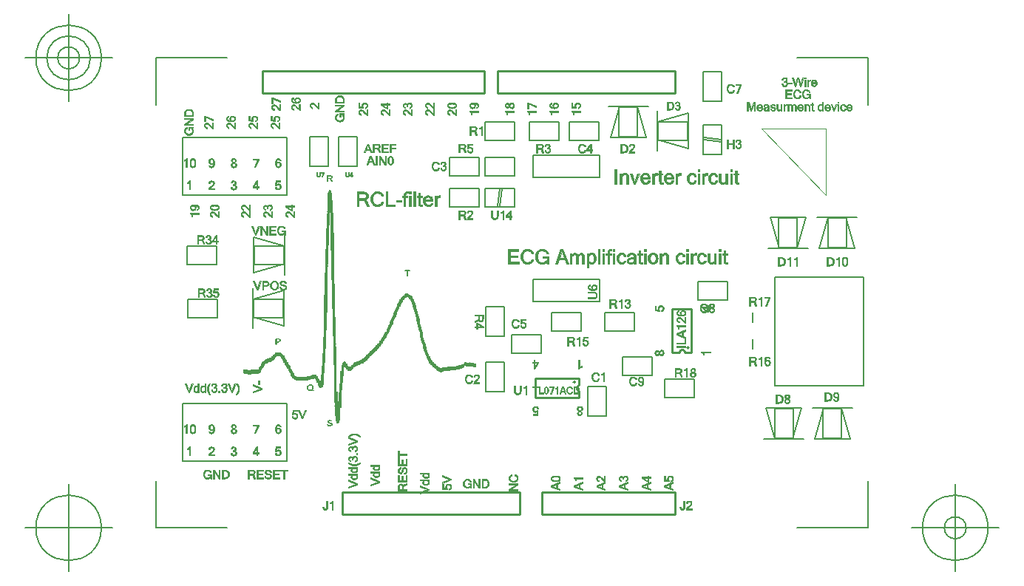
<source format=gbr>
G04 Generated by Ultiboard 14.0 *
%FSLAX34Y34*%
%MOMM*%

%ADD10C,0.0001*%
%ADD11C,0.0010*%
%ADD12C,0.2540*%
%ADD13C,0.2032*%
%ADD14C,0.1270*%
%ADD15C,0.2000*%


G04 ColorRGB FFFF00 for the following layer *
%LNSilkscreen Top*%
%LPD*%
G54D10*
G54D11*
G36*
X465502Y46914D02*
X465502Y46914D01*
X457593Y41664D01*
X459705Y41569D01*
X465502Y46914D01*
D02*
G37*
X457593Y41664D01*
X459705Y41569D01*
X465502Y46914D01*
G36*
X465502Y46914D01*
X459705Y41569D01*
X467614Y46819D01*
X465502Y46914D01*
D02*
G37*
X459705Y41569D01*
X467614Y46819D01*
X465502Y46914D01*
G36*
X465502Y46914D01*
X467614Y46819D01*
X467614Y48179D01*
X465502Y46914D01*
D02*
G37*
X467614Y46819D01*
X467614Y48179D01*
X465502Y46914D01*
G36*
X465502Y46914D01*
X467614Y48179D01*
X457593Y48179D01*
X465502Y46914D01*
D02*
G37*
X467614Y48179D01*
X457593Y48179D01*
X465502Y46914D01*
G36*
X465502Y46914D01*
X457593Y48179D01*
X457593Y46914D01*
X465502Y46914D01*
D02*
G37*
X457593Y48179D01*
X457593Y46914D01*
X465502Y46914D01*
G36*
X467614Y40311D02*
X467614Y40311D01*
X467614Y41569D01*
X459705Y41569D01*
X467614Y40311D01*
D02*
G37*
X467614Y41569D01*
X459705Y41569D01*
X467614Y40311D01*
G36*
X467614Y40311D01*
X459705Y41569D01*
X457593Y41664D01*
X467614Y40311D01*
D02*
G37*
X459705Y41569D01*
X457593Y41664D01*
X467614Y40311D01*
G36*
X467614Y40311D01*
X457593Y41664D01*
X457593Y40311D01*
X467614Y40311D01*
D02*
G37*
X457593Y41664D01*
X457593Y40311D01*
X467614Y40311D01*
G36*
X459942Y58558D02*
X459942Y58558D01*
X458780Y57912D01*
X459117Y56502D01*
X459942Y58558D01*
D02*
G37*
X458780Y57912D01*
X459117Y56502D01*
X459942Y58558D01*
G36*
X459942Y58558D01*
X459117Y56502D01*
X459775Y57078D01*
X459942Y58558D01*
D02*
G37*
X459117Y56502D01*
X459775Y57078D01*
X459942Y58558D01*
G36*
X459942Y58558D01*
X459775Y57078D01*
X460628Y57325D01*
X459942Y58558D01*
D02*
G37*
X459775Y57078D01*
X460628Y57325D01*
X459942Y58558D01*
G36*
X459942Y58558D01*
X460628Y57325D01*
X460628Y58693D01*
X459942Y58558D01*
D02*
G37*
X460628Y57325D01*
X460628Y58693D01*
X459942Y58558D01*
G36*
X458820Y51224D02*
X458820Y51224D01*
X458304Y57401D01*
X458208Y51912D01*
X458820Y51224D01*
D02*
G37*
X458304Y57401D01*
X458208Y51912D01*
X458820Y51224D01*
G36*
X458304Y57401D02*
X458304Y57401D01*
X458820Y51224D01*
X458556Y54632D01*
X458304Y57401D01*
D02*
G37*
X458820Y51224D01*
X458556Y54632D01*
X458304Y57401D01*
G36*
X458556Y54632D02*
X458556Y54632D01*
X458780Y57912D01*
X458304Y57401D01*
X458556Y54632D01*
D02*
G37*
X458780Y57912D01*
X458304Y57401D01*
X458556Y54632D01*
G36*
X458780Y57912D02*
X458780Y57912D01*
X458556Y54632D01*
X458697Y55663D01*
X458780Y57912D01*
D02*
G37*
X458556Y54632D01*
X458697Y55663D01*
X458780Y57912D01*
G36*
X458697Y55663D02*
X458697Y55663D01*
X459117Y56502D01*
X458780Y57912D01*
X458697Y55663D01*
D02*
G37*
X459117Y56502D01*
X458780Y57912D01*
X458697Y55663D01*
G36*
X466076Y56505D02*
X466076Y56505D01*
X466427Y57931D01*
X465379Y57072D01*
X466076Y56505D01*
D02*
G37*
X466427Y57931D01*
X465379Y57072D01*
X466076Y56505D01*
G36*
X466427Y57931D02*
X466427Y57931D01*
X466076Y56505D01*
X466507Y55668D01*
X466427Y57931D01*
D02*
G37*
X466076Y56505D01*
X466507Y55668D01*
X466427Y57931D01*
G36*
X466507Y55668D02*
X466507Y55668D01*
X466910Y57435D01*
X466427Y57931D01*
X466507Y55668D01*
D02*
G37*
X466910Y57435D01*
X466427Y57931D01*
X466507Y55668D01*
G36*
X466910Y57435D02*
X466910Y57435D01*
X466507Y55668D01*
X466650Y54605D01*
X466910Y57435D01*
D02*
G37*
X466507Y55668D01*
X466650Y54605D01*
X466910Y57435D01*
G36*
X466650Y54605D02*
X466650Y54605D01*
X466999Y51912D01*
X466910Y57435D01*
X466650Y54605D01*
D02*
G37*
X466999Y51912D01*
X466910Y57435D01*
X466650Y54605D01*
G36*
X466999Y51912D02*
X466999Y51912D01*
X466650Y54605D01*
X466584Y53889D01*
X466999Y51912D01*
D02*
G37*
X466650Y54605D01*
X466584Y53889D01*
X466999Y51912D01*
G36*
X466584Y53889D02*
X466584Y53889D01*
X466387Y51224D01*
X466999Y51912D01*
X466584Y53889D01*
D02*
G37*
X466387Y51224D01*
X466999Y51912D01*
X466584Y53889D01*
G36*
X466387Y51224D02*
X466387Y51224D01*
X466584Y53889D01*
X466058Y52692D01*
X466387Y51224D01*
D02*
G37*
X466584Y53889D01*
X466058Y52692D01*
X466387Y51224D01*
G36*
X466058Y52692D02*
X466058Y52692D01*
X465626Y50670D01*
X466387Y51224D01*
X466058Y52692D01*
D02*
G37*
X465626Y50670D01*
X466387Y51224D01*
X466058Y52692D01*
G36*
X465626Y50670D02*
X465626Y50670D01*
X466058Y52692D01*
X465597Y52212D01*
X465626Y50670D01*
D02*
G37*
X466058Y52692D01*
X465597Y52212D01*
X465626Y50670D01*
G36*
X465597Y52212D02*
X465597Y52212D01*
X465016Y51826D01*
X465626Y50670D01*
X465597Y52212D01*
D02*
G37*
X465016Y51826D01*
X465626Y50670D01*
X465597Y52212D01*
G36*
X465379Y57072D02*
X465379Y57072D01*
X466427Y57931D01*
X465190Y58560D01*
X465379Y57072D01*
D02*
G37*
X466427Y57931D01*
X465190Y58560D01*
X465379Y57072D01*
G36*
X465379Y57072D01*
X465190Y58560D01*
X464435Y58693D01*
X465379Y57072D01*
D02*
G37*
X465190Y58560D01*
X464435Y58693D01*
X465379Y57072D01*
G36*
X465379Y57072D01*
X464435Y58693D01*
X464435Y57325D01*
X465379Y57072D01*
D02*
G37*
X464435Y58693D01*
X464435Y57325D01*
X465379Y57072D01*
G36*
X466999Y51912D02*
X466999Y51912D01*
X467293Y56841D01*
X466910Y57435D01*
X466999Y51912D01*
D02*
G37*
X467293Y56841D01*
X466910Y57435D01*
X466999Y51912D01*
G36*
X467293Y56841D02*
X467293Y56841D01*
X466999Y51912D01*
X467698Y53609D01*
X467293Y56841D01*
D02*
G37*
X466999Y51912D01*
X467698Y53609D01*
X467293Y56841D01*
G36*
X467698Y53609D02*
X467698Y53609D01*
X467730Y55433D01*
X467293Y56841D01*
X467698Y53609D01*
D02*
G37*
X467730Y55433D01*
X467293Y56841D01*
X467698Y53609D01*
G36*
X467730Y55433D02*
X467730Y55433D01*
X467698Y53609D01*
X467785Y54618D01*
X467730Y55433D01*
D02*
G37*
X467698Y53609D01*
X467785Y54618D01*
X467730Y55433D01*
G36*
X463734Y50036D02*
X463734Y50036D01*
X465626Y50670D01*
X465016Y51826D01*
X463734Y50036D01*
D02*
G37*
X465626Y50670D01*
X465016Y51826D01*
X463734Y50036D01*
G36*
X463734Y50036D01*
X465016Y51826D01*
X463519Y51385D01*
X463734Y50036D01*
D02*
G37*
X465016Y51826D01*
X463519Y51385D01*
X463734Y50036D01*
G36*
X463734Y50036D01*
X463519Y51385D01*
X462603Y51330D01*
X463734Y50036D01*
D02*
G37*
X463519Y51385D01*
X462603Y51330D01*
X463734Y50036D01*
G36*
X463734Y50036D01*
X462603Y51330D01*
X462603Y49956D01*
X463734Y50036D01*
D02*
G37*
X462603Y51330D01*
X462603Y49956D01*
X463734Y50036D01*
G36*
X461685Y51386D02*
X461685Y51386D01*
X460187Y51830D01*
X461472Y50036D01*
X461685Y51386D01*
D02*
G37*
X460187Y51830D01*
X461472Y50036D01*
X461685Y51386D01*
G36*
X461685Y51386D01*
X461472Y50036D01*
X462603Y49956D01*
X461685Y51386D01*
D02*
G37*
X461472Y50036D01*
X462603Y49956D01*
X461685Y51386D01*
G36*
X461685Y51386D01*
X462603Y49956D01*
X462603Y51330D01*
X461685Y51386D01*
D02*
G37*
X462603Y49956D01*
X462603Y51330D01*
X461685Y51386D01*
G36*
X458820Y51224D02*
X458820Y51224D01*
X459147Y52703D01*
X458622Y53910D01*
X458820Y51224D01*
D02*
G37*
X459147Y52703D01*
X458622Y53910D01*
X458820Y51224D01*
G36*
X459147Y52703D02*
X459147Y52703D01*
X458820Y51224D01*
X459580Y50670D01*
X459147Y52703D01*
D02*
G37*
X458820Y51224D01*
X459580Y50670D01*
X459147Y52703D01*
G36*
X459580Y50670D02*
X459580Y50670D01*
X459606Y52219D01*
X459147Y52703D01*
X459580Y50670D01*
D02*
G37*
X459606Y52219D01*
X459147Y52703D01*
X459580Y50670D01*
G36*
X459606Y52219D02*
X459606Y52219D01*
X459580Y50670D01*
X461472Y50036D01*
X459606Y52219D01*
D02*
G37*
X459580Y50670D01*
X461472Y50036D01*
X459606Y52219D01*
G36*
X461472Y50036D02*
X461472Y50036D01*
X460187Y51830D01*
X459606Y52219D01*
X461472Y50036D01*
D02*
G37*
X460187Y51830D01*
X459606Y52219D01*
X461472Y50036D01*
G36*
X457642Y56131D02*
X457642Y56131D01*
X457422Y54618D01*
X457509Y53609D01*
X457642Y56131D01*
D02*
G37*
X457422Y54618D01*
X457509Y53609D01*
X457642Y56131D01*
G36*
X457642Y56131D01*
X457509Y53609D01*
X458208Y51912D01*
X457642Y56131D01*
D02*
G37*
X457509Y53609D01*
X458208Y51912D01*
X457642Y56131D01*
G36*
X457642Y56131D01*
X458208Y51912D01*
X458304Y57401D01*
X457642Y56131D01*
D02*
G37*
X458208Y51912D01*
X458304Y57401D01*
X457642Y56131D01*
G36*
X458556Y54632D02*
X458556Y54632D01*
X458820Y51224D01*
X458622Y53910D01*
X458556Y54632D01*
D02*
G37*
X458820Y51224D01*
X458622Y53910D01*
X458556Y54632D01*
G36*
X505853Y44573D02*
X505853Y44573D01*
X507124Y45277D01*
X505853Y46002D01*
X505853Y44573D01*
D02*
G37*
X507124Y45277D01*
X505853Y46002D01*
X505853Y44573D01*
G36*
X507124Y45277D02*
X507124Y45277D01*
X505853Y44573D01*
X515874Y40724D01*
X507124Y45277D01*
D02*
G37*
X505853Y44573D01*
X515874Y40724D01*
X507124Y45277D01*
G36*
X515874Y40724D02*
X515874Y40724D01*
X511773Y43595D01*
X507124Y45277D01*
X515874Y40724D01*
D02*
G37*
X511773Y43595D01*
X507124Y45277D01*
X515874Y40724D01*
G36*
X511773Y43595D02*
X511773Y43595D01*
X515874Y40724D01*
X512825Y43233D01*
X511773Y43595D01*
D02*
G37*
X515874Y40724D01*
X512825Y43233D01*
X511773Y43595D01*
G36*
X512825Y43233D02*
X512825Y43233D01*
X511773Y47041D01*
X511773Y43595D01*
X512825Y43233D01*
D02*
G37*
X511773Y47041D01*
X511773Y43595D01*
X512825Y43233D01*
G36*
X511773Y47041D02*
X511773Y47041D01*
X512825Y43233D01*
X512825Y47430D01*
X511773Y47041D01*
D02*
G37*
X512825Y43233D01*
X512825Y47430D01*
X511773Y47041D01*
G36*
X512825Y47430D02*
X512825Y47430D01*
X515874Y50090D01*
X511773Y47041D01*
X512825Y47430D01*
D02*
G37*
X515874Y50090D01*
X511773Y47041D01*
X512825Y47430D01*
G36*
X515874Y50090D02*
X515874Y50090D01*
X512825Y47430D01*
X515874Y48592D01*
X515874Y50090D01*
D02*
G37*
X512825Y47430D01*
X515874Y48592D01*
X515874Y50090D01*
G36*
X515874Y50090D01*
X505853Y46002D01*
X507124Y45277D01*
X515874Y50090D01*
D02*
G37*
X505853Y46002D01*
X507124Y45277D01*
X515874Y50090D01*
G36*
X515874Y50090D01*
X507124Y45277D01*
X511773Y47041D01*
X515874Y50090D01*
D02*
G37*
X507124Y45277D01*
X511773Y47041D01*
X515874Y50090D01*
G36*
X512825Y43233D02*
X512825Y43233D01*
X515874Y40724D01*
X515874Y42126D01*
X512825Y43233D01*
D02*
G37*
X515874Y40724D01*
X515874Y42126D01*
X512825Y43233D01*
G36*
X515964Y54731D02*
X515964Y54731D01*
X515964Y53201D01*
X516045Y53966D01*
X515964Y54731D01*
D02*
G37*
X515964Y53201D01*
X516045Y53966D01*
X515964Y54731D01*
G36*
X515964Y53201D02*
X515964Y53201D01*
X515964Y54731D01*
X515318Y55957D01*
X515964Y53201D01*
D02*
G37*
X515964Y54731D01*
X515318Y55957D01*
X515964Y53201D01*
G36*
X515318Y55957D02*
X515318Y55957D01*
X515318Y51979D01*
X515964Y53201D01*
X515318Y55957D01*
D02*
G37*
X515318Y51979D01*
X515964Y53201D01*
X515318Y55957D01*
G36*
X515318Y51979D02*
X515318Y51979D01*
X515318Y55957D01*
X515033Y53966D01*
X515318Y51979D01*
D02*
G37*
X515318Y55957D01*
X515033Y53966D01*
X515318Y51979D01*
G36*
X515033Y53966D02*
X515033Y53966D01*
X514976Y53522D01*
X515318Y51979D01*
X515033Y53966D01*
D02*
G37*
X514976Y53522D01*
X515318Y51979D01*
X515033Y53966D01*
G36*
X515318Y55957D02*
X515318Y55957D01*
X514026Y56774D01*
X514117Y55408D01*
X515318Y55957D01*
D02*
G37*
X514026Y56774D01*
X514117Y55408D01*
X515318Y55957D01*
G36*
X515318Y55957D01*
X514117Y55408D01*
X514518Y55133D01*
X515318Y55957D01*
D02*
G37*
X514117Y55408D01*
X514518Y55133D01*
X515318Y55957D01*
G36*
X515318Y55957D01*
X514518Y55133D01*
X514976Y54412D01*
X515318Y55957D01*
D02*
G37*
X514518Y55133D01*
X514976Y54412D01*
X515318Y55957D01*
G36*
X515318Y55957D01*
X514976Y54412D01*
X515033Y53966D01*
X515318Y55957D01*
D02*
G37*
X514976Y54412D01*
X515033Y53966D01*
X515318Y55957D01*
G36*
X512849Y55777D02*
X512849Y55777D01*
X514117Y55408D01*
X514026Y56774D01*
X512849Y55777D01*
D02*
G37*
X514117Y55408D01*
X514026Y56774D01*
X512849Y55777D01*
G36*
X512849Y55777D01*
X514026Y56774D01*
X512088Y57182D01*
X512849Y55777D01*
D02*
G37*
X514026Y56774D01*
X512088Y57182D01*
X512849Y55777D01*
G36*
X512849Y55777D01*
X512088Y57182D01*
X510877Y57233D01*
X512849Y55777D01*
D02*
G37*
X512088Y57182D01*
X510877Y57233D01*
X512849Y55777D01*
G36*
X512849Y55777D01*
X510877Y57233D01*
X510877Y55900D01*
X512849Y55777D01*
D02*
G37*
X510877Y57233D01*
X510877Y55900D01*
X512849Y55777D01*
G36*
X507620Y55408D02*
X507620Y55408D01*
X507711Y56774D01*
X507214Y55133D01*
X507620Y55408D01*
D02*
G37*
X507711Y56774D01*
X507214Y55133D01*
X507620Y55408D01*
G36*
X507711Y56774D02*
X507711Y56774D01*
X507620Y55408D01*
X508897Y55777D01*
X507711Y56774D01*
D02*
G37*
X507620Y55408D01*
X508897Y55777D01*
X507711Y56774D01*
G36*
X508897Y55777D02*
X508897Y55777D01*
X509659Y57182D01*
X507711Y56774D01*
X508897Y55777D01*
D02*
G37*
X509659Y57182D01*
X507711Y56774D01*
X508897Y55777D01*
G36*
X509659Y57182D02*
X509659Y57182D01*
X508897Y55777D01*
X510877Y55900D01*
X509659Y57182D01*
D02*
G37*
X508897Y55777D01*
X510877Y55900D01*
X509659Y57182D01*
G36*
X510877Y55900D02*
X510877Y55900D01*
X510877Y57233D01*
X509659Y57182D01*
X510877Y55900D01*
D02*
G37*
X510877Y57233D01*
X509659Y57182D01*
X510877Y55900D01*
G36*
X506693Y53966D02*
X506693Y53966D01*
X506412Y55957D01*
X506751Y53522D01*
X506693Y53966D01*
D02*
G37*
X506412Y55957D01*
X506751Y53522D01*
X506693Y53966D01*
G36*
X506412Y55957D02*
X506412Y55957D01*
X506693Y53966D01*
X506751Y54412D01*
X506412Y55957D01*
D02*
G37*
X506693Y53966D01*
X506751Y54412D01*
X506412Y55957D01*
G36*
X506751Y54412D02*
X506751Y54412D01*
X507711Y56774D01*
X506412Y55957D01*
X506751Y54412D01*
D02*
G37*
X507711Y56774D01*
X506412Y55957D01*
X506751Y54412D01*
G36*
X507711Y56774D02*
X507711Y56774D01*
X506751Y54412D01*
X507214Y55133D01*
X507711Y56774D01*
D02*
G37*
X506751Y54412D01*
X507214Y55133D01*
X507711Y56774D01*
G36*
X510877Y50705D02*
X510877Y50705D01*
X510877Y52038D01*
X509659Y50756D01*
X510877Y50705D01*
D02*
G37*
X510877Y52038D01*
X509659Y50756D01*
X510877Y50705D01*
G36*
X510877Y52038D02*
X510877Y52038D01*
X510877Y50705D01*
X512088Y50756D01*
X510877Y52038D01*
D02*
G37*
X510877Y50705D01*
X512088Y50756D01*
X510877Y52038D01*
G36*
X512088Y50756D02*
X512088Y50756D01*
X512849Y52161D01*
X510877Y52038D01*
X512088Y50756D01*
D02*
G37*
X512849Y52161D01*
X510877Y52038D01*
X512088Y50756D01*
G36*
X512849Y52161D02*
X512849Y52161D01*
X512088Y50756D01*
X514026Y51163D01*
X512849Y52161D01*
D02*
G37*
X512088Y50756D01*
X514026Y51163D01*
X512849Y52161D01*
G36*
X514026Y51163D02*
X514026Y51163D01*
X514117Y52530D01*
X512849Y52161D01*
X514026Y51163D01*
D02*
G37*
X514117Y52530D01*
X512849Y52161D01*
X514026Y51163D01*
G36*
X514117Y52530D02*
X514117Y52530D01*
X514026Y51163D01*
X515318Y51979D01*
X514117Y52530D01*
D02*
G37*
X514026Y51163D01*
X515318Y51979D01*
X514117Y52530D01*
G36*
X515318Y51979D02*
X515318Y51979D01*
X514518Y52804D01*
X514117Y52530D01*
X515318Y51979D01*
D02*
G37*
X514518Y52804D01*
X514117Y52530D01*
X515318Y51979D01*
G36*
X514518Y52804D02*
X514518Y52804D01*
X515318Y51979D01*
X514976Y53522D01*
X514518Y52804D01*
D02*
G37*
X515318Y51979D01*
X514976Y53522D01*
X514518Y52804D01*
G36*
X508897Y52161D02*
X508897Y52161D01*
X507620Y52530D01*
X507711Y51163D01*
X508897Y52161D01*
D02*
G37*
X507620Y52530D01*
X507711Y51163D01*
X508897Y52161D01*
G36*
X508897Y52161D01*
X507711Y51163D01*
X509659Y50756D01*
X508897Y52161D01*
D02*
G37*
X507711Y51163D01*
X509659Y50756D01*
X508897Y52161D01*
G36*
X508897Y52161D01*
X509659Y50756D01*
X510877Y52038D01*
X508897Y52161D01*
D02*
G37*
X509659Y50756D01*
X510877Y52038D01*
X508897Y52161D01*
G36*
X507214Y52804D02*
X507214Y52804D01*
X507711Y51163D01*
X507620Y52530D01*
X507214Y52804D01*
D02*
G37*
X507711Y51163D01*
X507620Y52530D01*
X507214Y52804D01*
G36*
X507711Y51163D02*
X507711Y51163D01*
X507214Y52804D01*
X506751Y53522D01*
X507711Y51163D01*
D02*
G37*
X507214Y52804D01*
X506751Y53522D01*
X507711Y51163D01*
G36*
X506751Y53522D02*
X506751Y53522D01*
X506412Y51979D01*
X507711Y51163D01*
X506751Y53522D01*
D02*
G37*
X506412Y51979D01*
X507711Y51163D01*
X506751Y53522D01*
G36*
X506412Y51979D02*
X506412Y51979D01*
X506751Y53522D01*
X506412Y55957D01*
X506412Y51979D01*
D02*
G37*
X506751Y53522D01*
X506412Y55957D01*
X506412Y51979D01*
G36*
X506412Y55957D02*
X506412Y55957D01*
X505763Y54731D01*
X506412Y51979D01*
X506412Y55957D01*
D02*
G37*
X505763Y54731D01*
X506412Y51979D01*
X506412Y55957D01*
G36*
X505763Y54731D02*
X505763Y54731D01*
X505682Y53966D01*
X505763Y53201D01*
X505763Y54731D01*
D02*
G37*
X505682Y53966D01*
X505763Y53201D01*
X505763Y54731D01*
G36*
X505763Y54731D01*
X505763Y53201D01*
X506412Y51979D01*
X505763Y54731D01*
D02*
G37*
X505763Y53201D01*
X506412Y51979D01*
X505763Y54731D01*
G36*
X531846Y44488D02*
X531846Y44488D01*
X533118Y45192D01*
X531846Y45916D01*
X531846Y44488D01*
D02*
G37*
X533118Y45192D01*
X531846Y45916D01*
X531846Y44488D01*
G36*
X533118Y45192D02*
X533118Y45192D01*
X531846Y44488D01*
X541868Y40639D01*
X533118Y45192D01*
D02*
G37*
X531846Y44488D01*
X541868Y40639D01*
X533118Y45192D01*
G36*
X541868Y40639D02*
X541868Y40639D01*
X537766Y43510D01*
X533118Y45192D01*
X541868Y40639D01*
D02*
G37*
X537766Y43510D01*
X533118Y45192D01*
X541868Y40639D01*
G36*
X537766Y43510D02*
X537766Y43510D01*
X541868Y40639D01*
X538819Y43148D01*
X537766Y43510D01*
D02*
G37*
X541868Y40639D01*
X538819Y43148D01*
X537766Y43510D01*
G36*
X538819Y43148D02*
X538819Y43148D01*
X537766Y46955D01*
X537766Y43510D01*
X538819Y43148D01*
D02*
G37*
X537766Y46955D01*
X537766Y43510D01*
X538819Y43148D01*
G36*
X537766Y46955D02*
X537766Y46955D01*
X538819Y43148D01*
X538819Y47345D01*
X537766Y46955D01*
D02*
G37*
X538819Y43148D01*
X538819Y47345D01*
X537766Y46955D01*
G36*
X538819Y47345D02*
X538819Y47345D01*
X541868Y50004D01*
X537766Y46955D01*
X538819Y47345D01*
D02*
G37*
X541868Y50004D01*
X537766Y46955D01*
X538819Y47345D01*
G36*
X541868Y50004D02*
X541868Y50004D01*
X538819Y47345D01*
X541868Y48507D01*
X541868Y50004D01*
D02*
G37*
X538819Y47345D01*
X541868Y48507D01*
X541868Y50004D01*
G36*
X541868Y50004D01*
X531846Y45916D01*
X533118Y45192D01*
X541868Y50004D01*
D02*
G37*
X531846Y45916D01*
X533118Y45192D01*
X541868Y50004D01*
G36*
X541868Y50004D01*
X533118Y45192D01*
X537766Y46955D01*
X541868Y50004D01*
D02*
G37*
X533118Y45192D01*
X537766Y46955D01*
X541868Y50004D01*
G36*
X538819Y43148D02*
X538819Y43148D01*
X541868Y40639D01*
X541868Y42040D01*
X538819Y43148D01*
D02*
G37*
X541868Y40639D01*
X541868Y42040D01*
X538819Y43148D01*
G36*
X533986Y53955D02*
X533986Y53955D01*
X541868Y53955D01*
X541868Y55240D01*
X533986Y53955D01*
D02*
G37*
X541868Y53955D01*
X541868Y55240D01*
X533986Y53955D01*
G36*
X533986Y53955D01*
X541868Y55240D01*
X532471Y53949D01*
X533986Y53955D01*
D02*
G37*
X541868Y55240D01*
X532471Y53949D01*
X533986Y53955D01*
G36*
X533986Y53955D01*
X532471Y53949D01*
X533380Y52596D01*
X533986Y53955D01*
D02*
G37*
X532471Y53949D01*
X533380Y52596D01*
X533986Y53955D01*
G36*
X533986Y53955D01*
X533380Y52596D01*
X533494Y51542D01*
X533986Y53955D01*
D02*
G37*
X533380Y52596D01*
X533494Y51542D01*
X533986Y53955D01*
G36*
X533986Y53955D01*
X533494Y51542D01*
X534505Y51542D01*
X533986Y53955D01*
D02*
G37*
X533494Y51542D01*
X534505Y51542D01*
X533986Y53955D01*
G36*
X533986Y53955D01*
X534505Y51542D01*
X534375Y52962D01*
X533986Y53955D01*
D02*
G37*
X534505Y51542D01*
X534375Y52962D01*
X533986Y53955D01*
G36*
X531675Y55240D02*
X531675Y55240D01*
X531675Y54249D01*
X532471Y53949D01*
X531675Y55240D01*
D02*
G37*
X531675Y54249D01*
X532471Y53949D01*
X531675Y55240D01*
G36*
X531675Y55240D01*
X532471Y53949D01*
X541868Y55240D01*
X531675Y55240D01*
D02*
G37*
X532471Y53949D01*
X541868Y55240D01*
X531675Y55240D01*
G36*
X557754Y44488D02*
X557754Y44488D01*
X559026Y45192D01*
X557754Y45916D01*
X557754Y44488D01*
D02*
G37*
X559026Y45192D01*
X557754Y45916D01*
X557754Y44488D01*
G36*
X559026Y45192D02*
X559026Y45192D01*
X557754Y44488D01*
X567776Y40639D01*
X559026Y45192D01*
D02*
G37*
X557754Y44488D01*
X567776Y40639D01*
X559026Y45192D01*
G36*
X567776Y40639D02*
X567776Y40639D01*
X563674Y43510D01*
X559026Y45192D01*
X567776Y40639D01*
D02*
G37*
X563674Y43510D01*
X559026Y45192D01*
X567776Y40639D01*
G36*
X563674Y43510D02*
X563674Y43510D01*
X567776Y40639D01*
X564727Y43148D01*
X563674Y43510D01*
D02*
G37*
X567776Y40639D01*
X564727Y43148D01*
X563674Y43510D01*
G36*
X564727Y43148D02*
X564727Y43148D01*
X563674Y46955D01*
X563674Y43510D01*
X564727Y43148D01*
D02*
G37*
X563674Y46955D01*
X563674Y43510D01*
X564727Y43148D01*
G36*
X563674Y46955D02*
X563674Y46955D01*
X564727Y43148D01*
X564727Y47345D01*
X563674Y46955D01*
D02*
G37*
X564727Y43148D01*
X564727Y47345D01*
X563674Y46955D01*
G36*
X564727Y47345D02*
X564727Y47345D01*
X567776Y50004D01*
X563674Y46955D01*
X564727Y47345D01*
D02*
G37*
X567776Y50004D01*
X563674Y46955D01*
X564727Y47345D01*
G36*
X567776Y50004D02*
X567776Y50004D01*
X564727Y47345D01*
X567776Y48507D01*
X567776Y50004D01*
D02*
G37*
X564727Y47345D01*
X567776Y48507D01*
X567776Y50004D01*
G36*
X567776Y50004D01*
X557754Y45916D01*
X559026Y45192D01*
X567776Y50004D01*
D02*
G37*
X557754Y45916D01*
X559026Y45192D01*
X567776Y50004D01*
G36*
X567776Y50004D01*
X559026Y45192D01*
X563674Y46955D01*
X567776Y50004D01*
D02*
G37*
X559026Y45192D01*
X563674Y46955D01*
X567776Y50004D01*
G36*
X564727Y43148D02*
X564727Y43148D01*
X567776Y40639D01*
X567776Y42040D01*
X564727Y43148D01*
D02*
G37*
X567776Y40639D01*
X567776Y42040D01*
X564727Y43148D01*
G36*
X566880Y50563D02*
X566880Y50563D01*
X567776Y50421D01*
X567776Y57059D01*
X566880Y50563D01*
D02*
G37*
X567776Y50421D01*
X567776Y57059D01*
X566880Y50563D01*
G36*
X566880Y50563D01*
X567776Y57059D01*
X566586Y57059D01*
X566880Y50563D01*
D02*
G37*
X567776Y57059D01*
X566586Y57059D01*
X566880Y50563D01*
G36*
X566880Y50563D01*
X566586Y57059D01*
X566586Y52219D01*
X566880Y50563D01*
D02*
G37*
X566586Y57059D01*
X566586Y52219D01*
X566880Y50563D01*
G36*
X566880Y50563D01*
X566586Y52219D01*
X566026Y50988D01*
X566880Y50563D01*
D02*
G37*
X566586Y52219D01*
X566026Y50988D01*
X566880Y50563D01*
G36*
X560372Y55705D02*
X560372Y55705D01*
X560400Y57031D01*
X559633Y55586D01*
X560372Y55705D01*
D02*
G37*
X560400Y57031D01*
X559633Y55586D01*
X560372Y55705D01*
G36*
X560400Y57031D02*
X560400Y57031D01*
X560372Y55705D01*
X561246Y55565D01*
X560400Y57031D01*
D02*
G37*
X560372Y55705D01*
X561246Y55565D01*
X560400Y57031D01*
G36*
X561246Y55565D02*
X561246Y55565D01*
X561429Y56881D01*
X560400Y57031D01*
X561246Y55565D01*
D02*
G37*
X561429Y56881D01*
X560400Y57031D01*
X561246Y55565D01*
G36*
X561429Y56881D02*
X561429Y56881D01*
X561246Y55565D01*
X562023Y55145D01*
X561429Y56881D01*
D02*
G37*
X561246Y55565D01*
X562023Y55145D01*
X561429Y56881D01*
G36*
X562023Y55145D02*
X562023Y55145D01*
X562331Y56430D01*
X561429Y56881D01*
X562023Y55145D01*
D02*
G37*
X562331Y56430D01*
X561429Y56881D01*
X562023Y55145D01*
G36*
X562331Y56430D02*
X562331Y56430D01*
X562023Y55145D01*
X562874Y54346D01*
X562331Y56430D01*
D02*
G37*
X562023Y55145D01*
X562874Y54346D01*
X562331Y56430D01*
G36*
X562874Y54346D02*
X562874Y54346D01*
X563331Y55532D01*
X562331Y56430D01*
X562874Y54346D01*
D02*
G37*
X563331Y55532D01*
X562331Y56430D01*
X562874Y54346D01*
G36*
X563331Y55532D02*
X563331Y55532D01*
X562874Y54346D01*
X563971Y53070D01*
X563331Y55532D01*
D02*
G37*
X562874Y54346D01*
X563971Y53070D01*
X563331Y55532D01*
G36*
X563971Y53070D02*
X563971Y53070D01*
X564658Y54041D01*
X563331Y55532D01*
X563971Y53070D01*
D02*
G37*
X564658Y54041D01*
X563331Y55532D01*
X563971Y53070D01*
G36*
X564658Y54041D02*
X564658Y54041D01*
X563971Y53070D01*
X565095Y51793D01*
X564658Y54041D01*
D02*
G37*
X563971Y53070D01*
X565095Y51793D01*
X564658Y54041D01*
G36*
X565095Y51793D02*
X565095Y51793D01*
X565885Y52691D01*
X564658Y54041D01*
X565095Y51793D01*
D02*
G37*
X565885Y52691D01*
X564658Y54041D01*
X565095Y51793D01*
G36*
X565885Y52691D02*
X565885Y52691D01*
X565095Y51793D01*
X566026Y50988D01*
X565885Y52691D01*
D02*
G37*
X565095Y51793D01*
X566026Y50988D01*
X565885Y52691D01*
G36*
X566026Y50988D02*
X566026Y50988D01*
X566586Y52219D01*
X565885Y52691D01*
X566026Y50988D01*
D02*
G37*
X566586Y52219D01*
X565885Y52691D01*
X566026Y50988D01*
G36*
X559291Y56828D02*
X559291Y56828D01*
X558386Y56218D01*
X558714Y54651D01*
X559291Y56828D01*
D02*
G37*
X558386Y56218D01*
X558714Y54651D01*
X559291Y56828D01*
G36*
X559291Y56828D01*
X558714Y54651D01*
X559070Y55227D01*
X559291Y56828D01*
D02*
G37*
X558714Y54651D01*
X559070Y55227D01*
X559291Y56828D01*
G36*
X559291Y56828D01*
X559070Y55227D01*
X559633Y55586D01*
X559291Y56828D01*
D02*
G37*
X559070Y55227D01*
X559633Y55586D01*
X559291Y56828D01*
G36*
X559291Y56828D01*
X559633Y55586D01*
X560400Y57031D01*
X559291Y56828D01*
D02*
G37*
X559633Y55586D01*
X560400Y57031D01*
X559291Y56828D01*
G36*
X559073Y52595D02*
X559073Y52595D01*
X559295Y50959D01*
X559665Y52178D01*
X559073Y52595D01*
D02*
G37*
X559295Y50959D01*
X559665Y52178D01*
X559073Y52595D01*
G36*
X559295Y50959D02*
X559295Y50959D01*
X559073Y52595D01*
X558715Y53183D01*
X559295Y50959D01*
D02*
G37*
X559073Y52595D01*
X558715Y53183D01*
X559295Y50959D01*
G36*
X558715Y53183D02*
X558715Y53183D01*
X558373Y51634D01*
X559295Y50959D01*
X558715Y53183D01*
D02*
G37*
X558373Y51634D01*
X559295Y50959D01*
X558715Y53183D01*
G36*
X558373Y51634D02*
X558373Y51634D01*
X558715Y53183D01*
X558595Y53880D01*
X558373Y51634D01*
D02*
G37*
X558715Y53183D01*
X558595Y53880D01*
X558373Y51634D01*
G36*
X558595Y53880D02*
X558595Y53880D01*
X558386Y56218D01*
X558373Y51634D01*
X558595Y53880D01*
D02*
G37*
X558386Y56218D01*
X558373Y51634D01*
X558595Y53880D01*
G36*
X558386Y56218D02*
X558386Y56218D01*
X558595Y53880D01*
X558714Y54651D01*
X558386Y56218D01*
D02*
G37*
X558595Y53880D01*
X558714Y54651D01*
X558386Y56218D01*
G36*
X559665Y52178D02*
X559665Y52178D01*
X559295Y50959D01*
X560482Y50660D01*
X559665Y52178D01*
D02*
G37*
X559295Y50959D01*
X560482Y50660D01*
X559665Y52178D01*
G36*
X559665Y52178D01*
X560482Y50660D01*
X560482Y51993D01*
X559665Y52178D01*
D02*
G37*
X560482Y50660D01*
X560482Y51993D01*
X559665Y52178D01*
G36*
X557784Y55234D02*
X557784Y55234D01*
X557583Y53907D01*
X557781Y52635D01*
X557784Y55234D01*
D02*
G37*
X557583Y53907D01*
X557781Y52635D01*
X557784Y55234D01*
G36*
X557784Y55234D01*
X557781Y52635D01*
X558373Y51634D01*
X557784Y55234D01*
D02*
G37*
X557781Y52635D01*
X558373Y51634D01*
X557784Y55234D01*
G36*
X557784Y55234D01*
X558373Y51634D01*
X558386Y56218D01*
X557784Y55234D01*
D02*
G37*
X558373Y51634D01*
X558386Y56218D01*
X557784Y55234D01*
G36*
X602385Y167620D02*
X602385Y167620D01*
X602461Y169945D01*
X602138Y168473D01*
X602385Y167620D01*
D02*
G37*
X602461Y169945D01*
X602138Y168473D01*
X602385Y167620D01*
G36*
X602461Y169945D02*
X602461Y169945D01*
X602385Y167620D01*
X603753Y167620D01*
X602461Y169945D01*
D02*
G37*
X602385Y167620D01*
X603753Y167620D01*
X602461Y169945D01*
G36*
X603753Y167620D02*
X603753Y167620D01*
X602972Y169469D01*
X602461Y169945D01*
X603753Y167620D01*
D02*
G37*
X602972Y169469D01*
X602461Y169945D01*
X603753Y167620D01*
G36*
X602972Y169469D02*
X602972Y169469D01*
X603753Y167620D01*
X603618Y168307D01*
X602972Y169469D01*
D02*
G37*
X603753Y167620D01*
X603618Y168307D01*
X602972Y169469D01*
G36*
X600723Y169552D02*
X600723Y169552D01*
X601191Y170606D01*
X599692Y169692D01*
X600723Y169552D01*
D02*
G37*
X601191Y170606D01*
X599692Y169692D01*
X600723Y169552D01*
G36*
X601191Y170606D02*
X601191Y170606D01*
X600723Y169552D01*
X601562Y169131D01*
X601191Y170606D01*
D02*
G37*
X600723Y169552D01*
X601562Y169131D01*
X601191Y170606D01*
G36*
X601562Y169131D02*
X601562Y169131D01*
X602461Y169945D01*
X601191Y170606D01*
X601562Y169131D01*
D02*
G37*
X602461Y169945D01*
X601191Y170606D01*
X601562Y169131D01*
G36*
X602461Y169945D02*
X602461Y169945D01*
X601562Y169131D01*
X602138Y168473D01*
X602461Y169945D01*
D02*
G37*
X601562Y169131D01*
X602138Y168473D01*
X602461Y169945D01*
G36*
X597763Y169101D02*
X597763Y169101D01*
X598669Y170739D01*
X597279Y168642D01*
X597763Y169101D01*
D02*
G37*
X598669Y170739D01*
X597279Y168642D01*
X597763Y169101D01*
G36*
X598669Y170739D02*
X598669Y170739D01*
X597763Y169101D01*
X598970Y169626D01*
X598669Y170739D01*
D02*
G37*
X597763Y169101D01*
X598970Y169626D01*
X598669Y170739D01*
G36*
X598970Y169626D02*
X598970Y169626D01*
X599678Y170826D01*
X598669Y170739D01*
X598970Y169626D01*
D02*
G37*
X599678Y170826D01*
X598669Y170739D01*
X598970Y169626D01*
G36*
X599678Y170826D02*
X599678Y170826D01*
X598970Y169626D01*
X599692Y169692D01*
X599678Y170826D01*
D02*
G37*
X598970Y169626D01*
X599692Y169692D01*
X599678Y170826D01*
G36*
X599692Y169692D02*
X599692Y169692D01*
X601191Y170606D01*
X599678Y170826D01*
X599692Y169692D01*
D02*
G37*
X601191Y170606D01*
X599678Y170826D01*
X599692Y169692D01*
G36*
X596972Y170040D02*
X596972Y170040D01*
X596284Y169429D01*
X596446Y166563D01*
X596972Y170040D01*
D02*
G37*
X596284Y169429D01*
X596446Y166563D01*
X596972Y170040D01*
G36*
X596972Y170040D01*
X596446Y166563D01*
X596890Y168062D01*
X596972Y170040D01*
D02*
G37*
X596446Y166563D01*
X596890Y168062D01*
X596972Y170040D01*
G36*
X596972Y170040D01*
X596890Y168062D01*
X597279Y168642D01*
X596972Y170040D01*
D02*
G37*
X596890Y168062D01*
X597279Y168642D01*
X596972Y170040D01*
G36*
X596972Y170040D01*
X597279Y168642D01*
X598669Y170739D01*
X596972Y170040D01*
D02*
G37*
X597279Y168642D01*
X598669Y170739D01*
X596972Y170040D01*
G36*
X595096Y164514D02*
X595096Y164514D01*
X595096Y166776D01*
X595016Y165645D01*
X595096Y164514D01*
D02*
G37*
X595096Y166776D01*
X595016Y165645D01*
X595096Y164514D01*
G36*
X595096Y166776D02*
X595096Y166776D01*
X595096Y164514D01*
X595730Y162622D01*
X595096Y166776D01*
D02*
G37*
X595096Y164514D01*
X595730Y162622D01*
X595096Y166776D01*
G36*
X595730Y162622D02*
X595730Y162622D01*
X595730Y168668D01*
X595096Y166776D01*
X595730Y162622D01*
D02*
G37*
X595730Y168668D01*
X595096Y166776D01*
X595730Y162622D01*
G36*
X595730Y168668D02*
X595730Y168668D01*
X595730Y162622D01*
X596284Y161861D01*
X595730Y168668D01*
D02*
G37*
X595730Y162622D01*
X596284Y161861D01*
X595730Y168668D01*
G36*
X596284Y161861D02*
X596284Y161861D01*
X596284Y169429D01*
X595730Y168668D01*
X596284Y161861D01*
D02*
G37*
X596284Y169429D01*
X595730Y168668D01*
X596284Y161861D01*
G36*
X596284Y169429D02*
X596284Y169429D01*
X596284Y161861D01*
X596390Y165645D01*
X596284Y169429D01*
D02*
G37*
X596284Y161861D01*
X596390Y165645D01*
X596284Y169429D01*
G36*
X596390Y165645D02*
X596390Y165645D01*
X596446Y166563D01*
X596284Y169429D01*
X596390Y165645D01*
D02*
G37*
X596446Y166563D01*
X596284Y169429D01*
X596390Y165645D01*
G36*
X603753Y163813D02*
X603753Y163813D01*
X602385Y163813D01*
X602495Y161338D01*
X603753Y163813D01*
D02*
G37*
X602385Y163813D01*
X602495Y161338D01*
X603753Y163813D01*
G36*
X603753Y163813D01*
X602495Y161338D01*
X602991Y161821D01*
X603753Y163813D01*
D02*
G37*
X602495Y161338D01*
X602991Y161821D01*
X603753Y163813D01*
G36*
X603753Y163813D01*
X602991Y161821D01*
X603620Y163058D01*
X603753Y163813D01*
D02*
G37*
X602991Y161821D01*
X603620Y163058D01*
X603753Y163813D01*
G36*
X602132Y162869D02*
X602132Y162869D01*
X601565Y162172D01*
X601901Y160955D01*
X602132Y162869D01*
D02*
G37*
X601565Y162172D01*
X601901Y160955D01*
X602132Y162869D01*
G36*
X602132Y162869D01*
X601901Y160955D01*
X602495Y161338D01*
X602132Y162869D01*
D02*
G37*
X601901Y160955D01*
X602495Y161338D01*
X602132Y162869D01*
G36*
X602132Y162869D01*
X602495Y161338D01*
X602385Y163813D01*
X602132Y162869D01*
D02*
G37*
X602495Y161338D01*
X602385Y163813D01*
X602132Y162869D01*
G36*
X600728Y161742D02*
X600728Y161742D01*
X599665Y161598D01*
X599678Y160463D01*
X600728Y161742D01*
D02*
G37*
X599665Y161598D01*
X599678Y160463D01*
X600728Y161742D01*
G36*
X600728Y161742D01*
X599678Y160463D01*
X600493Y160518D01*
X600728Y161742D01*
D02*
G37*
X599678Y160463D01*
X600493Y160518D01*
X600728Y161742D01*
G36*
X600728Y161742D01*
X600493Y160518D01*
X601901Y160955D01*
X600728Y161742D01*
D02*
G37*
X600493Y160518D01*
X601901Y160955D01*
X600728Y161742D01*
G36*
X600728Y161742D01*
X601901Y160955D01*
X601565Y162172D01*
X600728Y161742D01*
D02*
G37*
X601901Y160955D01*
X601565Y162172D01*
X600728Y161742D01*
G36*
X598949Y161664D02*
X598949Y161664D01*
X597752Y162190D01*
X598669Y160551D01*
X598949Y161664D01*
D02*
G37*
X597752Y162190D01*
X598669Y160551D01*
X598949Y161664D01*
G36*
X598949Y161664D01*
X598669Y160551D01*
X599678Y160463D01*
X598949Y161664D01*
D02*
G37*
X598669Y160551D01*
X599678Y160463D01*
X598949Y161664D01*
G36*
X598949Y161664D01*
X599678Y160463D01*
X599665Y161598D01*
X598949Y161664D01*
D02*
G37*
X599678Y160463D01*
X599665Y161598D01*
X598949Y161664D01*
G36*
X597272Y162651D02*
X597272Y162651D01*
X596886Y163233D01*
X596972Y161250D01*
X597272Y162651D01*
D02*
G37*
X596886Y163233D01*
X596972Y161250D01*
X597272Y162651D01*
G36*
X597272Y162651D01*
X596972Y161250D01*
X598669Y160551D01*
X597272Y162651D01*
D02*
G37*
X596972Y161250D01*
X598669Y160551D01*
X597272Y162651D01*
G36*
X597272Y162651D01*
X598669Y160551D01*
X597752Y162190D01*
X597272Y162651D01*
D02*
G37*
X598669Y160551D01*
X597752Y162190D01*
X597272Y162651D01*
G36*
X596445Y164730D02*
X596445Y164730D01*
X596390Y165645D01*
X596284Y161861D01*
X596445Y164730D01*
D02*
G37*
X596390Y165645D01*
X596284Y161861D01*
X596445Y164730D01*
G36*
X596445Y164730D01*
X596284Y161861D01*
X596972Y161250D01*
X596445Y164730D01*
D02*
G37*
X596284Y161861D01*
X596972Y161250D01*
X596445Y164730D01*
G36*
X596445Y164730D01*
X596972Y161250D01*
X596886Y163233D01*
X596445Y164730D01*
D02*
G37*
X596972Y161250D01*
X596886Y163233D01*
X596445Y164730D01*
G36*
X611129Y162613D02*
X611129Y162613D01*
X610322Y165255D01*
X610242Y161237D01*
X611129Y162613D01*
D02*
G37*
X610322Y165255D01*
X610242Y161237D01*
X611129Y162613D01*
G36*
X610322Y165255D02*
X610322Y165255D01*
X611129Y162613D01*
X610336Y166246D01*
X610322Y165255D01*
D02*
G37*
X611129Y162613D01*
X610336Y166246D01*
X610322Y165255D01*
G36*
X610336Y166246D02*
X610336Y166246D01*
X609808Y164777D01*
X610322Y165255D01*
X610336Y166246D01*
D02*
G37*
X609808Y164777D01*
X610322Y165255D01*
X610336Y166246D01*
G36*
X609808Y164777D02*
X609808Y164777D01*
X610336Y166246D01*
X609312Y165441D01*
X609808Y164777D01*
D02*
G37*
X610336Y166246D01*
X609312Y165441D01*
X609808Y164777D01*
G36*
X609312Y165441D02*
X609312Y165441D01*
X608666Y164230D01*
X609808Y164777D01*
X609312Y165441D01*
D02*
G37*
X608666Y164230D01*
X609808Y164777D01*
X609312Y165441D01*
G36*
X608666Y164230D02*
X608666Y164230D01*
X609312Y165441D01*
X608264Y165173D01*
X608666Y164230D01*
D02*
G37*
X609312Y165441D01*
X608264Y165173D01*
X608666Y164230D01*
G36*
X608264Y165173D02*
X608264Y165173D01*
X608039Y164161D01*
X608666Y164230D01*
X608264Y165173D01*
D02*
G37*
X608039Y164161D01*
X608666Y164230D01*
X608264Y165173D01*
G36*
X608039Y164161D02*
X608039Y164161D01*
X608264Y165173D01*
X607496Y165335D01*
X608039Y164161D01*
D02*
G37*
X608264Y165173D01*
X607496Y165335D01*
X608039Y164161D01*
G36*
X607496Y165335D02*
X607496Y165335D01*
X606901Y165819D01*
X608039Y164161D01*
X607496Y165335D01*
D02*
G37*
X606901Y165819D01*
X608039Y164161D01*
X607496Y165335D01*
G36*
X606901Y165819D02*
X606901Y165819D01*
X606884Y164390D01*
X608039Y164161D01*
X606901Y165819D01*
D02*
G37*
X606884Y164390D01*
X608039Y164161D01*
X606901Y165819D01*
G36*
X606884Y164390D02*
X606884Y164390D01*
X606901Y165819D01*
X606519Y166557D01*
X606884Y164390D01*
D02*
G37*
X606901Y165819D01*
X606519Y166557D01*
X606884Y164390D01*
G36*
X606519Y166557D02*
X606519Y166557D01*
X605923Y165074D01*
X606884Y164390D01*
X606519Y166557D01*
D02*
G37*
X605923Y165074D01*
X606884Y164390D01*
X606519Y166557D01*
G36*
X605923Y165074D02*
X605923Y165074D01*
X606519Y166557D01*
X606391Y167477D01*
X605923Y165074D01*
D02*
G37*
X606519Y166557D01*
X606391Y167477D01*
X605923Y165074D01*
G36*
X606391Y167477D02*
X606391Y167477D01*
X606380Y170263D01*
X605923Y165074D01*
X606391Y167477D01*
D02*
G37*
X606380Y170263D01*
X605923Y165074D01*
X606391Y167477D01*
G36*
X606380Y170263D02*
X606380Y170263D01*
X606391Y167477D01*
X606516Y168393D01*
X606380Y170263D01*
D02*
G37*
X606391Y167477D01*
X606516Y168393D01*
X606380Y170263D01*
G36*
X606516Y168393D02*
X606516Y168393D01*
X607520Y170764D01*
X606380Y170263D01*
X606516Y168393D01*
D02*
G37*
X607520Y170764D01*
X606380Y170263D01*
X606516Y168393D01*
G36*
X607520Y170764D02*
X607520Y170764D01*
X606516Y168393D01*
X606890Y169145D01*
X607520Y170764D01*
D02*
G37*
X606516Y168393D01*
X606890Y169145D01*
X607520Y170764D01*
G36*
X606890Y169145D02*
X606890Y169145D01*
X607473Y169647D01*
X607520Y170764D01*
X606890Y169145D01*
D02*
G37*
X607473Y169647D01*
X607520Y170764D01*
X606890Y169145D01*
G36*
X605916Y169825D02*
X605916Y169825D01*
X605273Y168717D01*
X605274Y166111D01*
X605916Y169825D01*
D02*
G37*
X605273Y168717D01*
X605274Y166111D01*
X605916Y169825D01*
G36*
X605916Y169825D01*
X605274Y166111D01*
X605923Y165074D01*
X605916Y169825D01*
D02*
G37*
X605274Y166111D01*
X605923Y165074D01*
X605916Y169825D01*
G36*
X605916Y169825D01*
X605923Y165074D01*
X606380Y170263D01*
X605916Y169825D01*
D02*
G37*
X605923Y165074D01*
X606380Y170263D01*
X605916Y169825D01*
G36*
X611120Y168881D02*
X611120Y168881D01*
X611129Y162613D01*
X611571Y167076D01*
X611120Y168881D01*
D02*
G37*
X611129Y162613D01*
X611571Y167076D01*
X611120Y168881D01*
G36*
X611129Y162613D02*
X611129Y162613D01*
X611120Y168881D01*
X610725Y169575D01*
X611129Y162613D01*
D02*
G37*
X611120Y168881D01*
X610725Y169575D01*
X611129Y162613D01*
G36*
X610725Y169575D02*
X610725Y169575D01*
X610336Y166246D01*
X611129Y162613D01*
X610725Y169575D01*
D02*
G37*
X610336Y166246D01*
X611129Y162613D01*
X610725Y169575D01*
G36*
X610336Y166246D02*
X610336Y166246D01*
X610725Y169575D01*
X610229Y170123D01*
X610336Y166246D01*
D02*
G37*
X610725Y169575D01*
X610229Y170123D01*
X610336Y166246D01*
G36*
X610229Y170123D02*
X610229Y170123D01*
X610173Y167773D01*
X610336Y166246D01*
X610229Y170123D01*
D02*
G37*
X610173Y167773D01*
X610336Y166246D01*
X610229Y170123D01*
G36*
X610173Y167773D02*
X610173Y167773D01*
X610229Y170123D01*
X609741Y168895D01*
X610173Y167773D01*
D02*
G37*
X610229Y170123D01*
X609741Y168895D01*
X610173Y167773D01*
G36*
X610229Y170123D02*
X610229Y170123D01*
X609078Y169585D01*
X609741Y168895D01*
X610229Y170123D01*
D02*
G37*
X609078Y169585D01*
X609741Y168895D01*
X610229Y170123D01*
G36*
X609078Y169585D02*
X609078Y169585D01*
X610229Y170123D01*
X608964Y170748D01*
X609078Y169585D01*
D02*
G37*
X610229Y170123D01*
X608964Y170748D01*
X609078Y169585D01*
G36*
X608964Y170748D02*
X608964Y170748D01*
X608223Y169815D01*
X609078Y169585D01*
X608964Y170748D01*
D02*
G37*
X608223Y169815D01*
X609078Y169585D01*
X608964Y170748D01*
G36*
X608223Y169815D02*
X608223Y169815D01*
X608964Y170748D01*
X608196Y170826D01*
X608223Y169815D01*
D02*
G37*
X608964Y170748D01*
X608196Y170826D01*
X608223Y169815D01*
G36*
X608196Y170826D02*
X608196Y170826D01*
X607520Y170764D01*
X608223Y169815D01*
X608196Y170826D01*
D02*
G37*
X607520Y170764D01*
X608223Y169815D01*
X608196Y170826D01*
G36*
X611571Y167076D02*
X611571Y167076D01*
X611129Y162613D01*
X611572Y164676D01*
X611571Y167076D01*
D02*
G37*
X611129Y162613D01*
X611572Y164676D01*
X611571Y167076D01*
G36*
X611571Y167076D01*
X611572Y164676D01*
X611628Y165966D01*
X611571Y167076D01*
D02*
G37*
X611572Y164676D01*
X611628Y165966D01*
X611571Y167076D01*
G36*
X610242Y161237D02*
X610242Y161237D01*
X610322Y165255D01*
X610098Y163638D01*
X610242Y161237D01*
D02*
G37*
X610322Y165255D01*
X610098Y163638D01*
X610242Y161237D01*
G36*
X610242Y161237D01*
X610098Y163638D01*
X609645Y162449D01*
X610242Y161237D01*
D02*
G37*
X610098Y163638D01*
X609645Y162449D01*
X610242Y161237D01*
G36*
X610242Y161237D01*
X609645Y162449D01*
X609339Y162023D01*
X610242Y161237D01*
D02*
G37*
X609645Y162449D01*
X609339Y162023D01*
X610242Y161237D01*
G36*
X610242Y161237D01*
X609339Y162023D01*
X608911Y160549D01*
X610242Y161237D01*
D02*
G37*
X609339Y162023D01*
X608911Y160549D01*
X610242Y161237D01*
G36*
X608594Y161536D02*
X608594Y161536D01*
X608911Y160549D01*
X609339Y162023D01*
X608594Y161536D01*
D02*
G37*
X608911Y160549D01*
X609339Y162023D01*
X608594Y161536D01*
G36*
X608911Y160549D02*
X608911Y160549D01*
X608594Y161536D01*
X608155Y161475D01*
X608911Y160549D01*
D02*
G37*
X608594Y161536D01*
X608155Y161475D01*
X608911Y160549D01*
G36*
X608155Y161475D02*
X608155Y161475D01*
X608080Y160463D01*
X608911Y160549D01*
X608155Y161475D01*
D02*
G37*
X608080Y160463D01*
X608911Y160549D01*
X608155Y161475D01*
G36*
X608080Y160463D02*
X608080Y160463D01*
X608155Y161475D01*
X607517Y161568D01*
X608080Y160463D01*
D02*
G37*
X608155Y161475D01*
X607517Y161568D01*
X608080Y160463D01*
G36*
X607517Y161568D02*
X607517Y161568D01*
X607043Y160620D01*
X608080Y160463D01*
X607517Y161568D01*
D02*
G37*
X607043Y160620D01*
X608080Y160463D01*
X607517Y161568D01*
G36*
X607043Y160620D02*
X607043Y160620D01*
X607517Y161568D01*
X606717Y162309D01*
X607043Y160620D01*
D02*
G37*
X607517Y161568D01*
X606717Y162309D01*
X607043Y160620D01*
G36*
X606717Y162309D02*
X606717Y162309D01*
X606555Y162958D01*
X607043Y160620D01*
X606717Y162309D01*
D02*
G37*
X606555Y162958D01*
X607043Y160620D01*
X606717Y162309D01*
G36*
X606555Y162958D02*
X606555Y162958D01*
X605229Y162958D01*
X605548Y161873D01*
X606555Y162958D01*
D02*
G37*
X605229Y162958D01*
X605548Y161873D01*
X606555Y162958D01*
G36*
X606555Y162958D01*
X605548Y161873D01*
X606176Y161092D01*
X606555Y162958D01*
D02*
G37*
X605548Y161873D01*
X606176Y161092D01*
X606555Y162958D01*
G36*
X606555Y162958D01*
X606176Y161092D01*
X607043Y160620D01*
X606555Y162958D01*
D02*
G37*
X606176Y161092D01*
X607043Y160620D01*
X606555Y162958D01*
G36*
X607520Y170764D02*
X607520Y170764D01*
X607473Y169647D01*
X608223Y169815D01*
X607520Y170764D01*
D02*
G37*
X607473Y169647D01*
X608223Y169815D01*
X607520Y170764D01*
G36*
X605274Y166111D02*
X605274Y166111D01*
X605273Y168717D01*
X605058Y167395D01*
X605274Y166111D01*
D02*
G37*
X605273Y168717D01*
X605058Y167395D01*
X605274Y166111D01*
G36*
X217403Y476253D02*
X217403Y476253D01*
X218298Y476111D01*
X218298Y482749D01*
X217403Y476253D01*
D02*
G37*
X218298Y476111D01*
X218298Y482749D01*
X217403Y476253D01*
G36*
X217403Y476253D01*
X218298Y482749D01*
X217109Y482749D01*
X217403Y476253D01*
D02*
G37*
X218298Y482749D01*
X217109Y482749D01*
X217403Y476253D01*
G36*
X217403Y476253D01*
X217109Y482749D01*
X217109Y477909D01*
X217403Y476253D01*
D02*
G37*
X217109Y482749D01*
X217109Y477909D01*
X217403Y476253D01*
G36*
X217403Y476253D01*
X217109Y477909D01*
X216548Y476679D01*
X217403Y476253D01*
D02*
G37*
X217109Y477909D01*
X216548Y476679D01*
X217403Y476253D01*
G36*
X210895Y481395D02*
X210895Y481395D01*
X210922Y482722D01*
X210156Y481276D01*
X210895Y481395D01*
D02*
G37*
X210922Y482722D01*
X210156Y481276D01*
X210895Y481395D01*
G36*
X210922Y482722D02*
X210922Y482722D01*
X210895Y481395D01*
X211769Y481255D01*
X210922Y482722D01*
D02*
G37*
X210895Y481395D01*
X211769Y481255D01*
X210922Y482722D01*
G36*
X211769Y481255D02*
X211769Y481255D01*
X211952Y482571D01*
X210922Y482722D01*
X211769Y481255D01*
D02*
G37*
X211952Y482571D01*
X210922Y482722D01*
X211769Y481255D01*
G36*
X211952Y482571D02*
X211952Y482571D01*
X211769Y481255D01*
X212546Y480835D01*
X211952Y482571D01*
D02*
G37*
X211769Y481255D01*
X212546Y480835D01*
X211952Y482571D01*
G36*
X212546Y480835D02*
X212546Y480835D01*
X212853Y482120D01*
X211952Y482571D01*
X212546Y480835D01*
D02*
G37*
X212853Y482120D01*
X211952Y482571D01*
X212546Y480835D01*
G36*
X212853Y482120D02*
X212853Y482120D01*
X212546Y480835D01*
X213397Y480036D01*
X212853Y482120D01*
D02*
G37*
X212546Y480835D01*
X213397Y480036D01*
X212853Y482120D01*
G36*
X213397Y480036D02*
X213397Y480036D01*
X213854Y481222D01*
X212853Y482120D01*
X213397Y480036D01*
D02*
G37*
X213854Y481222D01*
X212853Y482120D01*
X213397Y480036D01*
G36*
X213854Y481222D02*
X213854Y481222D01*
X213397Y480036D01*
X214494Y478760D01*
X213854Y481222D01*
D02*
G37*
X213397Y480036D01*
X214494Y478760D01*
X213854Y481222D01*
G36*
X214494Y478760D02*
X214494Y478760D01*
X215181Y479731D01*
X213854Y481222D01*
X214494Y478760D01*
D02*
G37*
X215181Y479731D01*
X213854Y481222D01*
X214494Y478760D01*
G36*
X215181Y479731D02*
X215181Y479731D01*
X214494Y478760D01*
X215618Y477483D01*
X215181Y479731D01*
D02*
G37*
X214494Y478760D01*
X215618Y477483D01*
X215181Y479731D01*
G36*
X215618Y477483D02*
X215618Y477483D01*
X216408Y478382D01*
X215181Y479731D01*
X215618Y477483D01*
D02*
G37*
X216408Y478382D01*
X215181Y479731D01*
X215618Y477483D01*
G36*
X216408Y478382D02*
X216408Y478382D01*
X215618Y477483D01*
X216548Y476679D01*
X216408Y478382D01*
D02*
G37*
X215618Y477483D01*
X216548Y476679D01*
X216408Y478382D01*
G36*
X216548Y476679D02*
X216548Y476679D01*
X217109Y477909D01*
X216408Y478382D01*
X216548Y476679D01*
D02*
G37*
X217109Y477909D01*
X216408Y478382D01*
X216548Y476679D01*
G36*
X209814Y482518D02*
X209814Y482518D01*
X208909Y481908D01*
X209236Y480341D01*
X209814Y482518D01*
D02*
G37*
X208909Y481908D01*
X209236Y480341D01*
X209814Y482518D01*
G36*
X209814Y482518D01*
X209236Y480341D01*
X209593Y480917D01*
X209814Y482518D01*
D02*
G37*
X209236Y480341D01*
X209593Y480917D01*
X209814Y482518D01*
G36*
X209814Y482518D01*
X209593Y480917D01*
X210156Y481276D01*
X209814Y482518D01*
D02*
G37*
X209593Y480917D01*
X210156Y481276D01*
X209814Y482518D01*
G36*
X209814Y482518D01*
X210156Y481276D01*
X210922Y482722D01*
X209814Y482518D01*
D02*
G37*
X210156Y481276D01*
X210922Y482722D01*
X209814Y482518D01*
G36*
X209596Y478285D02*
X209596Y478285D01*
X209817Y476649D01*
X210187Y477868D01*
X209596Y478285D01*
D02*
G37*
X209817Y476649D01*
X210187Y477868D01*
X209596Y478285D01*
G36*
X209817Y476649D02*
X209817Y476649D01*
X209596Y478285D01*
X209237Y478873D01*
X209817Y476649D01*
D02*
G37*
X209596Y478285D01*
X209237Y478873D01*
X209817Y476649D01*
G36*
X209237Y478873D02*
X209237Y478873D01*
X208895Y477325D01*
X209817Y476649D01*
X209237Y478873D01*
D02*
G37*
X208895Y477325D01*
X209817Y476649D01*
X209237Y478873D01*
G36*
X208895Y477325D02*
X208895Y477325D01*
X209237Y478873D01*
X209117Y479570D01*
X208895Y477325D01*
D02*
G37*
X209237Y478873D01*
X209117Y479570D01*
X208895Y477325D01*
G36*
X209117Y479570D02*
X209117Y479570D01*
X208909Y481908D01*
X208895Y477325D01*
X209117Y479570D01*
D02*
G37*
X208909Y481908D01*
X208895Y477325D01*
X209117Y479570D01*
G36*
X208909Y481908D02*
X208909Y481908D01*
X209117Y479570D01*
X209236Y480341D01*
X208909Y481908D01*
D02*
G37*
X209117Y479570D01*
X209236Y480341D01*
X208909Y481908D01*
G36*
X210187Y477868D02*
X210187Y477868D01*
X209817Y476649D01*
X211004Y476350D01*
X210187Y477868D01*
D02*
G37*
X209817Y476649D01*
X211004Y476350D01*
X210187Y477868D01*
G36*
X210187Y477868D01*
X211004Y476350D01*
X211004Y477683D01*
X210187Y477868D01*
D02*
G37*
X211004Y476350D01*
X211004Y477683D01*
X210187Y477868D01*
G36*
X208307Y480924D02*
X208307Y480924D01*
X208106Y479598D01*
X208303Y478325D01*
X208307Y480924D01*
D02*
G37*
X208106Y479598D01*
X208303Y478325D01*
X208307Y480924D01*
G36*
X208307Y480924D01*
X208303Y478325D01*
X208895Y477325D01*
X208307Y480924D01*
D02*
G37*
X208303Y478325D01*
X208895Y477325D01*
X208307Y480924D01*
G36*
X208307Y480924D01*
X208895Y477325D01*
X208909Y481908D01*
X208307Y480924D01*
D02*
G37*
X208895Y477325D01*
X208909Y481908D01*
X208307Y480924D01*
G36*
X209665Y486382D02*
X209665Y486382D01*
X210255Y484594D01*
X210092Y486075D01*
X209665Y486382D01*
D02*
G37*
X210255Y484594D01*
X210092Y486075D01*
X209665Y486382D01*
G36*
X210255Y484594D02*
X210255Y484594D01*
X209665Y486382D01*
X209178Y487129D01*
X210255Y484594D01*
D02*
G37*
X209665Y486382D01*
X209178Y487129D01*
X210255Y484594D01*
G36*
X209178Y487129D02*
X209178Y487129D01*
X208880Y485479D01*
X210255Y484594D01*
X209178Y487129D01*
D02*
G37*
X208880Y485479D01*
X210255Y484594D01*
X209178Y487129D01*
G36*
X208880Y485479D02*
X208880Y485479D01*
X209178Y487129D01*
X209117Y487568D01*
X208880Y485479D01*
D02*
G37*
X209178Y487129D01*
X209117Y487568D01*
X208880Y485479D01*
G36*
X209117Y487568D02*
X209117Y487568D01*
X208735Y489544D01*
X208880Y485479D01*
X209117Y487568D01*
D02*
G37*
X208735Y489544D01*
X208880Y485479D01*
X209117Y487568D01*
G36*
X208735Y489544D02*
X208735Y489544D01*
X209117Y487568D01*
X209210Y488204D01*
X208735Y489544D01*
D02*
G37*
X209117Y487568D01*
X209210Y488204D01*
X208735Y489544D01*
G36*
X209210Y488204D02*
X209210Y488204D01*
X209516Y490171D01*
X208735Y489544D01*
X209210Y488204D01*
D02*
G37*
X209516Y490171D01*
X208735Y489544D01*
X209210Y488204D01*
G36*
X209516Y490171D02*
X209516Y490171D01*
X209210Y488204D01*
X209952Y489004D01*
X209516Y490171D01*
D02*
G37*
X209210Y488204D01*
X209952Y489004D01*
X209516Y490171D01*
G36*
X209952Y489004D02*
X209952Y489004D01*
X210601Y490494D01*
X209516Y490171D01*
X209952Y489004D01*
D02*
G37*
X210601Y490494D01*
X209516Y490171D01*
X209952Y489004D01*
G36*
X210601Y490494D02*
X210601Y490494D01*
X209952Y489004D01*
X210601Y489168D01*
X210601Y490494D01*
D02*
G37*
X209952Y489004D01*
X210601Y489168D01*
X210601Y490494D01*
G36*
X208263Y488677D02*
X208263Y488677D01*
X208106Y487637D01*
X208192Y486807D01*
X208263Y488677D01*
D02*
G37*
X208106Y487637D01*
X208192Y486807D01*
X208263Y488677D01*
G36*
X208263Y488677D01*
X208192Y486807D01*
X208880Y485479D01*
X208263Y488677D01*
D02*
G37*
X208192Y486807D01*
X208880Y485479D01*
X208263Y488677D01*
G36*
X208263Y488677D01*
X208880Y485479D01*
X208735Y489544D01*
X208263Y488677D01*
D02*
G37*
X208880Y485479D01*
X208735Y489544D01*
X208263Y488677D01*
G36*
X217290Y488250D02*
X217290Y488250D01*
X217468Y489807D01*
X216787Y488833D01*
X217290Y488250D01*
D02*
G37*
X217468Y489807D01*
X216787Y488833D01*
X217290Y488250D01*
G36*
X217468Y489807D02*
X217468Y489807D01*
X217290Y488250D01*
X217457Y487500D01*
X217468Y489807D01*
D02*
G37*
X217290Y488250D01*
X217457Y487500D01*
X217468Y489807D01*
G36*
X217457Y487500D02*
X217457Y487500D01*
X217763Y485494D01*
X217468Y489807D01*
X217457Y487500D01*
D02*
G37*
X217763Y485494D01*
X217468Y489807D01*
X217457Y487500D01*
G36*
X217763Y485494D02*
X217763Y485494D01*
X217457Y487500D01*
X217227Y486645D01*
X217763Y485494D01*
D02*
G37*
X217457Y487500D01*
X217227Y486645D01*
X217763Y485494D01*
G36*
X217227Y486645D02*
X217227Y486645D01*
X217215Y484998D01*
X217763Y485494D01*
X217227Y486645D01*
D02*
G37*
X217215Y484998D01*
X217763Y485494D01*
X217227Y486645D01*
G36*
X217215Y484998D02*
X217215Y484998D01*
X217227Y486645D01*
X216534Y485982D01*
X217215Y484998D01*
D02*
G37*
X217227Y486645D01*
X216534Y485982D01*
X217215Y484998D01*
G36*
X216534Y485982D02*
X216534Y485982D01*
X216519Y484603D01*
X217215Y484998D01*
X216534Y485982D01*
D02*
G37*
X216519Y484603D01*
X217215Y484998D01*
X216534Y485982D01*
G36*
X216519Y484603D02*
X216519Y484603D01*
X216534Y485982D01*
X215412Y485550D01*
X216519Y484603D01*
D02*
G37*
X216534Y485982D01*
X215412Y485550D01*
X216519Y484603D01*
G36*
X215412Y485550D02*
X215412Y485550D01*
X214716Y484152D01*
X216519Y484603D01*
X215412Y485550D01*
D02*
G37*
X214716Y484152D01*
X216519Y484603D01*
X215412Y485550D01*
G36*
X214716Y484152D02*
X214716Y484152D01*
X215412Y485550D01*
X213889Y485388D01*
X214716Y484152D01*
D02*
G37*
X215412Y485550D01*
X213889Y485388D01*
X214716Y484152D01*
G36*
X213889Y485388D02*
X213889Y485388D01*
X213609Y484096D01*
X214716Y484152D01*
X213889Y485388D01*
D02*
G37*
X213609Y484096D01*
X214716Y484152D01*
X213889Y485388D01*
G36*
X213609Y484096D02*
X213609Y484096D01*
X213889Y485388D01*
X213079Y486411D01*
X213609Y484096D01*
D02*
G37*
X213889Y485388D01*
X213079Y486411D01*
X213609Y484096D01*
G36*
X213079Y486411D02*
X213079Y486411D01*
X212891Y485401D01*
X213609Y484096D01*
X213079Y486411D01*
D02*
G37*
X212891Y485401D01*
X213609Y484096D01*
X213079Y486411D01*
G36*
X212891Y485401D02*
X212891Y485401D01*
X213079Y486411D01*
X212809Y487459D01*
X212891Y485401D01*
D02*
G37*
X213079Y486411D01*
X212809Y487459D01*
X212891Y485401D01*
G36*
X212809Y487459D02*
X212809Y487459D01*
X212415Y485915D01*
X212891Y485401D01*
X212809Y487459D01*
D02*
G37*
X212415Y485915D01*
X212891Y485401D01*
X212809Y487459D01*
G36*
X212415Y485915D02*
X212415Y485915D01*
X212809Y487459D01*
X212717Y489800D01*
X212415Y485915D01*
D02*
G37*
X212809Y487459D01*
X212717Y489800D01*
X212415Y485915D01*
G36*
X212717Y489800D02*
X212717Y489800D01*
X212032Y488837D01*
X212415Y485915D01*
X212717Y489800D01*
D02*
G37*
X212032Y488837D01*
X212415Y485915D01*
X212717Y489800D01*
G36*
X212032Y488837D02*
X212032Y488837D01*
X211804Y487678D01*
X211872Y487053D01*
X212032Y488837D01*
D02*
G37*
X211804Y487678D01*
X211872Y487053D01*
X212032Y488837D01*
G36*
X212032Y488837D01*
X211872Y487053D01*
X212415Y485915D01*
X212032Y488837D01*
D02*
G37*
X211872Y487053D01*
X212415Y485915D01*
X212032Y488837D01*
G36*
X216359Y490450D02*
X216359Y490450D01*
X215037Y490665D01*
X215119Y489332D01*
X216359Y490450D01*
D02*
G37*
X215037Y490665D01*
X215119Y489332D01*
X216359Y490450D01*
G36*
X216359Y490450D01*
X215119Y489332D01*
X216035Y489207D01*
X216359Y490450D01*
D02*
G37*
X215119Y489332D01*
X216035Y489207D01*
X216359Y490450D01*
G36*
X216359Y490450D01*
X216035Y489207D01*
X216787Y488833D01*
X216359Y490450D01*
D02*
G37*
X216035Y489207D01*
X216787Y488833D01*
X216359Y490450D01*
G36*
X216359Y490450D01*
X216787Y488833D01*
X217468Y489807D01*
X216359Y490450D01*
D02*
G37*
X216787Y488833D01*
X217468Y489807D01*
X216359Y490450D01*
G36*
X213458Y488823D02*
X213458Y488823D01*
X213753Y490449D01*
X212971Y488227D01*
X213458Y488823D01*
D02*
G37*
X213753Y490449D01*
X212971Y488227D01*
X213458Y488823D01*
G36*
X213753Y490449D02*
X213753Y490449D01*
X213458Y488823D01*
X214198Y489205D01*
X213753Y490449D01*
D02*
G37*
X213458Y488823D01*
X214198Y489205D01*
X213753Y490449D01*
G36*
X214198Y489205D02*
X214198Y489205D01*
X215037Y490665D01*
X213753Y490449D01*
X214198Y489205D01*
D02*
G37*
X215037Y490665D01*
X213753Y490449D01*
X214198Y489205D01*
G36*
X215037Y490665D02*
X215037Y490665D01*
X214198Y489205D01*
X215119Y489332D01*
X215037Y490665D01*
D02*
G37*
X214198Y489205D01*
X215119Y489332D01*
X215037Y490665D01*
G36*
X212971Y488227D02*
X212971Y488227D01*
X213753Y490449D01*
X212717Y489800D01*
X212971Y488227D01*
D02*
G37*
X213753Y490449D01*
X212717Y489800D01*
X212971Y488227D01*
G36*
X212971Y488227D01*
X212717Y489800D01*
X212809Y487459D01*
X212971Y488227D01*
D02*
G37*
X212717Y489800D01*
X212809Y487459D01*
X212971Y488227D01*
G36*
X217763Y485494D02*
X217763Y485494D01*
X217906Y489343D01*
X217468Y489807D01*
X217763Y485494D01*
D02*
G37*
X217906Y489343D01*
X217468Y489807D01*
X217763Y485494D01*
G36*
X217906Y489343D02*
X217906Y489343D01*
X217763Y485494D01*
X218390Y486759D01*
X217906Y489343D01*
D02*
G37*
X217763Y485494D01*
X218390Y486759D01*
X217906Y489343D01*
G36*
X218390Y486759D02*
X218390Y486759D01*
X218406Y488203D01*
X217906Y489343D01*
X218390Y486759D01*
D02*
G37*
X218406Y488203D01*
X217906Y489343D01*
X218390Y486759D01*
G36*
X218406Y488203D02*
X218406Y488203D01*
X218390Y486759D01*
X218469Y487527D01*
X218406Y488203D01*
D02*
G37*
X218390Y486759D01*
X218469Y487527D01*
X218406Y488203D01*
G36*
X210255Y484594D02*
X210255Y484594D01*
X211278Y485621D01*
X210092Y486075D01*
X210255Y484594D01*
D02*
G37*
X211278Y485621D01*
X210092Y486075D01*
X210255Y484594D01*
G36*
X211278Y485621D02*
X211278Y485621D01*
X210255Y484594D01*
X212319Y484151D01*
X211278Y485621D01*
D02*
G37*
X210255Y484594D01*
X212319Y484151D01*
X211278Y485621D01*
G36*
X212319Y484151D02*
X212319Y484151D01*
X212891Y485401D01*
X211278Y485621D01*
X212319Y484151D01*
D02*
G37*
X212891Y485401D01*
X211278Y485621D01*
X212319Y484151D01*
G36*
X212891Y485401D02*
X212891Y485401D01*
X212319Y484151D01*
X213609Y484096D01*
X212891Y485401D01*
D02*
G37*
X212319Y484151D01*
X213609Y484096D01*
X212891Y485401D01*
G36*
X195024Y475986D02*
X195024Y475986D01*
X195920Y475845D01*
X195920Y482482D01*
X195024Y475986D01*
D02*
G37*
X195920Y475845D01*
X195920Y482482D01*
X195024Y475986D01*
G36*
X195024Y475986D01*
X195920Y482482D01*
X194730Y482482D01*
X195024Y475986D01*
D02*
G37*
X195920Y482482D01*
X194730Y482482D01*
X195024Y475986D01*
G36*
X195024Y475986D01*
X194730Y482482D01*
X194730Y477642D01*
X195024Y475986D01*
D02*
G37*
X194730Y482482D01*
X194730Y477642D01*
X195024Y475986D01*
G36*
X195024Y475986D01*
X194730Y477642D01*
X194170Y476412D01*
X195024Y475986D01*
D02*
G37*
X194730Y477642D01*
X194170Y476412D01*
X195024Y475986D01*
G36*
X188516Y481129D02*
X188516Y481129D01*
X188544Y482455D01*
X187777Y481009D01*
X188516Y481129D01*
D02*
G37*
X188544Y482455D01*
X187777Y481009D01*
X188516Y481129D01*
G36*
X188544Y482455D02*
X188544Y482455D01*
X188516Y481129D01*
X189390Y480989D01*
X188544Y482455D01*
D02*
G37*
X188516Y481129D01*
X189390Y480989D01*
X188544Y482455D01*
G36*
X189390Y480989D02*
X189390Y480989D01*
X189573Y482304D01*
X188544Y482455D01*
X189390Y480989D01*
D02*
G37*
X189573Y482304D01*
X188544Y482455D01*
X189390Y480989D01*
G36*
X189573Y482304D02*
X189573Y482304D01*
X189390Y480989D01*
X190167Y480568D01*
X189573Y482304D01*
D02*
G37*
X189390Y480989D01*
X190167Y480568D01*
X189573Y482304D01*
G36*
X190167Y480568D02*
X190167Y480568D01*
X190475Y481853D01*
X189573Y482304D01*
X190167Y480568D01*
D02*
G37*
X190475Y481853D01*
X189573Y482304D01*
X190167Y480568D01*
G36*
X190475Y481853D02*
X190475Y481853D01*
X190167Y480568D01*
X191018Y479769D01*
X190475Y481853D01*
D02*
G37*
X190167Y480568D01*
X191018Y479769D01*
X190475Y481853D01*
G36*
X191018Y479769D02*
X191018Y479769D01*
X191475Y480955D01*
X190475Y481853D01*
X191018Y479769D01*
D02*
G37*
X191475Y480955D01*
X190475Y481853D01*
X191018Y479769D01*
G36*
X191475Y480955D02*
X191475Y480955D01*
X191018Y479769D01*
X192115Y478493D01*
X191475Y480955D01*
D02*
G37*
X191018Y479769D01*
X192115Y478493D01*
X191475Y480955D01*
G36*
X192115Y478493D02*
X192115Y478493D01*
X192802Y479464D01*
X191475Y480955D01*
X192115Y478493D01*
D02*
G37*
X192802Y479464D01*
X191475Y480955D01*
X192115Y478493D01*
G36*
X192802Y479464D02*
X192802Y479464D01*
X192115Y478493D01*
X193239Y477216D01*
X192802Y479464D01*
D02*
G37*
X192115Y478493D01*
X193239Y477216D01*
X192802Y479464D01*
G36*
X193239Y477216D02*
X193239Y477216D01*
X194029Y478115D01*
X192802Y479464D01*
X193239Y477216D01*
D02*
G37*
X194029Y478115D01*
X192802Y479464D01*
X193239Y477216D01*
G36*
X194029Y478115D02*
X194029Y478115D01*
X193239Y477216D01*
X194170Y476412D01*
X194029Y478115D01*
D02*
G37*
X193239Y477216D01*
X194170Y476412D01*
X194029Y478115D01*
G36*
X194170Y476412D02*
X194170Y476412D01*
X194730Y477642D01*
X194029Y478115D01*
X194170Y476412D01*
D02*
G37*
X194730Y477642D01*
X194029Y478115D01*
X194170Y476412D01*
G36*
X187435Y482252D02*
X187435Y482252D01*
X186530Y481641D01*
X186858Y480074D01*
X187435Y482252D01*
D02*
G37*
X186530Y481641D01*
X186858Y480074D01*
X187435Y482252D01*
G36*
X187435Y482252D01*
X186858Y480074D01*
X187214Y480650D01*
X187435Y482252D01*
D02*
G37*
X186858Y480074D01*
X187214Y480650D01*
X187435Y482252D01*
G36*
X187435Y482252D01*
X187214Y480650D01*
X187777Y481009D01*
X187435Y482252D01*
D02*
G37*
X187214Y480650D01*
X187777Y481009D01*
X187435Y482252D01*
G36*
X187435Y482252D01*
X187777Y481009D01*
X188544Y482455D01*
X187435Y482252D01*
D02*
G37*
X187777Y481009D01*
X188544Y482455D01*
X187435Y482252D01*
G36*
X187217Y478018D02*
X187217Y478018D01*
X187439Y476382D01*
X187809Y477601D01*
X187217Y478018D01*
D02*
G37*
X187439Y476382D01*
X187809Y477601D01*
X187217Y478018D01*
G36*
X187439Y476382D02*
X187439Y476382D01*
X187217Y478018D01*
X186859Y478606D01*
X187439Y476382D01*
D02*
G37*
X187217Y478018D01*
X186859Y478606D01*
X187439Y476382D01*
G36*
X186859Y478606D02*
X186859Y478606D01*
X186517Y477058D01*
X187439Y476382D01*
X186859Y478606D01*
D02*
G37*
X186517Y477058D01*
X187439Y476382D01*
X186859Y478606D01*
G36*
X186517Y477058D02*
X186517Y477058D01*
X186859Y478606D01*
X186739Y479304D01*
X186517Y477058D01*
D02*
G37*
X186859Y478606D01*
X186739Y479304D01*
X186517Y477058D01*
G36*
X186739Y479304D02*
X186739Y479304D01*
X186530Y481641D01*
X186517Y477058D01*
X186739Y479304D01*
D02*
G37*
X186530Y481641D01*
X186517Y477058D01*
X186739Y479304D01*
G36*
X186530Y481641D02*
X186530Y481641D01*
X186739Y479304D01*
X186858Y480074D01*
X186530Y481641D01*
D02*
G37*
X186739Y479304D01*
X186858Y480074D01*
X186530Y481641D01*
G36*
X187809Y477601D02*
X187809Y477601D01*
X187439Y476382D01*
X188626Y476084D01*
X187809Y477601D01*
D02*
G37*
X187439Y476382D01*
X188626Y476084D01*
X187809Y477601D01*
G36*
X187809Y477601D01*
X188626Y476084D01*
X188626Y477417D01*
X187809Y477601D01*
D02*
G37*
X188626Y476084D01*
X188626Y477417D01*
X187809Y477601D01*
G36*
X185928Y480657D02*
X185928Y480657D01*
X185727Y479331D01*
X185925Y478059D01*
X185928Y480657D01*
D02*
G37*
X185727Y479331D01*
X185925Y478059D01*
X185928Y480657D01*
G36*
X185928Y480657D01*
X185925Y478059D01*
X186517Y477058D01*
X185928Y480657D01*
D02*
G37*
X185925Y478059D01*
X186517Y477058D01*
X185928Y480657D01*
G36*
X185928Y480657D01*
X186517Y477058D01*
X186530Y481641D01*
X185928Y480657D01*
D02*
G37*
X186517Y477058D01*
X186530Y481641D01*
X185928Y480657D01*
G36*
X186807Y490357D02*
X186807Y490357D01*
X185898Y490357D01*
X185898Y483870D01*
X186807Y490357D01*
D02*
G37*
X185898Y490357D01*
X185898Y483870D01*
X186807Y490357D01*
G36*
X186807Y490357D01*
X185898Y483870D01*
X187088Y483870D01*
X186807Y490357D01*
D02*
G37*
X185898Y483870D01*
X187088Y483870D01*
X186807Y490357D01*
G36*
X186807Y490357D01*
X187088Y483870D01*
X187088Y489011D01*
X186807Y490357D01*
D02*
G37*
X187088Y483870D01*
X187088Y489011D01*
X186807Y490357D01*
G36*
X186807Y490357D01*
X187088Y489011D01*
X195920Y485271D01*
X186807Y490357D01*
D02*
G37*
X187088Y489011D01*
X195920Y485271D01*
X186807Y490357D01*
G36*
X186807Y490357D01*
X195920Y485271D01*
X195920Y486714D01*
X186807Y490357D01*
D02*
G37*
X195920Y485271D01*
X195920Y486714D01*
X186807Y490357D01*
G36*
X428084Y241649D02*
X428084Y241649D01*
X418063Y241649D01*
X422349Y240323D01*
X428084Y241649D01*
D02*
G37*
X418063Y241649D01*
X422349Y240323D01*
X428084Y241649D01*
G36*
X428084Y241649D01*
X422349Y240323D01*
X423538Y240323D01*
X428084Y241649D01*
D02*
G37*
X422349Y240323D01*
X423538Y240323D01*
X428084Y241649D01*
G36*
X428084Y241649D01*
X423538Y240323D01*
X426984Y240323D01*
X428084Y241649D01*
D02*
G37*
X423538Y240323D01*
X426984Y240323D01*
X428084Y241649D01*
G36*
X428084Y241649D01*
X426984Y240323D01*
X427508Y234642D01*
X428084Y241649D01*
D02*
G37*
X426984Y240323D01*
X427508Y234642D01*
X428084Y241649D01*
G36*
X428084Y241649D01*
X427508Y234642D01*
X427859Y235312D01*
X428084Y241649D01*
D02*
G37*
X427508Y234642D01*
X427859Y235312D01*
X428084Y241649D01*
G36*
X428084Y241649D01*
X427859Y235312D01*
X428028Y236156D01*
X428084Y241649D01*
D02*
G37*
X427859Y235312D01*
X428028Y236156D01*
X428084Y241649D01*
G36*
X428084Y241649D01*
X428028Y236156D01*
X428084Y237212D01*
X428084Y241649D01*
D02*
G37*
X428028Y236156D01*
X428084Y237212D01*
X428084Y241649D01*
G36*
X423538Y240323D02*
X423538Y240323D01*
X422349Y240323D01*
X422363Y235401D01*
X423538Y240323D01*
D02*
G37*
X422349Y240323D01*
X422363Y235401D01*
X423538Y240323D01*
G36*
X423538Y240323D01*
X422363Y235401D01*
X422602Y235893D01*
X423538Y240323D01*
D02*
G37*
X422363Y235401D01*
X422602Y235893D01*
X423538Y240323D01*
G36*
X423538Y240323D01*
X422602Y235893D01*
X422629Y235893D01*
X423538Y240323D01*
D02*
G37*
X422602Y235893D01*
X422629Y235893D01*
X423538Y240323D01*
G36*
X423538Y240323D01*
X422629Y235893D01*
X422962Y234958D01*
X423538Y240323D01*
D02*
G37*
X422629Y235893D01*
X422962Y234958D01*
X423538Y240323D01*
G36*
X423538Y240323D01*
X422962Y234958D01*
X423538Y234246D01*
X423538Y240323D01*
D02*
G37*
X422962Y234958D01*
X423538Y234246D01*
X423538Y240323D01*
G36*
X423538Y240323D01*
X423538Y234246D01*
X423538Y237363D01*
X423538Y240323D01*
D02*
G37*
X423538Y234246D01*
X423538Y237363D01*
X423538Y240323D01*
G36*
X426138Y233760D02*
X426138Y233760D01*
X426877Y236219D01*
X426022Y235145D01*
X426138Y233760D01*
D02*
G37*
X426877Y236219D01*
X426022Y235145D01*
X426138Y233760D01*
G36*
X426877Y236219D02*
X426877Y236219D01*
X426138Y233760D01*
X426908Y234109D01*
X426877Y236219D01*
D02*
G37*
X426138Y233760D01*
X426908Y234109D01*
X426877Y236219D01*
G36*
X426908Y234109D02*
X426908Y234109D01*
X426984Y237158D01*
X426877Y236219D01*
X426908Y234109D01*
D02*
G37*
X426984Y237158D01*
X426877Y236219D01*
X426908Y234109D01*
G36*
X426984Y237158D02*
X426984Y237158D01*
X426908Y234109D01*
X427508Y234642D01*
X426984Y237158D01*
D02*
G37*
X426908Y234109D01*
X427508Y234642D01*
X426984Y237158D01*
G36*
X427508Y234642D02*
X427508Y234642D01*
X426984Y240323D01*
X426984Y237158D01*
X427508Y234642D01*
D02*
G37*
X426984Y240323D01*
X426984Y237158D01*
X427508Y234642D01*
G36*
X424321Y233795D02*
X424321Y233795D01*
X424460Y235151D01*
X423928Y235568D01*
X424321Y233795D01*
D02*
G37*
X424460Y235151D01*
X423928Y235568D01*
X424321Y233795D01*
G36*
X424460Y235151D02*
X424460Y235151D01*
X424321Y233795D01*
X425275Y233644D01*
X424460Y235151D01*
D02*
G37*
X424321Y233795D01*
X425275Y233644D01*
X424460Y235151D01*
G36*
X425275Y233644D02*
X425275Y233644D01*
X425275Y235011D01*
X424460Y235151D01*
X425275Y233644D01*
D02*
G37*
X425275Y235011D01*
X424460Y235151D01*
X425275Y233644D01*
G36*
X425275Y235011D02*
X425275Y235011D01*
X425275Y233644D01*
X426138Y233760D01*
X425275Y235011D01*
D02*
G37*
X425275Y233644D01*
X426138Y233760D01*
X425275Y235011D01*
G36*
X426138Y233760D02*
X426138Y233760D01*
X426022Y235145D01*
X425275Y235011D01*
X426138Y233760D01*
D02*
G37*
X426022Y235145D01*
X425275Y235011D01*
X426138Y233760D01*
G36*
X423636Y236296D02*
X423636Y236296D01*
X423538Y237363D01*
X423538Y234246D01*
X423636Y236296D01*
D02*
G37*
X423538Y237363D01*
X423538Y234246D01*
X423636Y236296D01*
G36*
X423636Y236296D01*
X423538Y234246D01*
X424321Y233795D01*
X423636Y236296D01*
D02*
G37*
X423538Y234246D01*
X424321Y233795D01*
X423636Y236296D01*
G36*
X423636Y236296D01*
X424321Y233795D01*
X423928Y235568D01*
X423636Y236296D01*
D02*
G37*
X424321Y233795D01*
X423928Y235568D01*
X423636Y236296D01*
G36*
X422363Y235401D02*
X422363Y235401D01*
X422349Y240323D01*
X422349Y237869D01*
X422363Y235401D01*
D02*
G37*
X422349Y240323D01*
X422349Y237869D01*
X422363Y235401D01*
G36*
X422363Y235401D01*
X422349Y237869D01*
X422236Y237148D01*
X422363Y235401D01*
D02*
G37*
X422349Y237869D01*
X422236Y237148D01*
X422363Y235401D01*
G36*
X422363Y235401D01*
X422236Y237148D01*
X421898Y236515D01*
X422363Y235401D01*
D02*
G37*
X422236Y237148D01*
X421898Y236515D01*
X422363Y235401D01*
G36*
X422363Y235401D01*
X421898Y236515D01*
X421457Y234605D01*
X422363Y235401D01*
D02*
G37*
X421898Y236515D01*
X421457Y234605D01*
X422363Y235401D01*
G36*
X421382Y236011D02*
X421382Y236011D01*
X420736Y235674D01*
X420790Y234300D01*
X421382Y236011D01*
D02*
G37*
X420736Y235674D01*
X420790Y234300D01*
X421382Y236011D01*
G36*
X421382Y236011D01*
X420790Y234300D01*
X421457Y234605D01*
X421382Y236011D01*
D02*
G37*
X420790Y234300D01*
X421457Y234605D01*
X421382Y236011D01*
G36*
X421382Y236011D01*
X421457Y234605D01*
X421898Y236515D01*
X421382Y236011D01*
D02*
G37*
X421457Y234605D01*
X421898Y236515D01*
X421382Y236011D01*
G36*
X418063Y234731D02*
X418063Y234731D01*
X418063Y233295D01*
X420790Y234300D01*
X418063Y234731D01*
D02*
G37*
X418063Y233295D01*
X420790Y234300D01*
X418063Y234731D01*
G36*
X418063Y234731D01*
X420790Y234300D01*
X420736Y235674D01*
X418063Y234731D01*
D02*
G37*
X420790Y234300D01*
X420736Y235674D01*
X418063Y234731D01*
G36*
X422349Y240323D02*
X422349Y240323D01*
X418063Y241649D01*
X418063Y240323D01*
X422349Y240323D01*
D02*
G37*
X418063Y241649D01*
X418063Y240323D01*
X422349Y240323D01*
G36*
X420455Y232448D02*
X420455Y232448D01*
X421590Y225523D01*
X421590Y232448D01*
X420455Y232448D01*
D02*
G37*
X421590Y225523D01*
X421590Y232448D01*
X420455Y232448D01*
G36*
X421590Y225523D02*
X421590Y225523D01*
X420455Y232448D01*
X420455Y228169D01*
X421590Y225523D01*
D02*
G37*
X420455Y232448D01*
X420455Y228169D01*
X421590Y225523D01*
G36*
X420455Y228169D02*
X420455Y228169D01*
X420455Y226877D01*
X421590Y225523D01*
X420455Y228169D01*
D02*
G37*
X420455Y226877D01*
X421590Y225523D01*
X420455Y228169D01*
G36*
X420455Y226877D02*
X420455Y226877D01*
X420455Y228169D01*
X418063Y228169D01*
X420455Y226877D01*
D02*
G37*
X420455Y228169D01*
X418063Y228169D01*
X420455Y226877D01*
G36*
X418063Y228169D02*
X418063Y228169D01*
X418063Y226877D01*
X420455Y226877D01*
X418063Y228169D01*
D02*
G37*
X418063Y226877D01*
X420455Y226877D01*
X418063Y228169D01*
G36*
X426184Y228169D02*
X426184Y228169D01*
X428214Y226877D01*
X428214Y227888D01*
X426184Y228169D01*
D02*
G37*
X428214Y226877D01*
X428214Y227888D01*
X426184Y228169D01*
G36*
X428214Y226877D02*
X428214Y226877D01*
X426184Y228169D01*
X421590Y228169D01*
X428214Y226877D01*
D02*
G37*
X426184Y228169D01*
X421590Y228169D01*
X428214Y226877D01*
G36*
X421590Y228169D02*
X421590Y228169D01*
X421590Y226877D01*
X428214Y226877D01*
X421590Y228169D01*
D02*
G37*
X421590Y226877D01*
X428214Y226877D01*
X421590Y228169D01*
G36*
X421590Y226877D02*
X421590Y226877D01*
X421590Y232448D01*
X421590Y226877D01*
D02*
G37*
X421590Y232448D01*
X421590Y226877D01*
G36*
X421590Y232448D02*
X421590Y232448D01*
X421590Y225523D01*
X421590Y226877D01*
X421590Y232448D01*
D02*
G37*
X421590Y225523D01*
X421590Y226877D01*
X421590Y232448D01*
G36*
X421590Y232448D01*
X421590Y228169D01*
X421590Y231245D01*
X421590Y232448D01*
D02*
G37*
X421590Y228169D01*
X421590Y231245D01*
X421590Y232448D01*
G36*
X421590Y232448D01*
X421590Y231245D01*
X426184Y228169D01*
X421590Y232448D01*
D02*
G37*
X421590Y231245D01*
X426184Y228169D01*
X421590Y232448D01*
G36*
X421590Y232448D01*
X426184Y228169D01*
X428214Y227888D01*
X421590Y232448D01*
D02*
G37*
X426184Y228169D01*
X428214Y227888D01*
X421590Y232448D01*
G36*
X421590Y225523D02*
X421590Y225523D01*
X420455Y226877D01*
X420455Y225523D01*
X421590Y225523D01*
D02*
G37*
X420455Y226877D01*
X420455Y225523D01*
X421590Y225523D01*
G36*
X625731Y247502D02*
X625731Y247502D01*
X625731Y251774D01*
X624542Y251774D01*
X625731Y247502D01*
D02*
G37*
X625731Y251774D01*
X624542Y251774D01*
X625731Y247502D01*
G36*
X625731Y247502D01*
X624542Y251774D01*
X624542Y246401D01*
X625731Y247502D01*
D02*
G37*
X624542Y251774D01*
X624542Y246401D01*
X625731Y247502D01*
G36*
X625731Y247502D01*
X624542Y246401D01*
X629833Y245977D01*
X625731Y247502D01*
D02*
G37*
X624542Y246401D01*
X629833Y245977D01*
X625731Y247502D01*
G36*
X625731Y247502D01*
X629833Y245977D01*
X628513Y247283D01*
X625731Y247502D01*
D02*
G37*
X629833Y245977D01*
X628513Y247283D01*
X625731Y247502D01*
G36*
X634670Y249572D02*
X634670Y249572D01*
X634558Y247655D01*
X634734Y248835D01*
X634670Y249572D01*
D02*
G37*
X634558Y247655D01*
X634734Y248835D01*
X634670Y249572D01*
G36*
X634558Y247655D02*
X634558Y247655D01*
X634670Y249572D01*
X634163Y250814D01*
X634558Y247655D01*
D02*
G37*
X634670Y249572D01*
X634163Y250814D01*
X634558Y247655D01*
G36*
X634163Y250814D02*
X634163Y250814D01*
X634030Y246661D01*
X634558Y247655D01*
X634163Y250814D01*
D02*
G37*
X634030Y246661D01*
X634558Y247655D01*
X634163Y250814D01*
G36*
X634030Y246661D02*
X634030Y246661D01*
X634163Y250814D01*
X633722Y248835D01*
X634030Y246661D01*
D02*
G37*
X634163Y250814D01*
X633722Y248835D01*
X634030Y246661D01*
G36*
X633722Y248835D02*
X633722Y248835D01*
X633612Y248155D01*
X634030Y246661D01*
X633722Y248835D01*
D02*
G37*
X633612Y248155D01*
X634030Y246661D01*
X633722Y248835D01*
G36*
X633018Y250342D02*
X633018Y250342D01*
X633178Y251728D01*
X632230Y250775D01*
X633018Y250342D01*
D02*
G37*
X633178Y251728D01*
X632230Y250775D01*
X633018Y250342D01*
G36*
X633178Y251728D02*
X633178Y251728D01*
X633018Y250342D01*
X633546Y249676D01*
X633178Y251728D01*
D02*
G37*
X633018Y250342D01*
X633546Y249676D01*
X633178Y251728D01*
G36*
X633546Y249676D02*
X633546Y249676D01*
X633719Y251319D01*
X633178Y251728D01*
X633546Y249676D01*
D02*
G37*
X633719Y251319D01*
X633178Y251728D01*
X633546Y249676D01*
G36*
X633719Y251319D02*
X633719Y251319D01*
X633546Y249676D01*
X633722Y248835D01*
X633719Y251319D01*
D02*
G37*
X633546Y249676D01*
X633722Y248835D01*
X633719Y251319D01*
G36*
X633722Y248835D02*
X633722Y248835D01*
X634163Y250814D01*
X633719Y251319D01*
X633722Y248835D01*
D02*
G37*
X634163Y250814D01*
X633719Y251319D01*
X633722Y248835D01*
G36*
X631898Y252194D02*
X631898Y252194D01*
X631159Y252253D01*
X631275Y250920D01*
X631898Y252194D01*
D02*
G37*
X631159Y252253D01*
X631275Y250920D01*
X631898Y252194D01*
G36*
X631898Y252194D01*
X631275Y250920D01*
X632230Y250775D01*
X631898Y252194D01*
D02*
G37*
X631275Y250920D01*
X632230Y250775D01*
X631898Y252194D01*
G36*
X631898Y252194D01*
X632230Y250775D01*
X633178Y251728D01*
X631898Y252194D01*
D02*
G37*
X632230Y250775D01*
X633178Y251728D01*
X631898Y252194D01*
G36*
X630457Y252194D02*
X630457Y252194D01*
X629277Y251730D01*
X629614Y250332D01*
X630457Y252194D01*
D02*
G37*
X629277Y251730D01*
X629614Y250332D01*
X630457Y252194D01*
G36*
X630457Y252194D01*
X629614Y250332D01*
X630333Y250773D01*
X630457Y252194D01*
D02*
G37*
X629614Y250332D01*
X630333Y250773D01*
X630457Y252194D01*
G36*
X630457Y252194D01*
X630333Y250773D01*
X631275Y250920D01*
X630457Y252194D01*
D02*
G37*
X630333Y250773D01*
X631275Y250920D01*
X630457Y252194D01*
G36*
X630457Y252194D01*
X631275Y250920D01*
X631159Y252253D01*
X630457Y252194D01*
D02*
G37*
X631275Y250920D01*
X631159Y252253D01*
X630457Y252194D01*
G36*
X628062Y248120D02*
X628062Y248120D01*
X628133Y250313D01*
X627912Y249142D01*
X628062Y248120D01*
D02*
G37*
X628133Y250313D01*
X627912Y249142D01*
X628062Y248120D01*
G36*
X628133Y250313D02*
X628133Y250313D01*
X628062Y248120D01*
X628513Y247283D01*
X628133Y250313D01*
D02*
G37*
X628062Y248120D01*
X628513Y247283D01*
X628133Y250313D01*
G36*
X628513Y247283D02*
X628513Y247283D01*
X628797Y251323D01*
X628133Y250313D01*
X628513Y247283D01*
D02*
G37*
X628797Y251323D01*
X628133Y250313D01*
X628513Y247283D01*
G36*
X628797Y251323D02*
X628797Y251323D01*
X628513Y247283D01*
X629005Y248807D01*
X628797Y251323D01*
D02*
G37*
X628513Y247283D01*
X629005Y248807D01*
X628797Y251323D01*
G36*
X629005Y248807D02*
X629005Y248807D01*
X629277Y251730D01*
X628797Y251323D01*
X629005Y248807D01*
D02*
G37*
X629277Y251730D01*
X628797Y251323D01*
X629005Y248807D01*
G36*
X629277Y251730D02*
X629277Y251730D01*
X629005Y248807D01*
X629158Y249657D01*
X629277Y251730D01*
D02*
G37*
X629005Y248807D01*
X629158Y249657D01*
X629277Y251730D01*
G36*
X629158Y249657D02*
X629158Y249657D01*
X629614Y250332D01*
X629277Y251730D01*
X629158Y249657D01*
D02*
G37*
X629614Y250332D01*
X629277Y251730D01*
X629158Y249657D01*
G36*
X633281Y247580D02*
X633281Y247580D01*
X632723Y247161D01*
X633153Y245948D01*
X633281Y247580D01*
D02*
G37*
X632723Y247161D01*
X633153Y245948D01*
X633281Y247580D01*
G36*
X633281Y247580D01*
X633153Y245948D01*
X634030Y246661D01*
X633281Y247580D01*
D02*
G37*
X633153Y245948D01*
X634030Y246661D01*
X633281Y247580D01*
G36*
X633281Y247580D01*
X634030Y246661D01*
X633612Y248155D01*
X633281Y247580D01*
D02*
G37*
X634030Y246661D01*
X633612Y248155D01*
X633281Y247580D01*
G36*
X631931Y246948D02*
X631931Y246948D01*
X631931Y245615D01*
X633153Y245948D01*
X631931Y246948D01*
D02*
G37*
X631931Y245615D01*
X633153Y245948D01*
X631931Y246948D01*
G36*
X631931Y246948D01*
X633153Y245948D01*
X632723Y247161D01*
X631931Y246948D01*
D02*
G37*
X633153Y245948D01*
X632723Y247161D01*
X631931Y246948D01*
G36*
X629212Y247816D02*
X629212Y247816D01*
X629005Y248807D01*
X628513Y247283D01*
X629212Y247816D01*
D02*
G37*
X629005Y248807D01*
X628513Y247283D01*
X629212Y247816D01*
G36*
X629212Y247816D01*
X628513Y247283D01*
X629833Y245977D01*
X629212Y247816D01*
D02*
G37*
X628513Y247283D01*
X629833Y245977D01*
X629212Y247816D01*
G36*
X629212Y247816D01*
X629833Y245977D01*
X629833Y246989D01*
X629212Y247816D01*
D02*
G37*
X629833Y245977D01*
X629833Y246989D01*
X629212Y247816D01*
G36*
X684492Y245239D02*
X684492Y245239D01*
X677868Y250810D01*
X677868Y249798D01*
X684492Y245239D01*
D02*
G37*
X677868Y250810D01*
X677868Y249798D01*
X684492Y245239D01*
G36*
X677868Y250810D02*
X677868Y250810D01*
X684492Y245239D01*
X679898Y249518D01*
X677868Y250810D01*
D02*
G37*
X684492Y245239D01*
X679898Y249518D01*
X677868Y250810D01*
G36*
X679898Y249518D02*
X679898Y249518D01*
X684492Y250810D01*
X677868Y250810D01*
X679898Y249518D01*
D02*
G37*
X684492Y250810D01*
X677868Y250810D01*
X679898Y249518D01*
G36*
X684492Y250810D02*
X684492Y250810D01*
X679898Y249518D01*
X684492Y249518D01*
X684492Y250810D01*
D02*
G37*
X679898Y249518D01*
X684492Y249518D01*
X684492Y250810D01*
G36*
X684492Y249518D02*
X684492Y249518D01*
X685627Y245239D01*
X684492Y250810D01*
X684492Y249518D01*
D02*
G37*
X685627Y245239D01*
X684492Y250810D01*
X684492Y249518D01*
G36*
X685627Y245239D02*
X685627Y245239D01*
X684492Y249518D01*
X684492Y246442D01*
X685627Y245239D01*
D02*
G37*
X684492Y249518D01*
X684492Y246442D01*
X685627Y245239D01*
G36*
X684492Y246442D02*
X684492Y246442D01*
X684492Y245239D01*
X685627Y245239D01*
X684492Y246442D01*
D02*
G37*
X684492Y245239D01*
X685627Y245239D01*
X684492Y246442D01*
G36*
X684492Y245239D02*
X684492Y245239D01*
X684492Y246442D01*
X679898Y249518D01*
X684492Y245239D01*
D02*
G37*
X684492Y246442D01*
X679898Y249518D01*
X684492Y245239D01*
G36*
X685627Y245239D02*
X685627Y245239D01*
X685627Y252164D01*
X684492Y252164D01*
X685627Y245239D01*
D02*
G37*
X685627Y252164D01*
X684492Y252164D01*
X685627Y245239D01*
G36*
X685627Y252164D02*
X685627Y252164D01*
X685627Y245239D01*
X685627Y249518D01*
X685627Y252164D01*
D02*
G37*
X685627Y245239D01*
X685627Y249518D01*
X685627Y252164D01*
G36*
X685627Y249518D02*
X685627Y249518D01*
X685627Y252164D01*
X685627Y249518D01*
D02*
G37*
X685627Y252164D01*
X685627Y249518D01*
G36*
X685627Y250810D02*
X685627Y250810D01*
X685627Y249518D01*
X688019Y249518D01*
X685627Y250810D01*
D02*
G37*
X685627Y249518D01*
X688019Y249518D01*
X685627Y250810D01*
G36*
X688019Y249518D02*
X688019Y249518D01*
X688019Y250810D01*
X685627Y250810D01*
X688019Y249518D01*
D02*
G37*
X688019Y250810D01*
X685627Y250810D01*
X688019Y249518D01*
G36*
X684492Y250810D02*
X684492Y250810D01*
X685627Y245239D01*
X684492Y252164D01*
X684492Y250810D01*
D02*
G37*
X685627Y245239D01*
X684492Y252164D01*
X684492Y250810D01*
G36*
X680148Y198192D02*
X680148Y198192D01*
X688030Y198192D01*
X688030Y199477D01*
X680148Y198192D01*
D02*
G37*
X688030Y198192D01*
X688030Y199477D01*
X680148Y198192D01*
G36*
X680148Y198192D01*
X688030Y199477D01*
X678633Y198186D01*
X680148Y198192D01*
D02*
G37*
X688030Y199477D01*
X678633Y198186D01*
X680148Y198192D01*
G36*
X680148Y198192D01*
X678633Y198186D01*
X679542Y196832D01*
X680148Y198192D01*
D02*
G37*
X678633Y198186D01*
X679542Y196832D01*
X680148Y198192D01*
G36*
X680148Y198192D01*
X679542Y196832D01*
X679656Y195779D01*
X680148Y198192D01*
D02*
G37*
X679542Y196832D01*
X679656Y195779D01*
X680148Y198192D01*
G36*
X680148Y198192D01*
X679656Y195779D01*
X680667Y195779D01*
X680148Y198192D01*
D02*
G37*
X679656Y195779D01*
X680667Y195779D01*
X680148Y198192D01*
G36*
X680148Y198192D01*
X680667Y195779D01*
X680537Y197199D01*
X680148Y198192D01*
D02*
G37*
X680667Y195779D01*
X680537Y197199D01*
X680148Y198192D01*
G36*
X677837Y199477D02*
X677837Y199477D01*
X677837Y198486D01*
X678633Y198186D01*
X677837Y199477D01*
D02*
G37*
X677837Y198486D01*
X678633Y198186D01*
X677837Y199477D01*
G36*
X677837Y199477D01*
X678633Y198186D01*
X688030Y199477D01*
X677837Y199477D01*
D02*
G37*
X678633Y198186D01*
X688030Y199477D01*
X677837Y199477D01*
G36*
X626893Y199703D02*
X626893Y199703D01*
X626893Y201029D01*
X626278Y199597D01*
X626893Y199703D01*
D02*
G37*
X626893Y201029D01*
X626278Y199597D01*
X626893Y199703D01*
G36*
X626893Y201029D02*
X626893Y201029D01*
X626893Y199703D01*
X627464Y199603D01*
X626893Y201029D01*
D02*
G37*
X626893Y199703D01*
X627464Y199603D01*
X626893Y201029D01*
G36*
X627464Y199603D02*
X627464Y199603D01*
X627597Y200923D01*
X626893Y201029D01*
X627464Y199603D01*
D02*
G37*
X627597Y200923D01*
X626893Y201029D01*
X627464Y199603D01*
G36*
X627597Y200923D02*
X627597Y200923D01*
X627464Y199603D01*
X628421Y198810D01*
X627597Y200923D01*
D02*
G37*
X627464Y199603D01*
X628421Y198810D01*
X627597Y200923D01*
G36*
X628421Y198810D02*
X628421Y198810D01*
X628821Y200079D01*
X627597Y200923D01*
X628421Y198810D01*
D02*
G37*
X628821Y200079D01*
X627597Y200923D01*
X628421Y198810D01*
G36*
X628821Y200079D02*
X628821Y200079D01*
X628421Y198810D01*
X628807Y198117D01*
X628821Y200079D01*
D02*
G37*
X628421Y198810D01*
X628807Y198117D01*
X628821Y200079D01*
G36*
X628807Y198117D02*
X628807Y198117D01*
X628821Y196158D01*
X628821Y200079D01*
X628807Y198117D01*
D02*
G37*
X628821Y196158D01*
X628821Y200079D01*
X628807Y198117D01*
G36*
X628821Y196158D02*
X628821Y196158D01*
X628807Y198117D01*
X628421Y197426D01*
X628821Y196158D01*
D02*
G37*
X628807Y198117D01*
X628421Y197426D01*
X628821Y196158D01*
G36*
X628421Y197426D02*
X628421Y197426D01*
X627597Y195310D01*
X628821Y196158D01*
X628421Y197426D01*
D02*
G37*
X627597Y195310D01*
X628821Y196158D01*
X628421Y197426D01*
G36*
X627597Y195310D02*
X627597Y195310D01*
X628421Y197426D01*
X627464Y196636D01*
X627597Y195310D01*
D02*
G37*
X628421Y197426D01*
X627464Y196636D01*
X627597Y195310D01*
G36*
X627464Y196636D02*
X627464Y196636D01*
X626893Y196537D01*
X627597Y195310D01*
X627464Y196636D01*
D02*
G37*
X626893Y196537D01*
X627597Y195310D01*
X627464Y196636D01*
G36*
X626893Y196537D02*
X626893Y196537D01*
X626893Y195204D01*
X627597Y195310D01*
X626893Y196537D01*
D02*
G37*
X626893Y195204D01*
X627597Y195310D01*
X626893Y196537D01*
G36*
X626893Y195204D02*
X626893Y195204D01*
X626893Y196537D01*
X626278Y196643D01*
X626893Y195204D01*
D02*
G37*
X626893Y196537D01*
X626278Y196643D01*
X626893Y195204D01*
G36*
X626278Y196643D02*
X626278Y196643D01*
X625904Y195405D01*
X626893Y195204D01*
X626278Y196643D01*
D02*
G37*
X625904Y195405D01*
X626893Y195204D01*
X626278Y196643D01*
G36*
X625904Y195405D02*
X625904Y195405D01*
X626278Y196643D01*
X625813Y196958D01*
X625904Y195405D01*
D02*
G37*
X626278Y196643D01*
X625813Y196958D01*
X625904Y195405D01*
G36*
X625813Y196958D02*
X625813Y196958D01*
X625521Y197458D01*
X625904Y195405D01*
X625813Y196958D01*
D02*
G37*
X625521Y197458D01*
X625904Y195405D01*
X625813Y196958D01*
G36*
X625109Y200229D02*
X625109Y200229D01*
X624586Y199301D01*
X625109Y196008D01*
X625109Y200229D01*
D02*
G37*
X624586Y199301D01*
X625109Y196008D01*
X625109Y200229D01*
G36*
X625109Y200229D01*
X625109Y196008D01*
X625521Y197458D01*
X625109Y200229D01*
D02*
G37*
X625109Y196008D01*
X625521Y197458D01*
X625109Y200229D01*
G36*
X625109Y200229D01*
X625521Y197458D01*
X625423Y198117D01*
X625109Y200229D01*
D02*
G37*
X625521Y197458D01*
X625423Y198117D01*
X625109Y200229D01*
G36*
X625109Y200229D01*
X625423Y198117D01*
X625521Y198781D01*
X625109Y200229D01*
D02*
G37*
X625423Y198117D01*
X625521Y198781D01*
X625109Y200229D01*
G36*
X625109Y200229D01*
X625521Y198781D01*
X625904Y200829D01*
X625109Y200229D01*
D02*
G37*
X625521Y198781D01*
X625904Y200829D01*
X625109Y200229D01*
G36*
X624586Y199301D02*
X624586Y199301D01*
X624412Y198117D01*
X624586Y196937D01*
X624586Y199301D01*
D02*
G37*
X624412Y198117D01*
X624586Y196937D01*
X624586Y199301D01*
G36*
X624586Y199301D01*
X624586Y196937D01*
X625109Y196008D01*
X624586Y199301D01*
D02*
G37*
X624586Y196937D01*
X625109Y196008D01*
X624586Y199301D01*
G36*
X634579Y199457D02*
X634579Y199457D01*
X634579Y196781D01*
X634775Y198117D01*
X634579Y199457D01*
D02*
G37*
X634579Y196781D01*
X634775Y198117D01*
X634579Y199457D01*
G36*
X634579Y196781D02*
X634579Y196781D01*
X634579Y199457D01*
X633992Y200513D01*
X634579Y196781D01*
D02*
G37*
X634579Y199457D01*
X633992Y200513D01*
X634579Y196781D01*
G36*
X633992Y200513D02*
X633992Y200513D01*
X633992Y195727D01*
X634579Y196781D01*
X633992Y200513D01*
D02*
G37*
X633992Y195727D01*
X634579Y196781D01*
X633992Y200513D01*
G36*
X633992Y195727D02*
X633992Y195727D01*
X633992Y200513D01*
X633763Y198117D01*
X633992Y195727D01*
D02*
G37*
X633992Y200513D01*
X633763Y198117D01*
X633992Y195727D01*
G36*
X633763Y198117D02*
X633763Y198117D01*
X633642Y197315D01*
X633992Y195727D01*
X633763Y198117D01*
D02*
G37*
X633642Y197315D01*
X633992Y195727D01*
X633763Y198117D01*
G36*
X633278Y199549D02*
X633278Y199549D01*
X633571Y200912D01*
X632702Y199956D01*
X633278Y199549D01*
D02*
G37*
X633571Y200912D01*
X632702Y199956D01*
X633278Y199549D01*
G36*
X633571Y200912D02*
X633571Y200912D01*
X633278Y199549D01*
X633642Y198919D01*
X633571Y200912D01*
D02*
G37*
X633278Y199549D01*
X633642Y198919D01*
X633571Y200912D01*
G36*
X633642Y198919D02*
X633642Y198919D01*
X633992Y200513D01*
X633571Y200912D01*
X633642Y198919D01*
D02*
G37*
X633992Y200513D01*
X633571Y200912D01*
X633642Y198919D01*
G36*
X633992Y200513D02*
X633992Y200513D01*
X633642Y198919D01*
X633763Y198117D01*
X633992Y200513D01*
D02*
G37*
X633642Y198919D01*
X633763Y198117D01*
X633992Y200513D01*
G36*
X631945Y200092D02*
X631945Y200092D01*
X631945Y201425D01*
X631341Y199974D01*
X631945Y200092D01*
D02*
G37*
X631945Y201425D01*
X631341Y199974D01*
X631945Y200092D01*
G36*
X631945Y201425D02*
X631945Y201425D01*
X631945Y200092D01*
X632702Y199956D01*
X631945Y201425D01*
D02*
G37*
X631945Y200092D01*
X632702Y199956D01*
X631945Y201425D01*
G36*
X632702Y199956D02*
X632702Y199956D01*
X632547Y201368D01*
X631945Y201425D01*
X632702Y199956D01*
D02*
G37*
X632547Y201368D01*
X631945Y201425D01*
X632702Y199956D01*
G36*
X632547Y201368D02*
X632547Y201368D01*
X632702Y199956D01*
X633571Y200912D01*
X632547Y201368D01*
D02*
G37*
X632702Y199956D01*
X633571Y200912D01*
X632547Y201368D01*
G36*
X631167Y201295D02*
X631167Y201295D01*
X629865Y200252D01*
X629901Y198117D01*
X631167Y201295D01*
D02*
G37*
X629865Y200252D01*
X629901Y198117D01*
X631167Y201295D01*
G36*
X631167Y201295D01*
X629901Y198117D01*
X630362Y199009D01*
X631167Y201295D01*
D02*
G37*
X629901Y198117D01*
X630362Y199009D01*
X631167Y201295D01*
G36*
X631167Y201295D01*
X630362Y199009D01*
X630827Y199620D01*
X631167Y201295D01*
D02*
G37*
X630362Y199009D01*
X630827Y199620D01*
X631167Y201295D01*
G36*
X631167Y201295D01*
X630827Y199620D01*
X631341Y199974D01*
X631167Y201295D01*
D02*
G37*
X630827Y199620D01*
X631341Y199974D01*
X631167Y201295D01*
G36*
X631167Y201295D01*
X631341Y199974D01*
X631945Y201425D01*
X631167Y201295D01*
D02*
G37*
X631341Y199974D01*
X631945Y201425D01*
X631167Y201295D01*
G36*
X633571Y195328D02*
X633571Y195328D01*
X633992Y195727D01*
X633642Y197315D01*
X633571Y195328D01*
D02*
G37*
X633992Y195727D01*
X633642Y197315D01*
X633571Y195328D01*
G36*
X633571Y195328D01*
X633642Y197315D01*
X633278Y196688D01*
X633571Y195328D01*
D02*
G37*
X633642Y197315D01*
X633278Y196688D01*
X633571Y195328D01*
G36*
X633571Y195328D01*
X633278Y196688D01*
X632702Y196283D01*
X633571Y195328D01*
D02*
G37*
X633278Y196688D01*
X632702Y196283D01*
X633571Y195328D01*
G36*
X633571Y195328D01*
X632702Y196283D01*
X632547Y194872D01*
X633571Y195328D01*
D02*
G37*
X632702Y196283D01*
X632547Y194872D01*
X633571Y195328D01*
G36*
X631167Y194945D02*
X631167Y194945D01*
X631341Y196266D01*
X630827Y196620D01*
X631167Y194945D01*
D02*
G37*
X631341Y196266D01*
X630827Y196620D01*
X631167Y194945D01*
G36*
X631341Y196266D02*
X631341Y196266D01*
X631167Y194945D01*
X631945Y194815D01*
X631341Y196266D01*
D02*
G37*
X631167Y194945D01*
X631945Y194815D01*
X631341Y196266D01*
G36*
X631945Y194815D02*
X631945Y194815D01*
X631945Y196148D01*
X631341Y196266D01*
X631945Y194815D01*
D02*
G37*
X631945Y196148D01*
X631341Y196266D01*
X631945Y194815D01*
G36*
X631945Y196148D02*
X631945Y196148D01*
X631945Y194815D01*
X632547Y194872D01*
X631945Y196148D01*
D02*
G37*
X631945Y194815D01*
X632547Y194872D01*
X631945Y196148D01*
G36*
X632547Y194872D02*
X632547Y194872D01*
X632702Y196283D01*
X631945Y196148D01*
X632547Y194872D01*
D02*
G37*
X632702Y196283D01*
X631945Y196148D01*
X632547Y194872D01*
G36*
X630362Y197230D02*
X630362Y197230D01*
X631167Y194945D01*
X630827Y196620D01*
X630362Y197230D01*
D02*
G37*
X631167Y194945D01*
X630827Y196620D01*
X630362Y197230D01*
G36*
X631167Y194945D02*
X631167Y194945D01*
X630362Y197230D01*
X629901Y198117D01*
X631167Y194945D01*
D02*
G37*
X630362Y197230D01*
X629901Y198117D01*
X631167Y194945D01*
G36*
X629901Y198117D02*
X629901Y198117D01*
X629865Y195988D01*
X631167Y194945D01*
X629901Y198117D01*
D02*
G37*
X629865Y195988D01*
X631167Y194945D01*
X629901Y198117D01*
G36*
X629865Y195988D02*
X629865Y195988D01*
X629901Y198117D01*
X629865Y200252D01*
X629865Y195988D01*
D02*
G37*
X629901Y198117D01*
X629865Y200252D01*
X629865Y195988D01*
G36*
X629865Y200252D02*
X629865Y200252D01*
X629340Y199340D01*
X629865Y195988D01*
X629865Y200252D01*
D02*
G37*
X629340Y199340D01*
X629865Y195988D01*
X629865Y200252D01*
G36*
X629340Y196900D02*
X629340Y196900D01*
X629865Y195988D01*
X629340Y199340D01*
X629340Y196900D01*
D02*
G37*
X629865Y195988D01*
X629340Y199340D01*
X629340Y196900D01*
G36*
X629340Y196900D01*
X629340Y199340D01*
X628821Y200079D01*
X629340Y196900D01*
D02*
G37*
X629340Y199340D01*
X628821Y200079D01*
X629340Y196900D01*
G36*
X629340Y196900D01*
X628821Y200079D01*
X628821Y196158D01*
X629340Y196900D01*
D02*
G37*
X628821Y200079D01*
X628821Y196158D01*
X629340Y196900D01*
G36*
X625904Y200829D02*
X625904Y200829D01*
X625521Y198781D01*
X625813Y199282D01*
X625904Y200829D01*
D02*
G37*
X625521Y198781D01*
X625813Y199282D01*
X625904Y200829D01*
G36*
X625904Y200829D01*
X625813Y199282D01*
X626278Y199597D01*
X625904Y200829D01*
D02*
G37*
X625813Y199282D01*
X626278Y199597D01*
X625904Y200829D01*
G36*
X625904Y200829D01*
X626278Y199597D01*
X626893Y201029D01*
X625904Y200829D01*
D02*
G37*
X626278Y199597D01*
X626893Y201029D01*
X625904Y200829D01*
G36*
X625521Y197458D02*
X625521Y197458D01*
X625109Y196008D01*
X625904Y195405D01*
X625521Y197458D01*
D02*
G37*
X625109Y196008D01*
X625904Y195405D01*
X625521Y197458D01*
G36*
X659786Y205818D02*
X659786Y205818D01*
X649764Y205818D01*
X649764Y204485D01*
X659786Y205818D01*
D02*
G37*
X649764Y205818D01*
X649764Y204485D01*
X659786Y205818D01*
G36*
X659786Y205818D01*
X649764Y204485D01*
X659786Y204485D01*
X659786Y205818D01*
D02*
G37*
X649764Y204485D01*
X659786Y204485D01*
X659786Y205818D01*
G36*
X659786Y208211D02*
X659786Y208211D01*
X659786Y214411D01*
X658596Y214411D01*
X659786Y208211D01*
D02*
G37*
X659786Y214411D01*
X658596Y214411D01*
X659786Y208211D01*
G36*
X659786Y208211D01*
X658596Y214411D01*
X658596Y209537D01*
X659786Y208211D01*
D02*
G37*
X658596Y214411D01*
X658596Y209537D01*
X659786Y208211D01*
G36*
X659786Y208211D01*
X658596Y209537D01*
X649764Y209537D01*
X659786Y208211D01*
D02*
G37*
X658596Y209537D01*
X649764Y209537D01*
X659786Y208211D01*
G36*
X659786Y208211D01*
X649764Y209537D01*
X649764Y208211D01*
X659786Y208211D01*
D02*
G37*
X649764Y209537D01*
X649764Y208211D01*
X659786Y208211D01*
G36*
X649764Y218711D02*
X649764Y218711D01*
X651036Y219415D01*
X649764Y220139D01*
X649764Y218711D01*
D02*
G37*
X651036Y219415D01*
X649764Y220139D01*
X649764Y218711D01*
G36*
X651036Y219415D02*
X651036Y219415D01*
X649764Y218711D01*
X659786Y214862D01*
X651036Y219415D01*
D02*
G37*
X649764Y218711D01*
X659786Y214862D01*
X651036Y219415D01*
G36*
X659786Y214862D02*
X659786Y214862D01*
X655684Y217733D01*
X651036Y219415D01*
X659786Y214862D01*
D02*
G37*
X655684Y217733D01*
X651036Y219415D01*
X659786Y214862D01*
G36*
X655684Y217733D02*
X655684Y217733D01*
X659786Y214862D01*
X656737Y217371D01*
X655684Y217733D01*
D02*
G37*
X659786Y214862D01*
X656737Y217371D01*
X655684Y217733D01*
G36*
X656737Y217371D02*
X656737Y217371D01*
X655684Y221179D01*
X655684Y217733D01*
X656737Y217371D01*
D02*
G37*
X655684Y221179D01*
X655684Y217733D01*
X656737Y217371D01*
G36*
X655684Y221179D02*
X655684Y221179D01*
X656737Y217371D01*
X656737Y221568D01*
X655684Y221179D01*
D02*
G37*
X656737Y217371D01*
X656737Y221568D01*
X655684Y221179D01*
G36*
X656737Y221568D02*
X656737Y221568D01*
X659786Y224227D01*
X655684Y221179D01*
X656737Y221568D01*
D02*
G37*
X659786Y224227D01*
X655684Y221179D01*
X656737Y221568D01*
G36*
X659786Y224227D02*
X659786Y224227D01*
X656737Y221568D01*
X659786Y222730D01*
X659786Y224227D01*
D02*
G37*
X656737Y221568D01*
X659786Y222730D01*
X659786Y224227D01*
G36*
X659786Y224227D01*
X649764Y220139D01*
X651036Y219415D01*
X659786Y224227D01*
D02*
G37*
X649764Y220139D01*
X651036Y219415D01*
X659786Y224227D01*
G36*
X659786Y224227D01*
X651036Y219415D01*
X655684Y221179D01*
X659786Y224227D01*
D02*
G37*
X651036Y219415D01*
X655684Y221179D01*
X659786Y224227D01*
G36*
X656737Y217371D02*
X656737Y217371D01*
X659786Y214862D01*
X659786Y216263D01*
X656737Y217371D01*
D02*
G37*
X659786Y214862D01*
X659786Y216263D01*
X656737Y217371D01*
G36*
X651904Y228179D02*
X651904Y228179D01*
X659786Y228179D01*
X659786Y229464D01*
X651904Y228179D01*
D02*
G37*
X659786Y228179D01*
X659786Y229464D01*
X651904Y228179D01*
G36*
X651904Y228179D01*
X659786Y229464D01*
X650389Y228173D01*
X651904Y228179D01*
D02*
G37*
X659786Y229464D01*
X650389Y228173D01*
X651904Y228179D01*
G36*
X651904Y228179D01*
X650389Y228173D01*
X651298Y226819D01*
X651904Y228179D01*
D02*
G37*
X650389Y228173D01*
X651298Y226819D01*
X651904Y228179D01*
G36*
X651904Y228179D01*
X651298Y226819D01*
X651412Y225765D01*
X651904Y228179D01*
D02*
G37*
X651298Y226819D01*
X651412Y225765D01*
X651904Y228179D01*
G36*
X651904Y228179D01*
X651412Y225765D01*
X652424Y225765D01*
X651904Y228179D01*
D02*
G37*
X651412Y225765D01*
X652424Y225765D01*
X651904Y228179D01*
G36*
X651904Y228179D01*
X652424Y225765D01*
X652294Y227186D01*
X651904Y228179D01*
D02*
G37*
X652424Y225765D01*
X652294Y227186D01*
X651904Y228179D01*
G36*
X649594Y229464D02*
X649594Y229464D01*
X649594Y228472D01*
X650389Y228173D01*
X649594Y229464D01*
D02*
G37*
X649594Y228472D01*
X650389Y228173D01*
X649594Y229464D01*
G36*
X649594Y229464D01*
X650389Y228173D01*
X659786Y229464D01*
X649594Y229464D01*
D02*
G37*
X650389Y228173D01*
X659786Y229464D01*
X649594Y229464D01*
G36*
X658890Y232572D02*
X658890Y232572D01*
X659786Y232430D01*
X659786Y239068D01*
X658890Y232572D01*
D02*
G37*
X659786Y232430D01*
X659786Y239068D01*
X658890Y232572D01*
G36*
X658890Y232572D01*
X659786Y239068D01*
X658596Y239068D01*
X658890Y232572D01*
D02*
G37*
X659786Y239068D01*
X658596Y239068D01*
X658890Y232572D01*
G36*
X658890Y232572D01*
X658596Y239068D01*
X658596Y234228D01*
X658890Y232572D01*
D02*
G37*
X658596Y239068D01*
X658596Y234228D01*
X658890Y232572D01*
G36*
X658890Y232572D01*
X658596Y234228D01*
X658036Y232998D01*
X658890Y232572D01*
D02*
G37*
X658596Y234228D01*
X658036Y232998D01*
X658890Y232572D01*
G36*
X652383Y237715D02*
X652383Y237715D01*
X652410Y239041D01*
X651643Y237595D01*
X652383Y237715D01*
D02*
G37*
X652410Y239041D01*
X651643Y237595D01*
X652383Y237715D01*
G36*
X652410Y239041D02*
X652410Y239041D01*
X652383Y237715D01*
X653257Y237575D01*
X652410Y239041D01*
D02*
G37*
X652383Y237715D01*
X653257Y237575D01*
X652410Y239041D01*
G36*
X653257Y237575D02*
X653257Y237575D01*
X653440Y238890D01*
X652410Y239041D01*
X653257Y237575D01*
D02*
G37*
X653440Y238890D01*
X652410Y239041D01*
X653257Y237575D01*
G36*
X653440Y238890D02*
X653440Y238890D01*
X653257Y237575D01*
X654033Y237154D01*
X653440Y238890D01*
D02*
G37*
X653257Y237575D01*
X654033Y237154D01*
X653440Y238890D01*
G36*
X654033Y237154D02*
X654033Y237154D01*
X654341Y238439D01*
X653440Y238890D01*
X654033Y237154D01*
D02*
G37*
X654341Y238439D01*
X653440Y238890D01*
X654033Y237154D01*
G36*
X654341Y238439D02*
X654341Y238439D01*
X654033Y237154D01*
X654885Y236355D01*
X654341Y238439D01*
D02*
G37*
X654033Y237154D01*
X654885Y236355D01*
X654341Y238439D01*
G36*
X654885Y236355D02*
X654885Y236355D01*
X655342Y237541D01*
X654341Y238439D01*
X654885Y236355D01*
D02*
G37*
X655342Y237541D01*
X654341Y238439D01*
X654885Y236355D01*
G36*
X655342Y237541D02*
X655342Y237541D01*
X654885Y236355D01*
X655982Y235079D01*
X655342Y237541D01*
D02*
G37*
X654885Y236355D01*
X655982Y235079D01*
X655342Y237541D01*
G36*
X655982Y235079D02*
X655982Y235079D01*
X656669Y236050D01*
X655342Y237541D01*
X655982Y235079D01*
D02*
G37*
X656669Y236050D01*
X655342Y237541D01*
X655982Y235079D01*
G36*
X656669Y236050D02*
X656669Y236050D01*
X655982Y235079D01*
X657105Y233802D01*
X656669Y236050D01*
D02*
G37*
X655982Y235079D01*
X657105Y233802D01*
X656669Y236050D01*
G36*
X657105Y233802D02*
X657105Y233802D01*
X657896Y234701D01*
X656669Y236050D01*
X657105Y233802D01*
D02*
G37*
X657896Y234701D01*
X656669Y236050D01*
X657105Y233802D01*
G36*
X657896Y234701D02*
X657896Y234701D01*
X657105Y233802D01*
X658036Y232998D01*
X657896Y234701D01*
D02*
G37*
X657105Y233802D01*
X658036Y232998D01*
X657896Y234701D01*
G36*
X658036Y232998D02*
X658036Y232998D01*
X658596Y234228D01*
X657896Y234701D01*
X658036Y232998D01*
D02*
G37*
X658596Y234228D01*
X657896Y234701D01*
X658036Y232998D01*
G36*
X651302Y238837D02*
X651302Y238837D01*
X650397Y238227D01*
X650724Y236660D01*
X651302Y238837D01*
D02*
G37*
X650397Y238227D01*
X650724Y236660D01*
X651302Y238837D01*
G36*
X651302Y238837D01*
X650724Y236660D01*
X651080Y237236D01*
X651302Y238837D01*
D02*
G37*
X650724Y236660D01*
X651080Y237236D01*
X651302Y238837D01*
G36*
X651302Y238837D01*
X651080Y237236D01*
X651643Y237595D01*
X651302Y238837D01*
D02*
G37*
X651080Y237236D01*
X651643Y237595D01*
X651302Y238837D01*
G36*
X651302Y238837D01*
X651643Y237595D01*
X652410Y239041D01*
X651302Y238837D01*
D02*
G37*
X651643Y237595D01*
X652410Y239041D01*
X651302Y238837D01*
G36*
X651084Y234604D02*
X651084Y234604D01*
X651305Y232968D01*
X651675Y234187D01*
X651084Y234604D01*
D02*
G37*
X651305Y232968D01*
X651675Y234187D01*
X651084Y234604D01*
G36*
X651305Y232968D02*
X651305Y232968D01*
X651084Y234604D01*
X650725Y235192D01*
X651305Y232968D01*
D02*
G37*
X651084Y234604D01*
X650725Y235192D01*
X651305Y232968D01*
G36*
X650725Y235192D02*
X650725Y235192D01*
X650383Y233644D01*
X651305Y232968D01*
X650725Y235192D01*
D02*
G37*
X650383Y233644D01*
X651305Y232968D01*
X650725Y235192D01*
G36*
X650383Y233644D02*
X650383Y233644D01*
X650725Y235192D01*
X650605Y235889D01*
X650383Y233644D01*
D02*
G37*
X650725Y235192D01*
X650605Y235889D01*
X650383Y233644D01*
G36*
X650605Y235889D02*
X650605Y235889D01*
X650397Y238227D01*
X650383Y233644D01*
X650605Y235889D01*
D02*
G37*
X650397Y238227D01*
X650383Y233644D01*
X650605Y235889D01*
G36*
X650397Y238227D02*
X650397Y238227D01*
X650605Y235889D01*
X650724Y236660D01*
X650397Y238227D01*
D02*
G37*
X650605Y235889D01*
X650724Y236660D01*
X650397Y238227D01*
G36*
X651675Y234187D02*
X651675Y234187D01*
X651305Y232968D01*
X652492Y232670D01*
X651675Y234187D01*
D02*
G37*
X651305Y232968D01*
X652492Y232670D01*
X651675Y234187D01*
G36*
X651675Y234187D01*
X652492Y232670D01*
X652492Y234003D01*
X651675Y234187D01*
D02*
G37*
X652492Y232670D01*
X652492Y234003D01*
X651675Y234187D01*
G36*
X649794Y237243D02*
X649794Y237243D01*
X649594Y235917D01*
X649791Y234644D01*
X649794Y237243D01*
D02*
G37*
X649594Y235917D01*
X649791Y234644D01*
X649794Y237243D01*
G36*
X649794Y237243D01*
X649791Y234644D01*
X650383Y233644D01*
X649794Y237243D01*
D02*
G37*
X649791Y234644D01*
X650383Y233644D01*
X649794Y237243D01*
G36*
X649794Y237243D01*
X650383Y233644D01*
X650397Y238227D01*
X649794Y237243D01*
D02*
G37*
X650383Y233644D01*
X650397Y238227D01*
X649794Y237243D01*
G36*
X651153Y242701D02*
X651153Y242701D01*
X651743Y240913D01*
X651579Y242394D01*
X651153Y242701D01*
D02*
G37*
X651743Y240913D01*
X651579Y242394D01*
X651153Y242701D01*
G36*
X651743Y240913D02*
X651743Y240913D01*
X651153Y242701D01*
X650666Y243448D01*
X651743Y240913D01*
D02*
G37*
X651153Y242701D01*
X650666Y243448D01*
X651743Y240913D01*
G36*
X650666Y243448D02*
X650666Y243448D01*
X650367Y241798D01*
X651743Y240913D01*
X650666Y243448D01*
D02*
G37*
X650367Y241798D01*
X651743Y240913D01*
X650666Y243448D01*
G36*
X650367Y241798D02*
X650367Y241798D01*
X650666Y243448D01*
X650605Y243887D01*
X650367Y241798D01*
D02*
G37*
X650666Y243448D01*
X650605Y243887D01*
X650367Y241798D01*
G36*
X650605Y243887D02*
X650605Y243887D01*
X650222Y245863D01*
X650367Y241798D01*
X650605Y243887D01*
D02*
G37*
X650222Y245863D01*
X650367Y241798D01*
X650605Y243887D01*
G36*
X650222Y245863D02*
X650222Y245863D01*
X650605Y243887D01*
X650698Y244523D01*
X650222Y245863D01*
D02*
G37*
X650605Y243887D01*
X650698Y244523D01*
X650222Y245863D01*
G36*
X650698Y244523D02*
X650698Y244523D01*
X651003Y246490D01*
X650222Y245863D01*
X650698Y244523D01*
D02*
G37*
X651003Y246490D01*
X650222Y245863D01*
X650698Y244523D01*
G36*
X651003Y246490D02*
X651003Y246490D01*
X650698Y244523D01*
X651440Y245323D01*
X651003Y246490D01*
D02*
G37*
X650698Y244523D01*
X651440Y245323D01*
X651003Y246490D01*
G36*
X651440Y245323D02*
X651440Y245323D01*
X652089Y246813D01*
X651003Y246490D01*
X651440Y245323D01*
D02*
G37*
X652089Y246813D01*
X651003Y246490D01*
X651440Y245323D01*
G36*
X652089Y246813D02*
X652089Y246813D01*
X651440Y245323D01*
X652089Y245487D01*
X652089Y246813D01*
D02*
G37*
X651440Y245323D01*
X652089Y245487D01*
X652089Y246813D01*
G36*
X649751Y244997D02*
X649751Y244997D01*
X649594Y243956D01*
X649680Y243126D01*
X649751Y244997D01*
D02*
G37*
X649594Y243956D01*
X649680Y243126D01*
X649751Y244997D01*
G36*
X649751Y244997D01*
X649680Y243126D01*
X650367Y241798D01*
X649751Y244997D01*
D02*
G37*
X649680Y243126D01*
X650367Y241798D01*
X649751Y244997D01*
G36*
X649751Y244997D01*
X650367Y241798D01*
X650222Y245863D01*
X649751Y244997D01*
D02*
G37*
X650367Y241798D01*
X650222Y245863D01*
X649751Y244997D01*
G36*
X658778Y244569D02*
X658778Y244569D01*
X658955Y246126D01*
X658275Y245152D01*
X658778Y244569D01*
D02*
G37*
X658955Y246126D01*
X658275Y245152D01*
X658778Y244569D01*
G36*
X658955Y246126D02*
X658955Y246126D01*
X658778Y244569D01*
X658945Y243819D01*
X658955Y246126D01*
D02*
G37*
X658778Y244569D01*
X658945Y243819D01*
X658955Y246126D01*
G36*
X658945Y243819D02*
X658945Y243819D01*
X659251Y241814D01*
X658955Y246126D01*
X658945Y243819D01*
D02*
G37*
X659251Y241814D01*
X658955Y246126D01*
X658945Y243819D01*
G36*
X659251Y241814D02*
X659251Y241814D01*
X658945Y243819D01*
X658714Y242965D01*
X659251Y241814D01*
D02*
G37*
X658945Y243819D01*
X658714Y242965D01*
X659251Y241814D01*
G36*
X658714Y242965D02*
X658714Y242965D01*
X658702Y241317D01*
X659251Y241814D01*
X658714Y242965D01*
D02*
G37*
X658702Y241317D01*
X659251Y241814D01*
X658714Y242965D01*
G36*
X658702Y241317D02*
X658702Y241317D01*
X658714Y242965D01*
X658022Y242302D01*
X658702Y241317D01*
D02*
G37*
X658714Y242965D01*
X658022Y242302D01*
X658702Y241317D01*
G36*
X658022Y242302D02*
X658022Y242302D01*
X658007Y240922D01*
X658702Y241317D01*
X658022Y242302D01*
D02*
G37*
X658007Y240922D01*
X658702Y241317D01*
X658022Y242302D01*
G36*
X658007Y240922D02*
X658007Y240922D01*
X658022Y242302D01*
X656899Y241869D01*
X658007Y240922D01*
D02*
G37*
X658022Y242302D01*
X656899Y241869D01*
X658007Y240922D01*
G36*
X656899Y241869D02*
X656899Y241869D01*
X656204Y240471D01*
X658007Y240922D01*
X656899Y241869D01*
D02*
G37*
X656204Y240471D01*
X658007Y240922D01*
X656899Y241869D01*
G36*
X656204Y240471D02*
X656204Y240471D01*
X656899Y241869D01*
X655377Y241707D01*
X656204Y240471D01*
D02*
G37*
X656899Y241869D01*
X655377Y241707D01*
X656204Y240471D01*
G36*
X655377Y241707D02*
X655377Y241707D01*
X655096Y240415D01*
X656204Y240471D01*
X655377Y241707D01*
D02*
G37*
X655096Y240415D01*
X656204Y240471D01*
X655377Y241707D01*
G36*
X655096Y240415D02*
X655096Y240415D01*
X655377Y241707D01*
X654567Y242731D01*
X655096Y240415D01*
D02*
G37*
X655377Y241707D01*
X654567Y242731D01*
X655096Y240415D01*
G36*
X654567Y242731D02*
X654567Y242731D01*
X654379Y241720D01*
X655096Y240415D01*
X654567Y242731D01*
D02*
G37*
X654379Y241720D01*
X655096Y240415D01*
X654567Y242731D01*
G36*
X654379Y241720D02*
X654379Y241720D01*
X654567Y242731D01*
X654297Y243778D01*
X654379Y241720D01*
D02*
G37*
X654567Y242731D01*
X654297Y243778D01*
X654379Y241720D01*
G36*
X654297Y243778D02*
X654297Y243778D01*
X653903Y242234D01*
X654379Y241720D01*
X654297Y243778D01*
D02*
G37*
X653903Y242234D01*
X654379Y241720D01*
X654297Y243778D01*
G36*
X653903Y242234D02*
X653903Y242234D01*
X654297Y243778D01*
X654204Y246119D01*
X653903Y242234D01*
D02*
G37*
X654297Y243778D01*
X654204Y246119D01*
X653903Y242234D01*
G36*
X654204Y246119D02*
X654204Y246119D01*
X653520Y245156D01*
X653903Y242234D01*
X654204Y246119D01*
D02*
G37*
X653520Y245156D01*
X653903Y242234D01*
X654204Y246119D01*
G36*
X653520Y245156D02*
X653520Y245156D01*
X653292Y243997D01*
X653360Y243373D01*
X653520Y245156D01*
D02*
G37*
X653292Y243997D01*
X653360Y243373D01*
X653520Y245156D01*
G36*
X653520Y245156D01*
X653360Y243373D01*
X653903Y242234D01*
X653520Y245156D01*
D02*
G37*
X653360Y243373D01*
X653903Y242234D01*
X653520Y245156D01*
G36*
X657847Y246770D02*
X657847Y246770D01*
X656525Y246984D01*
X656607Y245651D01*
X657847Y246770D01*
D02*
G37*
X656525Y246984D01*
X656607Y245651D01*
X657847Y246770D01*
G36*
X657847Y246770D01*
X656607Y245651D01*
X657523Y245526D01*
X657847Y246770D01*
D02*
G37*
X656607Y245651D01*
X657523Y245526D01*
X657847Y246770D01*
G36*
X657847Y246770D01*
X657523Y245526D01*
X658275Y245152D01*
X657847Y246770D01*
D02*
G37*
X657523Y245526D01*
X658275Y245152D01*
X657847Y246770D01*
G36*
X657847Y246770D01*
X658275Y245152D01*
X658955Y246126D01*
X657847Y246770D01*
D02*
G37*
X658275Y245152D01*
X658955Y246126D01*
X657847Y246770D01*
G36*
X654946Y245142D02*
X654946Y245142D01*
X655241Y246768D01*
X654459Y244546D01*
X654946Y245142D01*
D02*
G37*
X655241Y246768D01*
X654459Y244546D01*
X654946Y245142D01*
G36*
X655241Y246768D02*
X655241Y246768D01*
X654946Y245142D01*
X655686Y245524D01*
X655241Y246768D01*
D02*
G37*
X654946Y245142D01*
X655686Y245524D01*
X655241Y246768D01*
G36*
X655686Y245524D02*
X655686Y245524D01*
X656525Y246984D01*
X655241Y246768D01*
X655686Y245524D01*
D02*
G37*
X656525Y246984D01*
X655241Y246768D01*
X655686Y245524D01*
G36*
X656525Y246984D02*
X656525Y246984D01*
X655686Y245524D01*
X656607Y245651D01*
X656525Y246984D01*
D02*
G37*
X655686Y245524D01*
X656607Y245651D01*
X656525Y246984D01*
G36*
X654459Y244546D02*
X654459Y244546D01*
X655241Y246768D01*
X654204Y246119D01*
X654459Y244546D01*
D02*
G37*
X655241Y246768D01*
X654204Y246119D01*
X654459Y244546D01*
G36*
X654459Y244546D01*
X654204Y246119D01*
X654297Y243778D01*
X654459Y244546D01*
D02*
G37*
X654204Y246119D01*
X654297Y243778D01*
X654459Y244546D01*
G36*
X659251Y241814D02*
X659251Y241814D01*
X659393Y245662D01*
X658955Y246126D01*
X659251Y241814D01*
D02*
G37*
X659393Y245662D01*
X658955Y246126D01*
X659251Y241814D01*
G36*
X659393Y245662D02*
X659393Y245662D01*
X659251Y241814D01*
X659878Y243078D01*
X659393Y245662D01*
D02*
G37*
X659251Y241814D01*
X659878Y243078D01*
X659393Y245662D01*
G36*
X659878Y243078D02*
X659878Y243078D01*
X659894Y244522D01*
X659393Y245662D01*
X659878Y243078D01*
D02*
G37*
X659894Y244522D01*
X659393Y245662D01*
X659878Y243078D01*
G36*
X659894Y244522D02*
X659894Y244522D01*
X659878Y243078D01*
X659957Y243846D01*
X659894Y244522D01*
D02*
G37*
X659878Y243078D01*
X659957Y243846D01*
X659894Y244522D01*
G36*
X651743Y240913D02*
X651743Y240913D01*
X652766Y241940D01*
X651579Y242394D01*
X651743Y240913D01*
D02*
G37*
X652766Y241940D01*
X651579Y242394D01*
X651743Y240913D01*
G36*
X652766Y241940D02*
X652766Y241940D01*
X651743Y240913D01*
X653807Y240470D01*
X652766Y241940D01*
D02*
G37*
X651743Y240913D01*
X653807Y240470D01*
X652766Y241940D01*
G36*
X653807Y240470D02*
X653807Y240470D01*
X654379Y241720D01*
X652766Y241940D01*
X653807Y240470D01*
D02*
G37*
X654379Y241720D01*
X652766Y241940D01*
X653807Y240470D01*
G36*
X654379Y241720D02*
X654379Y241720D01*
X653807Y240470D01*
X655096Y240415D01*
X654379Y241720D01*
D02*
G37*
X653807Y240470D01*
X655096Y240415D01*
X654379Y241720D01*
G36*
X556538Y266073D02*
X556538Y266073D01*
X556641Y267635D01*
X555578Y266570D01*
X556538Y266073D01*
D02*
G37*
X556641Y267635D01*
X555578Y266570D01*
X556538Y266073D01*
G36*
X556641Y267635D02*
X556641Y267635D01*
X556538Y266073D01*
X557005Y265256D01*
X556641Y267635D01*
D02*
G37*
X556538Y266073D01*
X557005Y265256D01*
X556641Y267635D01*
G36*
X557005Y265256D02*
X557005Y265256D01*
X557394Y267091D01*
X556641Y267635D01*
X557005Y265256D01*
D02*
G37*
X557394Y267091D01*
X556641Y267635D01*
X557005Y265256D01*
G36*
X557394Y267091D02*
X557394Y267091D01*
X557005Y265256D01*
X557161Y264132D01*
X557394Y267091D01*
D02*
G37*
X557005Y265256D01*
X557161Y264132D01*
X557394Y267091D01*
G36*
X557161Y264132D02*
X557161Y264132D01*
X557680Y261524D01*
X557394Y267091D01*
X557161Y264132D01*
D02*
G37*
X557680Y261524D01*
X557394Y267091D01*
X557161Y264132D01*
G36*
X557680Y261524D02*
X557680Y261524D01*
X557161Y264132D01*
X557005Y263007D01*
X557680Y261524D01*
D02*
G37*
X557161Y264132D01*
X557005Y263007D01*
X557680Y261524D01*
G36*
X557005Y263007D02*
X557005Y263007D01*
X556943Y260818D01*
X557680Y261524D01*
X557005Y263007D01*
D02*
G37*
X556943Y260818D01*
X557680Y261524D01*
X557005Y263007D01*
G36*
X556943Y260818D02*
X556943Y260818D01*
X557005Y263007D01*
X556538Y262190D01*
X556943Y260818D01*
D02*
G37*
X557005Y263007D01*
X556538Y262190D01*
X556943Y260818D01*
G36*
X556538Y262190D02*
X556538Y262190D01*
X556087Y260430D01*
X556943Y260818D01*
X556538Y262190D01*
D02*
G37*
X556087Y260430D01*
X556943Y260818D01*
X556538Y262190D01*
G36*
X556087Y260430D02*
X556087Y260430D01*
X556538Y262190D01*
X555578Y261693D01*
X556087Y260430D01*
D02*
G37*
X556538Y262190D01*
X555578Y261693D01*
X556087Y260430D01*
G36*
X555578Y261693D02*
X555578Y261693D01*
X555098Y260258D01*
X556087Y260430D01*
X555578Y261693D01*
D02*
G37*
X555098Y260258D01*
X556087Y260430D01*
X555578Y261693D01*
G36*
X555098Y260258D02*
X555098Y260258D01*
X555578Y261693D01*
X553961Y260201D01*
X555098Y260258D01*
D02*
G37*
X555578Y261693D01*
X553961Y260201D01*
X555098Y260258D01*
G36*
X555540Y267961D02*
X555540Y267961D01*
X555578Y266570D01*
X556641Y267635D01*
X555540Y267961D01*
D02*
G37*
X555578Y266570D01*
X556641Y267635D01*
X555540Y267961D01*
G36*
X555578Y266570D02*
X555578Y266570D01*
X555540Y267961D01*
X553961Y268069D01*
X555578Y266570D01*
D02*
G37*
X555540Y267961D01*
X553961Y268069D01*
X555578Y266570D01*
G36*
X553961Y268069D02*
X553961Y268069D01*
X553941Y266736D01*
X555578Y266570D01*
X553961Y268069D01*
D02*
G37*
X553941Y266736D01*
X555578Y266570D01*
X553961Y268069D01*
G36*
X553941Y266736D02*
X553941Y266736D01*
X553961Y268069D01*
X548164Y268069D01*
X553941Y266736D01*
D02*
G37*
X553961Y268069D01*
X548164Y268069D01*
X553941Y266736D01*
G36*
X548164Y268069D02*
X548164Y268069D01*
X548164Y266736D01*
X553941Y266736D01*
X548164Y268069D01*
D02*
G37*
X548164Y266736D01*
X553941Y266736D01*
X548164Y268069D01*
G36*
X557680Y261524D02*
X557680Y261524D01*
X557930Y266326D01*
X557394Y267091D01*
X557680Y261524D01*
D02*
G37*
X557930Y266326D01*
X557394Y267091D01*
X557680Y261524D01*
G36*
X557930Y266326D02*
X557930Y266326D01*
X557680Y261524D01*
X558188Y262608D01*
X557930Y266326D01*
D02*
G37*
X557680Y261524D01*
X558188Y262608D01*
X557930Y266326D01*
G36*
X558188Y262608D02*
X558188Y262608D01*
X558250Y265340D01*
X557930Y266326D01*
X558188Y262608D01*
D02*
G37*
X558250Y265340D01*
X557930Y266326D01*
X558188Y262608D01*
G36*
X558250Y265340D02*
X558250Y265340D01*
X558188Y262608D01*
X558357Y264132D01*
X558250Y265340D01*
D02*
G37*
X558188Y262608D01*
X558357Y264132D01*
X558250Y265340D01*
G36*
X553961Y260201D02*
X553961Y260201D01*
X555578Y261693D01*
X553941Y261527D01*
X553961Y260201D01*
D02*
G37*
X555578Y261693D01*
X553941Y261527D01*
X553961Y260201D01*
G36*
X553961Y260201D01*
X553941Y261527D01*
X548164Y261527D01*
X553961Y260201D01*
D02*
G37*
X553941Y261527D01*
X548164Y261527D01*
X553961Y260201D01*
G36*
X553961Y260201D01*
X548164Y261527D01*
X548164Y260201D01*
X553961Y260201D01*
D02*
G37*
X548164Y261527D01*
X548164Y260201D01*
X553961Y260201D01*
G36*
X549553Y272106D02*
X549553Y272106D01*
X550143Y270317D01*
X549979Y271798D01*
X549553Y272106D01*
D02*
G37*
X550143Y270317D01*
X549979Y271798D01*
X549553Y272106D01*
G36*
X550143Y270317D02*
X550143Y270317D01*
X549553Y272106D01*
X549066Y272852D01*
X550143Y270317D01*
D02*
G37*
X549553Y272106D01*
X549066Y272852D01*
X550143Y270317D01*
G36*
X549066Y272852D02*
X549066Y272852D01*
X548767Y271202D01*
X550143Y270317D01*
X549066Y272852D01*
D02*
G37*
X548767Y271202D01*
X550143Y270317D01*
X549066Y272852D01*
G36*
X548767Y271202D02*
X548767Y271202D01*
X549066Y272852D01*
X549005Y273292D01*
X548767Y271202D01*
D02*
G37*
X549066Y272852D01*
X549005Y273292D01*
X548767Y271202D01*
G36*
X549005Y273292D02*
X549005Y273292D01*
X548622Y275268D01*
X548767Y271202D01*
X549005Y273292D01*
D02*
G37*
X548622Y275268D01*
X548767Y271202D01*
X549005Y273292D01*
G36*
X548622Y275268D02*
X548622Y275268D01*
X549005Y273292D01*
X549098Y273928D01*
X548622Y275268D01*
D02*
G37*
X549005Y273292D01*
X549098Y273928D01*
X548622Y275268D01*
G36*
X549098Y273928D02*
X549098Y273928D01*
X549403Y275895D01*
X548622Y275268D01*
X549098Y273928D01*
D02*
G37*
X549403Y275895D01*
X548622Y275268D01*
X549098Y273928D01*
G36*
X549403Y275895D02*
X549403Y275895D01*
X549098Y273928D01*
X549840Y274727D01*
X549403Y275895D01*
D02*
G37*
X549098Y273928D01*
X549840Y274727D01*
X549403Y275895D01*
G36*
X549840Y274727D02*
X549840Y274727D01*
X550489Y276218D01*
X549403Y275895D01*
X549840Y274727D01*
D02*
G37*
X550489Y276218D01*
X549403Y275895D01*
X549840Y274727D01*
G36*
X550489Y276218D02*
X550489Y276218D01*
X549840Y274727D01*
X550489Y274892D01*
X550489Y276218D01*
D02*
G37*
X549840Y274727D01*
X550489Y274892D01*
X550489Y276218D01*
G36*
X548151Y274401D02*
X548151Y274401D01*
X547994Y273360D01*
X548080Y272530D01*
X548151Y274401D01*
D02*
G37*
X547994Y273360D01*
X548080Y272530D01*
X548151Y274401D01*
G36*
X548151Y274401D01*
X548080Y272530D01*
X548767Y271202D01*
X548151Y274401D01*
D02*
G37*
X548080Y272530D01*
X548767Y271202D01*
X548151Y274401D01*
G36*
X548151Y274401D01*
X548767Y271202D01*
X548622Y275268D01*
X548151Y274401D01*
D02*
G37*
X548767Y271202D01*
X548622Y275268D01*
X548151Y274401D01*
G36*
X557178Y273974D02*
X557178Y273974D01*
X557355Y275531D01*
X556675Y274557D01*
X557178Y273974D01*
D02*
G37*
X557355Y275531D01*
X556675Y274557D01*
X557178Y273974D01*
G36*
X557355Y275531D02*
X557355Y275531D01*
X557178Y273974D01*
X557345Y273224D01*
X557355Y275531D01*
D02*
G37*
X557178Y273974D01*
X557345Y273224D01*
X557355Y275531D01*
G36*
X557345Y273224D02*
X557345Y273224D01*
X557651Y271218D01*
X557355Y275531D01*
X557345Y273224D01*
D02*
G37*
X557651Y271218D01*
X557355Y275531D01*
X557345Y273224D01*
G36*
X557651Y271218D02*
X557651Y271218D01*
X557345Y273224D01*
X557114Y272369D01*
X557651Y271218D01*
D02*
G37*
X557345Y273224D01*
X557114Y272369D01*
X557651Y271218D01*
G36*
X557114Y272369D02*
X557114Y272369D01*
X557102Y270722D01*
X557651Y271218D01*
X557114Y272369D01*
D02*
G37*
X557102Y270722D01*
X557651Y271218D01*
X557114Y272369D01*
G36*
X557102Y270722D02*
X557102Y270722D01*
X557114Y272369D01*
X556422Y271706D01*
X557102Y270722D01*
D02*
G37*
X557114Y272369D01*
X556422Y271706D01*
X557102Y270722D01*
G36*
X556422Y271706D02*
X556422Y271706D01*
X556407Y270327D01*
X557102Y270722D01*
X556422Y271706D01*
D02*
G37*
X556407Y270327D01*
X557102Y270722D01*
X556422Y271706D01*
G36*
X556407Y270327D02*
X556407Y270327D01*
X556422Y271706D01*
X555299Y271274D01*
X556407Y270327D01*
D02*
G37*
X556422Y271706D01*
X555299Y271274D01*
X556407Y270327D01*
G36*
X555299Y271274D02*
X555299Y271274D01*
X554604Y269876D01*
X556407Y270327D01*
X555299Y271274D01*
D02*
G37*
X554604Y269876D01*
X556407Y270327D01*
X555299Y271274D01*
G36*
X554604Y269876D02*
X554604Y269876D01*
X555299Y271274D01*
X553777Y271111D01*
X554604Y269876D01*
D02*
G37*
X555299Y271274D01*
X553777Y271111D01*
X554604Y269876D01*
G36*
X553777Y271111D02*
X553777Y271111D01*
X553496Y269819D01*
X554604Y269876D01*
X553777Y271111D01*
D02*
G37*
X553496Y269819D01*
X554604Y269876D01*
X553777Y271111D01*
G36*
X553496Y269819D02*
X553496Y269819D01*
X553777Y271111D01*
X552967Y272135D01*
X553496Y269819D01*
D02*
G37*
X553777Y271111D01*
X552967Y272135D01*
X553496Y269819D01*
G36*
X552967Y272135D02*
X552967Y272135D01*
X552779Y271125D01*
X553496Y269819D01*
X552967Y272135D01*
D02*
G37*
X552779Y271125D01*
X553496Y269819D01*
X552967Y272135D01*
G36*
X552779Y271125D02*
X552779Y271125D01*
X552967Y272135D01*
X552697Y273183D01*
X552779Y271125D01*
D02*
G37*
X552967Y272135D01*
X552697Y273183D01*
X552779Y271125D01*
G36*
X552697Y273183D02*
X552697Y273183D01*
X552303Y271639D01*
X552779Y271125D01*
X552697Y273183D01*
D02*
G37*
X552303Y271639D01*
X552779Y271125D01*
X552697Y273183D01*
G36*
X552303Y271639D02*
X552303Y271639D01*
X552697Y273183D01*
X552604Y275524D01*
X552303Y271639D01*
D02*
G37*
X552697Y273183D01*
X552604Y275524D01*
X552303Y271639D01*
G36*
X552604Y275524D02*
X552604Y275524D01*
X551920Y274561D01*
X552303Y271639D01*
X552604Y275524D01*
D02*
G37*
X551920Y274561D01*
X552303Y271639D01*
X552604Y275524D01*
G36*
X551920Y274561D02*
X551920Y274561D01*
X551692Y273401D01*
X551760Y272777D01*
X551920Y274561D01*
D02*
G37*
X551692Y273401D01*
X551760Y272777D01*
X551920Y274561D01*
G36*
X551920Y274561D01*
X551760Y272777D01*
X552303Y271639D01*
X551920Y274561D01*
D02*
G37*
X551760Y272777D01*
X552303Y271639D01*
X551920Y274561D01*
G36*
X556247Y276174D02*
X556247Y276174D01*
X554925Y276389D01*
X555007Y275056D01*
X556247Y276174D01*
D02*
G37*
X554925Y276389D01*
X555007Y275056D01*
X556247Y276174D01*
G36*
X556247Y276174D01*
X555007Y275056D01*
X555923Y274931D01*
X556247Y276174D01*
D02*
G37*
X555007Y275056D01*
X555923Y274931D01*
X556247Y276174D01*
G36*
X556247Y276174D01*
X555923Y274931D01*
X556675Y274557D01*
X556247Y276174D01*
D02*
G37*
X555923Y274931D01*
X556675Y274557D01*
X556247Y276174D01*
G36*
X556247Y276174D01*
X556675Y274557D01*
X557355Y275531D01*
X556247Y276174D01*
D02*
G37*
X556675Y274557D01*
X557355Y275531D01*
X556247Y276174D01*
G36*
X553346Y274546D02*
X553346Y274546D01*
X553641Y276172D01*
X552859Y273951D01*
X553346Y274546D01*
D02*
G37*
X553641Y276172D01*
X552859Y273951D01*
X553346Y274546D01*
G36*
X553641Y276172D02*
X553641Y276172D01*
X553346Y274546D01*
X554086Y274928D01*
X553641Y276172D01*
D02*
G37*
X553346Y274546D01*
X554086Y274928D01*
X553641Y276172D01*
G36*
X554086Y274928D02*
X554086Y274928D01*
X554925Y276389D01*
X553641Y276172D01*
X554086Y274928D01*
D02*
G37*
X554925Y276389D01*
X553641Y276172D01*
X554086Y274928D01*
G36*
X554925Y276389D02*
X554925Y276389D01*
X554086Y274928D01*
X555007Y275056D01*
X554925Y276389D01*
D02*
G37*
X554086Y274928D01*
X555007Y275056D01*
X554925Y276389D01*
G36*
X552859Y273951D02*
X552859Y273951D01*
X553641Y276172D01*
X552604Y275524D01*
X552859Y273951D01*
D02*
G37*
X553641Y276172D01*
X552604Y275524D01*
X552859Y273951D01*
G36*
X552859Y273951D01*
X552604Y275524D01*
X552697Y273183D01*
X552859Y273951D01*
D02*
G37*
X552604Y275524D01*
X552697Y273183D01*
X552859Y273951D01*
G36*
X557651Y271218D02*
X557651Y271218D01*
X557793Y275066D01*
X557355Y275531D01*
X557651Y271218D01*
D02*
G37*
X557793Y275066D01*
X557355Y275531D01*
X557651Y271218D01*
G36*
X557793Y275066D02*
X557793Y275066D01*
X557651Y271218D01*
X558278Y272483D01*
X557793Y275066D01*
D02*
G37*
X557651Y271218D01*
X558278Y272483D01*
X557793Y275066D01*
G36*
X558278Y272483D02*
X558278Y272483D01*
X558294Y273927D01*
X557793Y275066D01*
X558278Y272483D01*
D02*
G37*
X558294Y273927D01*
X557793Y275066D01*
X558278Y272483D01*
G36*
X558294Y273927D02*
X558294Y273927D01*
X558278Y272483D01*
X558357Y273251D01*
X558294Y273927D01*
D02*
G37*
X558278Y272483D01*
X558357Y273251D01*
X558294Y273927D01*
G36*
X550143Y270317D02*
X550143Y270317D01*
X551166Y271345D01*
X549979Y271798D01*
X550143Y270317D01*
D02*
G37*
X551166Y271345D01*
X549979Y271798D01*
X550143Y270317D01*
G36*
X551166Y271345D02*
X551166Y271345D01*
X550143Y270317D01*
X552207Y269875D01*
X551166Y271345D01*
D02*
G37*
X550143Y270317D01*
X552207Y269875D01*
X551166Y271345D01*
G36*
X552207Y269875D02*
X552207Y269875D01*
X552779Y271125D01*
X551166Y271345D01*
X552207Y269875D01*
D02*
G37*
X552779Y271125D01*
X551166Y271345D01*
X552207Y269875D01*
G36*
X552779Y271125D02*
X552779Y271125D01*
X552207Y269875D01*
X553496Y269819D01*
X552779Y271125D01*
D02*
G37*
X552207Y269875D01*
X553496Y269819D01*
X552779Y271125D01*
G36*
X543965Y434320D02*
X543965Y434320D01*
X544041Y436645D01*
X543718Y435173D01*
X543965Y434320D01*
D02*
G37*
X544041Y436645D01*
X543718Y435173D01*
X543965Y434320D01*
G36*
X544041Y436645D02*
X544041Y436645D01*
X543965Y434320D01*
X545333Y434320D01*
X544041Y436645D01*
D02*
G37*
X543965Y434320D01*
X545333Y434320D01*
X544041Y436645D01*
G36*
X545333Y434320D02*
X545333Y434320D01*
X544552Y436169D01*
X544041Y436645D01*
X545333Y434320D01*
D02*
G37*
X544552Y436169D01*
X544041Y436645D01*
X545333Y434320D01*
G36*
X544552Y436169D02*
X544552Y436169D01*
X545333Y434320D01*
X545198Y435007D01*
X544552Y436169D01*
D02*
G37*
X545333Y434320D01*
X545198Y435007D01*
X544552Y436169D01*
G36*
X542303Y436252D02*
X542303Y436252D01*
X542771Y437306D01*
X541272Y436392D01*
X542303Y436252D01*
D02*
G37*
X542771Y437306D01*
X541272Y436392D01*
X542303Y436252D01*
G36*
X542771Y437306D02*
X542771Y437306D01*
X542303Y436252D01*
X543142Y435831D01*
X542771Y437306D01*
D02*
G37*
X542303Y436252D01*
X543142Y435831D01*
X542771Y437306D01*
G36*
X543142Y435831D02*
X543142Y435831D01*
X544041Y436645D01*
X542771Y437306D01*
X543142Y435831D01*
D02*
G37*
X544041Y436645D01*
X542771Y437306D01*
X543142Y435831D01*
G36*
X544041Y436645D02*
X544041Y436645D01*
X543142Y435831D01*
X543718Y435173D01*
X544041Y436645D01*
D02*
G37*
X543142Y435831D01*
X543718Y435173D01*
X544041Y436645D01*
G36*
X539343Y435801D02*
X539343Y435801D01*
X540249Y437439D01*
X538859Y435342D01*
X539343Y435801D01*
D02*
G37*
X540249Y437439D01*
X538859Y435342D01*
X539343Y435801D01*
G36*
X540249Y437439D02*
X540249Y437439D01*
X539343Y435801D01*
X540550Y436326D01*
X540249Y437439D01*
D02*
G37*
X539343Y435801D01*
X540550Y436326D01*
X540249Y437439D01*
G36*
X540550Y436326D02*
X540550Y436326D01*
X541258Y437526D01*
X540249Y437439D01*
X540550Y436326D01*
D02*
G37*
X541258Y437526D01*
X540249Y437439D01*
X540550Y436326D01*
G36*
X541258Y437526D02*
X541258Y437526D01*
X540550Y436326D01*
X541272Y436392D01*
X541258Y437526D01*
D02*
G37*
X540550Y436326D01*
X541272Y436392D01*
X541258Y437526D01*
G36*
X541272Y436392D02*
X541272Y436392D01*
X542771Y437306D01*
X541258Y437526D01*
X541272Y436392D01*
D02*
G37*
X542771Y437306D01*
X541258Y437526D01*
X541272Y436392D01*
G36*
X538552Y436740D02*
X538552Y436740D01*
X537864Y436129D01*
X538026Y433263D01*
X538552Y436740D01*
D02*
G37*
X537864Y436129D01*
X538026Y433263D01*
X538552Y436740D01*
G36*
X538552Y436740D01*
X538026Y433263D01*
X538470Y434762D01*
X538552Y436740D01*
D02*
G37*
X538026Y433263D01*
X538470Y434762D01*
X538552Y436740D01*
G36*
X538552Y436740D01*
X538470Y434762D01*
X538859Y435342D01*
X538552Y436740D01*
D02*
G37*
X538470Y434762D01*
X538859Y435342D01*
X538552Y436740D01*
G36*
X538552Y436740D01*
X538859Y435342D01*
X540249Y437439D01*
X538552Y436740D01*
D02*
G37*
X538859Y435342D01*
X540249Y437439D01*
X538552Y436740D01*
G36*
X536676Y431214D02*
X536676Y431214D01*
X536676Y433476D01*
X536596Y432345D01*
X536676Y431214D01*
D02*
G37*
X536676Y433476D01*
X536596Y432345D01*
X536676Y431214D01*
G36*
X536676Y433476D02*
X536676Y433476D01*
X536676Y431214D01*
X537310Y429322D01*
X536676Y433476D01*
D02*
G37*
X536676Y431214D01*
X537310Y429322D01*
X536676Y433476D01*
G36*
X537310Y429322D02*
X537310Y429322D01*
X537310Y435368D01*
X536676Y433476D01*
X537310Y429322D01*
D02*
G37*
X537310Y435368D01*
X536676Y433476D01*
X537310Y429322D01*
G36*
X537310Y435368D02*
X537310Y435368D01*
X537310Y429322D01*
X537864Y428561D01*
X537310Y435368D01*
D02*
G37*
X537310Y429322D01*
X537864Y428561D01*
X537310Y435368D01*
G36*
X537864Y428561D02*
X537864Y428561D01*
X537864Y436129D01*
X537310Y435368D01*
X537864Y428561D01*
D02*
G37*
X537864Y436129D01*
X537310Y435368D01*
X537864Y428561D01*
G36*
X537864Y436129D02*
X537864Y436129D01*
X537864Y428561D01*
X537970Y432345D01*
X537864Y436129D01*
D02*
G37*
X537864Y428561D01*
X537970Y432345D01*
X537864Y436129D01*
G36*
X537970Y432345D02*
X537970Y432345D01*
X538026Y433263D01*
X537864Y436129D01*
X537970Y432345D01*
D02*
G37*
X538026Y433263D01*
X537864Y436129D01*
X537970Y432345D01*
G36*
X545333Y430513D02*
X545333Y430513D01*
X543965Y430513D01*
X544075Y428038D01*
X545333Y430513D01*
D02*
G37*
X543965Y430513D01*
X544075Y428038D01*
X545333Y430513D01*
G36*
X545333Y430513D01*
X544075Y428038D01*
X544571Y428521D01*
X545333Y430513D01*
D02*
G37*
X544075Y428038D01*
X544571Y428521D01*
X545333Y430513D01*
G36*
X545333Y430513D01*
X544571Y428521D01*
X545200Y429758D01*
X545333Y430513D01*
D02*
G37*
X544571Y428521D01*
X545200Y429758D01*
X545333Y430513D01*
G36*
X543712Y429569D02*
X543712Y429569D01*
X543145Y428872D01*
X543481Y427655D01*
X543712Y429569D01*
D02*
G37*
X543145Y428872D01*
X543481Y427655D01*
X543712Y429569D01*
G36*
X543712Y429569D01*
X543481Y427655D01*
X544075Y428038D01*
X543712Y429569D01*
D02*
G37*
X543481Y427655D01*
X544075Y428038D01*
X543712Y429569D01*
G36*
X543712Y429569D01*
X544075Y428038D01*
X543965Y430513D01*
X543712Y429569D01*
D02*
G37*
X544075Y428038D01*
X543965Y430513D01*
X543712Y429569D01*
G36*
X542308Y428441D02*
X542308Y428441D01*
X541245Y428298D01*
X541258Y427163D01*
X542308Y428441D01*
D02*
G37*
X541245Y428298D01*
X541258Y427163D01*
X542308Y428441D01*
G36*
X542308Y428441D01*
X541258Y427163D01*
X542073Y427218D01*
X542308Y428441D01*
D02*
G37*
X541258Y427163D01*
X542073Y427218D01*
X542308Y428441D01*
G36*
X542308Y428441D01*
X542073Y427218D01*
X543481Y427655D01*
X542308Y428441D01*
D02*
G37*
X542073Y427218D01*
X543481Y427655D01*
X542308Y428441D01*
G36*
X542308Y428441D01*
X543481Y427655D01*
X543145Y428872D01*
X542308Y428441D01*
D02*
G37*
X543481Y427655D01*
X543145Y428872D01*
X542308Y428441D01*
G36*
X540529Y428364D02*
X540529Y428364D01*
X539332Y428890D01*
X540249Y427251D01*
X540529Y428364D01*
D02*
G37*
X539332Y428890D01*
X540249Y427251D01*
X540529Y428364D01*
G36*
X540529Y428364D01*
X540249Y427251D01*
X541258Y427163D01*
X540529Y428364D01*
D02*
G37*
X540249Y427251D01*
X541258Y427163D01*
X540529Y428364D01*
G36*
X540529Y428364D01*
X541258Y427163D01*
X541245Y428298D01*
X540529Y428364D01*
D02*
G37*
X541258Y427163D01*
X541245Y428298D01*
X540529Y428364D01*
G36*
X538852Y429351D02*
X538852Y429351D01*
X538466Y429933D01*
X538552Y427950D01*
X538852Y429351D01*
D02*
G37*
X538466Y429933D01*
X538552Y427950D01*
X538852Y429351D01*
G36*
X538852Y429351D01*
X538552Y427950D01*
X540249Y427251D01*
X538852Y429351D01*
D02*
G37*
X538552Y427950D01*
X540249Y427251D01*
X538852Y429351D01*
G36*
X538852Y429351D01*
X540249Y427251D01*
X539332Y428890D01*
X538852Y429351D01*
D02*
G37*
X540249Y427251D01*
X539332Y428890D01*
X538852Y429351D01*
G36*
X538025Y431430D02*
X538025Y431430D01*
X537970Y432345D01*
X537864Y428561D01*
X538025Y431430D01*
D02*
G37*
X537970Y432345D01*
X537864Y428561D01*
X538025Y431430D01*
G36*
X538025Y431430D01*
X537864Y428561D01*
X538552Y427950D01*
X538025Y431430D01*
D02*
G37*
X537864Y428561D01*
X538552Y427950D01*
X538025Y431430D01*
G36*
X538025Y431430D01*
X538552Y427950D01*
X538466Y429933D01*
X538025Y431430D01*
D02*
G37*
X538552Y427950D01*
X538466Y429933D01*
X538025Y431430D01*
G36*
X550542Y429727D02*
X550542Y429727D01*
X546262Y430861D01*
X546262Y429727D01*
X550542Y429727D01*
D02*
G37*
X546262Y430861D01*
X546262Y429727D01*
X550542Y429727D01*
G36*
X546262Y430861D02*
X546262Y430861D01*
X550542Y429727D01*
X547465Y430861D01*
X546262Y430861D01*
D02*
G37*
X550542Y429727D01*
X547465Y430861D01*
X546262Y430861D01*
G36*
X547465Y430861D02*
X547465Y430861D01*
X550822Y437485D01*
X546262Y430861D01*
X547465Y430861D01*
D02*
G37*
X550822Y437485D01*
X546262Y430861D01*
X547465Y430861D01*
G36*
X550822Y437485D02*
X550822Y437485D01*
X547465Y430861D01*
X550542Y435455D01*
X550822Y437485D01*
D02*
G37*
X547465Y430861D01*
X550542Y435455D01*
X550822Y437485D01*
G36*
X550542Y435455D02*
X550542Y435455D01*
X551834Y427334D01*
X550822Y437485D01*
X550542Y435455D01*
D02*
G37*
X551834Y427334D01*
X550822Y437485D01*
X550542Y435455D01*
G36*
X551834Y427334D02*
X551834Y427334D01*
X550542Y435455D01*
X550542Y430861D01*
X551834Y427334D01*
D02*
G37*
X550542Y435455D01*
X550542Y430861D01*
X551834Y427334D01*
G36*
X550542Y430861D02*
X550542Y430861D01*
X550542Y429727D01*
X551834Y427334D01*
X550542Y430861D01*
D02*
G37*
X550542Y429727D01*
X551834Y427334D01*
X550542Y430861D01*
G36*
X550542Y429727D02*
X550542Y429727D01*
X550542Y430861D01*
X547465Y430861D01*
X550542Y429727D01*
D02*
G37*
X550542Y430861D01*
X547465Y430861D01*
X550542Y429727D01*
G36*
X551834Y427334D02*
X551834Y427334D01*
X551834Y437485D01*
X550822Y437485D01*
X551834Y427334D01*
D02*
G37*
X551834Y437485D01*
X550822Y437485D01*
X551834Y427334D01*
G36*
X551834Y437485D02*
X551834Y437485D01*
X551834Y427334D01*
X551834Y429727D01*
X551834Y437485D01*
D02*
G37*
X551834Y427334D01*
X551834Y429727D01*
X551834Y437485D01*
G36*
X551834Y429727D02*
X551834Y429727D01*
X551834Y437485D01*
X551834Y429727D01*
D02*
G37*
X551834Y437485D01*
X551834Y429727D01*
G36*
X551834Y430861D02*
X551834Y430861D01*
X551834Y429727D01*
X553187Y429727D01*
X551834Y430861D01*
D02*
G37*
X551834Y429727D01*
X553187Y429727D01*
X551834Y430861D01*
G36*
X553187Y429727D02*
X553187Y429727D01*
X553187Y430861D01*
X551834Y430861D01*
X553187Y429727D01*
D02*
G37*
X553187Y430861D01*
X551834Y430861D01*
X553187Y429727D01*
G36*
X551834Y427334D02*
X551834Y427334D01*
X550542Y429727D01*
X550542Y427334D01*
X551834Y427334D01*
D02*
G37*
X550542Y429727D01*
X550542Y427334D01*
X551834Y427334D01*
G36*
X583577Y44573D02*
X583577Y44573D01*
X584848Y45277D01*
X583577Y46002D01*
X583577Y44573D01*
D02*
G37*
X584848Y45277D01*
X583577Y46002D01*
X583577Y44573D01*
G36*
X584848Y45277D02*
X584848Y45277D01*
X583577Y44573D01*
X593598Y40724D01*
X584848Y45277D01*
D02*
G37*
X583577Y44573D01*
X593598Y40724D01*
X584848Y45277D01*
G36*
X593598Y40724D02*
X593598Y40724D01*
X589497Y43595D01*
X584848Y45277D01*
X593598Y40724D01*
D02*
G37*
X589497Y43595D01*
X584848Y45277D01*
X593598Y40724D01*
G36*
X589497Y43595D02*
X589497Y43595D01*
X593598Y40724D01*
X590549Y43233D01*
X589497Y43595D01*
D02*
G37*
X593598Y40724D01*
X590549Y43233D01*
X589497Y43595D01*
G36*
X590549Y43233D02*
X590549Y43233D01*
X589497Y47041D01*
X589497Y43595D01*
X590549Y43233D01*
D02*
G37*
X589497Y47041D01*
X589497Y43595D01*
X590549Y43233D01*
G36*
X589497Y47041D02*
X589497Y47041D01*
X590549Y43233D01*
X590549Y47430D01*
X589497Y47041D01*
D02*
G37*
X590549Y43233D01*
X590549Y47430D01*
X589497Y47041D01*
G36*
X590549Y47430D02*
X590549Y47430D01*
X593598Y50090D01*
X589497Y47041D01*
X590549Y47430D01*
D02*
G37*
X593598Y50090D01*
X589497Y47041D01*
X590549Y47430D01*
G36*
X593598Y50090D02*
X593598Y50090D01*
X590549Y47430D01*
X593598Y48592D01*
X593598Y50090D01*
D02*
G37*
X590549Y47430D01*
X593598Y48592D01*
X593598Y50090D01*
G36*
X593598Y50090D01*
X583577Y46002D01*
X584848Y45277D01*
X593598Y50090D01*
D02*
G37*
X583577Y46002D01*
X584848Y45277D01*
X593598Y50090D01*
G36*
X593598Y50090D01*
X584848Y45277D01*
X589497Y47041D01*
X593598Y50090D01*
D02*
G37*
X584848Y45277D01*
X589497Y47041D01*
X593598Y50090D01*
G36*
X590549Y43233D02*
X590549Y43233D01*
X593598Y40724D01*
X593598Y42126D01*
X590549Y43233D01*
D02*
G37*
X593598Y40724D01*
X593598Y42126D01*
X590549Y43233D01*
G36*
X588710Y53255D02*
X588710Y53255D01*
X587706Y53549D01*
X587706Y53255D01*
X588710Y53255D01*
D02*
G37*
X587706Y53549D01*
X587706Y53255D01*
X588710Y53255D01*
G36*
X587706Y53549D02*
X587706Y53549D01*
X588710Y53255D01*
X587727Y55973D01*
X587706Y53549D01*
D02*
G37*
X588710Y53255D01*
X587727Y55973D01*
X587706Y53549D01*
G36*
X587727Y55973D02*
X587727Y55973D01*
X587598Y54368D01*
X587706Y53549D01*
X587727Y55973D01*
D02*
G37*
X587598Y54368D01*
X587706Y53549D01*
X587727Y55973D01*
G36*
X587598Y54368D02*
X587598Y54368D01*
X587727Y55973D01*
X587224Y56409D01*
X587598Y54368D01*
D02*
G37*
X587727Y55973D01*
X587224Y56409D01*
X587598Y54368D01*
G36*
X587224Y56409D02*
X587224Y56409D01*
X586737Y55305D01*
X587598Y54368D01*
X587224Y56409D01*
D02*
G37*
X586737Y55305D01*
X587598Y54368D01*
X587224Y56409D01*
G36*
X586737Y55305D02*
X586737Y55305D01*
X587224Y56409D01*
X586635Y56668D01*
X586737Y55305D01*
D02*
G37*
X587224Y56409D01*
X586635Y56668D01*
X586737Y55305D01*
G36*
X586635Y56668D02*
X586635Y56668D01*
X586010Y56755D01*
X586737Y55305D01*
X586635Y56668D01*
D02*
G37*
X586010Y56755D01*
X586737Y55305D01*
X586635Y56668D01*
G36*
X584821Y55011D02*
X584821Y55011D01*
X584967Y56556D01*
X584518Y54518D01*
X584821Y55011D01*
D02*
G37*
X584967Y56556D01*
X584518Y54518D01*
X584821Y55011D01*
G36*
X584967Y56556D02*
X584967Y56556D01*
X584821Y55011D01*
X585313Y55319D01*
X584967Y56556D01*
D02*
G37*
X584821Y55011D01*
X585313Y55319D01*
X584967Y56556D01*
G36*
X585313Y55319D02*
X585313Y55319D01*
X586010Y56755D01*
X584967Y56556D01*
X585313Y55319D01*
D02*
G37*
X586010Y56755D01*
X584967Y56556D01*
X585313Y55319D01*
G36*
X586010Y56755D02*
X586010Y56755D01*
X585313Y55319D01*
X585983Y55422D01*
X586010Y56755D01*
D02*
G37*
X585313Y55319D01*
X585983Y55422D01*
X586010Y56755D01*
G36*
X585983Y55422D02*
X585983Y55422D01*
X586737Y55305D01*
X586010Y56755D01*
X585983Y55422D01*
D02*
G37*
X586737Y55305D01*
X586010Y56755D01*
X585983Y55422D01*
G36*
X584134Y55962D02*
X584134Y55962D01*
X584417Y53856D01*
X584518Y54518D01*
X584134Y55962D01*
D02*
G37*
X584417Y53856D01*
X584518Y54518D01*
X584134Y55962D01*
G36*
X584417Y53856D02*
X584417Y53856D01*
X584134Y55962D01*
X584072Y51792D01*
X584417Y53856D01*
D02*
G37*
X584134Y55962D01*
X584072Y51792D01*
X584417Y53856D01*
G36*
X584072Y51792D02*
X584072Y51792D01*
X584517Y53175D01*
X584417Y53856D01*
X584072Y51792D01*
D02*
G37*
X584517Y53175D01*
X584417Y53856D01*
X584072Y51792D01*
G36*
X584517Y53175D02*
X584517Y53175D01*
X584072Y51792D01*
X584890Y51135D01*
X584517Y53175D01*
D02*
G37*
X584072Y51792D01*
X584890Y51135D01*
X584517Y53175D01*
G36*
X584890Y51135D02*
X584890Y51135D01*
X585313Y52321D01*
X584517Y53175D01*
X584890Y51135D01*
D02*
G37*
X585313Y52321D01*
X584517Y53175D01*
X584890Y51135D01*
G36*
X585313Y52321D02*
X585313Y52321D01*
X584890Y51135D01*
X586010Y50821D01*
X585313Y52321D01*
D02*
G37*
X584890Y51135D01*
X586010Y50821D01*
X585313Y52321D01*
G36*
X586010Y50821D02*
X586010Y50821D01*
X586010Y52147D01*
X585313Y52321D01*
X586010Y50821D01*
D02*
G37*
X586010Y52147D01*
X585313Y52321D01*
X586010Y50821D01*
G36*
X592176Y55391D02*
X592176Y55391D01*
X592434Y56726D01*
X591510Y55793D01*
X592176Y55391D01*
D02*
G37*
X592434Y56726D01*
X591510Y55793D01*
X592176Y55391D01*
G36*
X592434Y56726D02*
X592434Y56726D01*
X592176Y55391D01*
X592612Y54763D01*
X592434Y56726D01*
D02*
G37*
X592176Y55391D01*
X592612Y54763D01*
X592434Y56726D01*
G36*
X592612Y54763D02*
X592612Y54763D01*
X592901Y56310D01*
X592434Y56726D01*
X592612Y54763D01*
D02*
G37*
X592901Y56310D01*
X592434Y56726D01*
X592612Y54763D01*
G36*
X592901Y56310D02*
X592901Y56310D01*
X592612Y54763D01*
X592757Y53952D01*
X592901Y56310D01*
D02*
G37*
X592612Y54763D01*
X592757Y53952D01*
X592901Y56310D01*
G36*
X592757Y53952D02*
X592757Y53952D01*
X592997Y51648D01*
X592901Y56310D01*
X592757Y53952D01*
D02*
G37*
X592997Y51648D01*
X592901Y56310D01*
X592757Y53952D01*
G36*
X592997Y51648D02*
X592997Y51648D01*
X592757Y53952D01*
X592624Y53130D01*
X592997Y51648D01*
D02*
G37*
X592757Y53952D01*
X592624Y53130D01*
X592997Y51648D01*
G36*
X592624Y53130D02*
X592624Y53130D01*
X592224Y52523D01*
X592997Y51648D01*
X592624Y53130D01*
D02*
G37*
X592224Y52523D01*
X592997Y51648D01*
X592624Y53130D01*
G36*
X588838Y54686D02*
X588838Y54686D01*
X589025Y56765D01*
X588710Y53747D01*
X588838Y54686D01*
D02*
G37*
X589025Y56765D01*
X588710Y53747D01*
X588838Y54686D01*
G36*
X589025Y56765D02*
X589025Y56765D01*
X588838Y54686D01*
X589220Y55370D01*
X589025Y56765D01*
D02*
G37*
X588838Y54686D01*
X589220Y55370D01*
X589025Y56765D01*
G36*
X589220Y55370D02*
X589220Y55370D01*
X589775Y57137D01*
X589025Y56765D01*
X589220Y55370D01*
D02*
G37*
X589775Y57137D01*
X589025Y56765D01*
X589220Y55370D01*
G36*
X589775Y57137D02*
X589775Y57137D01*
X589220Y55370D01*
X589837Y55788D01*
X589775Y57137D01*
D02*
G37*
X589220Y55370D01*
X589837Y55788D01*
X589775Y57137D01*
G36*
X589837Y55788D02*
X589837Y55788D01*
X590645Y57260D01*
X589775Y57137D01*
X589837Y55788D01*
D02*
G37*
X590645Y57260D01*
X589775Y57137D01*
X589837Y55788D01*
G36*
X590645Y57260D02*
X590645Y57260D01*
X589837Y55788D01*
X590672Y55927D01*
X590645Y57260D01*
D02*
G37*
X589837Y55788D01*
X590672Y55927D01*
X590645Y57260D01*
G36*
X590672Y55927D02*
X590672Y55927D01*
X591306Y57201D01*
X590645Y57260D01*
X590672Y55927D01*
D02*
G37*
X591306Y57201D01*
X590645Y57260D01*
X590672Y55927D01*
G36*
X591306Y57201D02*
X591306Y57201D01*
X590672Y55927D01*
X591510Y55793D01*
X591306Y57201D01*
D02*
G37*
X590672Y55927D01*
X591510Y55793D01*
X591306Y57201D01*
G36*
X591510Y55793D02*
X591510Y55793D01*
X592434Y56726D01*
X591306Y57201D01*
X591510Y55793D01*
D02*
G37*
X592434Y56726D01*
X591306Y57201D01*
X591510Y55793D01*
G36*
X588447Y56164D02*
X588447Y56164D01*
X588095Y55353D01*
X588710Y53255D01*
X588447Y56164D01*
D02*
G37*
X588095Y55353D01*
X588710Y53255D01*
X588447Y56164D01*
G36*
X588447Y56164D01*
X588710Y53255D01*
X588710Y53747D01*
X588447Y56164D01*
D02*
G37*
X588710Y53255D01*
X588710Y53747D01*
X588447Y56164D01*
G36*
X588447Y56164D01*
X588710Y53747D01*
X589025Y56765D01*
X588447Y56164D01*
D02*
G37*
X588710Y53747D01*
X589025Y56765D01*
X588447Y56164D01*
G36*
X593552Y55246D02*
X593552Y55246D01*
X592901Y56310D01*
X592997Y51648D01*
X593552Y55246D01*
D02*
G37*
X592901Y56310D01*
X592997Y51648D01*
X593552Y55246D01*
G36*
X593552Y55246D01*
X592997Y51648D01*
X593576Y52668D01*
X593552Y55246D01*
D02*
G37*
X592997Y51648D01*
X593576Y52668D01*
X593552Y55246D01*
G36*
X593552Y55246D01*
X593576Y52668D01*
X593769Y53952D01*
X593552Y55246D01*
D02*
G37*
X593576Y52668D01*
X593769Y53952D01*
X593552Y55246D01*
G36*
X592099Y50965D02*
X592099Y50965D01*
X592997Y51648D01*
X592224Y52523D01*
X592099Y50965D01*
D02*
G37*
X592997Y51648D01*
X592224Y52523D01*
X592099Y50965D01*
G36*
X592099Y50965D01*
X592224Y52523D01*
X591640Y52149D01*
X592099Y50965D01*
D02*
G37*
X592224Y52523D01*
X591640Y52149D01*
X592099Y50965D01*
G36*
X592099Y50965D01*
X591640Y52149D01*
X590953Y52024D01*
X592099Y50965D01*
D02*
G37*
X591640Y52149D01*
X590953Y52024D01*
X592099Y50965D01*
G36*
X592099Y50965D01*
X590953Y52024D01*
X590953Y50691D01*
X592099Y50965D01*
D02*
G37*
X590953Y52024D01*
X590953Y50691D01*
X592099Y50965D01*
G36*
X583588Y55032D02*
X583588Y55032D01*
X583406Y53829D01*
X583572Y52715D01*
X583588Y55032D01*
D02*
G37*
X583406Y53829D01*
X583572Y52715D01*
X583588Y55032D01*
G36*
X583588Y55032D01*
X583572Y52715D01*
X584072Y51792D01*
X583588Y55032D01*
D02*
G37*
X583572Y52715D01*
X584072Y51792D01*
X583588Y55032D01*
G36*
X583588Y55032D01*
X584072Y51792D01*
X584134Y55962D01*
X583588Y55032D01*
D02*
G37*
X584072Y51792D01*
X584134Y55962D01*
X583588Y55032D01*
G36*
X587727Y55973D02*
X587727Y55973D01*
X588710Y53255D01*
X588095Y55353D01*
X587727Y55973D01*
D02*
G37*
X588710Y53255D01*
X588095Y55353D01*
X587727Y55973D01*
G36*
X584134Y55962D02*
X584134Y55962D01*
X584518Y54518D01*
X584967Y56556D01*
X584134Y55962D01*
D02*
G37*
X584518Y54518D01*
X584967Y56556D01*
X584134Y55962D01*
G36*
X609560Y44477D02*
X609560Y44477D01*
X610831Y45181D01*
X609560Y45906D01*
X609560Y44477D01*
D02*
G37*
X610831Y45181D01*
X609560Y45906D01*
X609560Y44477D01*
G36*
X610831Y45181D02*
X610831Y45181D01*
X609560Y44477D01*
X619581Y40629D01*
X610831Y45181D01*
D02*
G37*
X609560Y44477D01*
X619581Y40629D01*
X610831Y45181D01*
G36*
X619581Y40629D02*
X619581Y40629D01*
X615480Y43500D01*
X610831Y45181D01*
X619581Y40629D01*
D02*
G37*
X615480Y43500D01*
X610831Y45181D01*
X619581Y40629D01*
G36*
X615480Y43500D02*
X615480Y43500D01*
X619581Y40629D01*
X616532Y43137D01*
X615480Y43500D01*
D02*
G37*
X619581Y40629D01*
X616532Y43137D01*
X615480Y43500D01*
G36*
X616532Y43137D02*
X616532Y43137D01*
X615480Y46945D01*
X615480Y43500D01*
X616532Y43137D01*
D02*
G37*
X615480Y46945D01*
X615480Y43500D01*
X616532Y43137D01*
G36*
X615480Y46945D02*
X615480Y46945D01*
X616532Y43137D01*
X616532Y47335D01*
X615480Y46945D01*
D02*
G37*
X616532Y43137D01*
X616532Y47335D01*
X615480Y46945D01*
G36*
X616532Y47335D02*
X616532Y47335D01*
X619581Y49994D01*
X615480Y46945D01*
X616532Y47335D01*
D02*
G37*
X619581Y49994D01*
X615480Y46945D01*
X616532Y47335D01*
G36*
X619581Y49994D02*
X619581Y49994D01*
X616532Y47335D01*
X619581Y48497D01*
X619581Y49994D01*
D02*
G37*
X616532Y47335D01*
X619581Y48497D01*
X619581Y49994D01*
G36*
X619581Y49994D01*
X609560Y45906D01*
X610831Y45181D01*
X619581Y49994D01*
D02*
G37*
X609560Y45906D01*
X610831Y45181D01*
X619581Y49994D01*
G36*
X619581Y49994D01*
X610831Y45181D01*
X615480Y46945D01*
X619581Y49994D01*
D02*
G37*
X610831Y45181D01*
X615480Y46945D01*
X619581Y49994D01*
G36*
X616532Y43137D02*
X616532Y43137D01*
X619581Y40629D01*
X619581Y42030D01*
X616532Y43137D01*
D02*
G37*
X619581Y40629D01*
X619581Y42030D01*
X616532Y43137D01*
G36*
X616054Y50192D02*
X616054Y50192D01*
X609430Y55763D01*
X609430Y54752D01*
X616054Y50192D01*
D02*
G37*
X609430Y55763D01*
X609430Y54752D01*
X616054Y50192D01*
G36*
X609430Y55763D02*
X609430Y55763D01*
X616054Y50192D01*
X611460Y54471D01*
X609430Y55763D01*
D02*
G37*
X616054Y50192D01*
X611460Y54471D01*
X609430Y55763D01*
G36*
X611460Y54471D02*
X611460Y54471D01*
X616054Y55763D01*
X609430Y55763D01*
X611460Y54471D01*
D02*
G37*
X616054Y55763D01*
X609430Y55763D01*
X611460Y54471D01*
G36*
X616054Y55763D02*
X616054Y55763D01*
X611460Y54471D01*
X616054Y54471D01*
X616054Y55763D01*
D02*
G37*
X611460Y54471D01*
X616054Y54471D01*
X616054Y55763D01*
G36*
X616054Y54471D02*
X616054Y54471D01*
X617189Y50192D01*
X616054Y55763D01*
X616054Y54471D01*
D02*
G37*
X617189Y50192D01*
X616054Y55763D01*
X616054Y54471D01*
G36*
X617189Y50192D02*
X617189Y50192D01*
X616054Y54471D01*
X616054Y51395D01*
X617189Y50192D01*
D02*
G37*
X616054Y54471D01*
X616054Y51395D01*
X617189Y50192D01*
G36*
X616054Y51395D02*
X616054Y51395D01*
X616054Y50192D01*
X617189Y50192D01*
X616054Y51395D01*
D02*
G37*
X616054Y50192D01*
X617189Y50192D01*
X616054Y51395D01*
G36*
X616054Y50192D02*
X616054Y50192D01*
X616054Y51395D01*
X611460Y54471D01*
X616054Y50192D01*
D02*
G37*
X616054Y51395D01*
X611460Y54471D01*
X616054Y50192D01*
G36*
X617189Y50192D02*
X617189Y50192D01*
X617189Y57117D01*
X616054Y57117D01*
X617189Y50192D01*
D02*
G37*
X617189Y57117D01*
X616054Y57117D01*
X617189Y50192D01*
G36*
X617189Y57117D02*
X617189Y57117D01*
X617189Y50192D01*
X617189Y54471D01*
X617189Y57117D01*
D02*
G37*
X617189Y50192D01*
X617189Y54471D01*
X617189Y57117D01*
G36*
X617189Y54471D02*
X617189Y54471D01*
X617189Y57117D01*
X617189Y54471D01*
D02*
G37*
X617189Y57117D01*
X617189Y54471D01*
G36*
X617189Y55763D02*
X617189Y55763D01*
X617189Y54471D01*
X619581Y54471D01*
X617189Y55763D01*
D02*
G37*
X617189Y54471D01*
X619581Y54471D01*
X617189Y55763D01*
G36*
X619581Y54471D02*
X619581Y54471D01*
X619581Y55763D01*
X617189Y55763D01*
X619581Y54471D01*
D02*
G37*
X619581Y55763D01*
X617189Y55763D01*
X619581Y54471D01*
G36*
X616054Y55763D02*
X616054Y55763D01*
X617189Y50192D01*
X616054Y57117D01*
X616054Y55763D01*
D02*
G37*
X617189Y50192D01*
X616054Y57117D01*
X616054Y55763D01*
G36*
X635352Y44532D02*
X635352Y44532D01*
X636623Y45236D01*
X635352Y45961D01*
X635352Y44532D01*
D02*
G37*
X636623Y45236D01*
X635352Y45961D01*
X635352Y44532D01*
G36*
X636623Y45236D02*
X636623Y45236D01*
X635352Y44532D01*
X645373Y40683D01*
X636623Y45236D01*
D02*
G37*
X635352Y44532D01*
X645373Y40683D01*
X636623Y45236D01*
G36*
X645373Y40683D02*
X645373Y40683D01*
X641272Y43554D01*
X636623Y45236D01*
X645373Y40683D01*
D02*
G37*
X641272Y43554D01*
X636623Y45236D01*
X645373Y40683D01*
G36*
X641272Y43554D02*
X641272Y43554D01*
X645373Y40683D01*
X642324Y43192D01*
X641272Y43554D01*
D02*
G37*
X645373Y40683D01*
X642324Y43192D01*
X641272Y43554D01*
G36*
X642324Y43192D02*
X642324Y43192D01*
X641272Y47000D01*
X641272Y43554D01*
X642324Y43192D01*
D02*
G37*
X641272Y47000D01*
X641272Y43554D01*
X642324Y43192D01*
G36*
X641272Y47000D02*
X641272Y47000D01*
X642324Y43192D01*
X642324Y47389D01*
X641272Y47000D01*
D02*
G37*
X642324Y43192D01*
X642324Y47389D01*
X641272Y47000D01*
G36*
X642324Y47389D02*
X642324Y47389D01*
X645373Y50049D01*
X641272Y47000D01*
X642324Y47389D01*
D02*
G37*
X645373Y50049D01*
X641272Y47000D01*
X642324Y47389D01*
G36*
X645373Y50049D02*
X645373Y50049D01*
X642324Y47389D01*
X645373Y48551D01*
X645373Y50049D01*
D02*
G37*
X642324Y47389D01*
X645373Y48551D01*
X645373Y50049D01*
G36*
X645373Y50049D01*
X635352Y45961D01*
X636623Y45236D01*
X645373Y50049D01*
D02*
G37*
X635352Y45961D01*
X636623Y45236D01*
X645373Y50049D01*
G36*
X645373Y50049D01*
X636623Y45236D01*
X641272Y47000D01*
X645373Y50049D01*
D02*
G37*
X636623Y45236D01*
X641272Y47000D01*
X645373Y50049D01*
G36*
X642324Y43192D02*
X642324Y43192D01*
X645373Y40683D01*
X645373Y42085D01*
X642324Y43192D01*
D02*
G37*
X645373Y40683D01*
X645373Y42085D01*
X642324Y43192D01*
G36*
X636541Y52509D02*
X636541Y52509D01*
X636541Y56782D01*
X635352Y56782D01*
X636541Y52509D01*
D02*
G37*
X636541Y56782D01*
X635352Y56782D01*
X636541Y52509D01*
G36*
X636541Y52509D01*
X635352Y56782D01*
X635352Y51409D01*
X636541Y52509D01*
D02*
G37*
X635352Y56782D01*
X635352Y51409D01*
X636541Y52509D01*
G36*
X636541Y52509D01*
X635352Y51409D01*
X640643Y50985D01*
X636541Y52509D01*
D02*
G37*
X635352Y51409D01*
X640643Y50985D01*
X636541Y52509D01*
G36*
X636541Y52509D01*
X640643Y50985D01*
X639323Y52291D01*
X636541Y52509D01*
D02*
G37*
X640643Y50985D01*
X639323Y52291D01*
X636541Y52509D01*
G36*
X645480Y54580D02*
X645480Y54580D01*
X645368Y52663D01*
X645544Y53842D01*
X645480Y54580D01*
D02*
G37*
X645368Y52663D01*
X645544Y53842D01*
X645480Y54580D01*
G36*
X645368Y52663D02*
X645368Y52663D01*
X645480Y54580D01*
X644973Y55822D01*
X645368Y52663D01*
D02*
G37*
X645480Y54580D01*
X644973Y55822D01*
X645368Y52663D01*
G36*
X644973Y55822D02*
X644973Y55822D01*
X644840Y51669D01*
X645368Y52663D01*
X644973Y55822D01*
D02*
G37*
X644840Y51669D01*
X645368Y52663D01*
X644973Y55822D01*
G36*
X644840Y51669D02*
X644840Y51669D01*
X644973Y55822D01*
X644532Y53842D01*
X644840Y51669D01*
D02*
G37*
X644973Y55822D01*
X644532Y53842D01*
X644840Y51669D01*
G36*
X644532Y53842D02*
X644532Y53842D01*
X644422Y53163D01*
X644840Y51669D01*
X644532Y53842D01*
D02*
G37*
X644422Y53163D01*
X644840Y51669D01*
X644532Y53842D01*
G36*
X643828Y55350D02*
X643828Y55350D01*
X643988Y56736D01*
X643040Y55783D01*
X643828Y55350D01*
D02*
G37*
X643988Y56736D01*
X643040Y55783D01*
X643828Y55350D01*
G36*
X643988Y56736D02*
X643988Y56736D01*
X643828Y55350D01*
X644356Y54684D01*
X643988Y56736D01*
D02*
G37*
X643828Y55350D01*
X644356Y54684D01*
X643988Y56736D01*
G36*
X644356Y54684D02*
X644356Y54684D01*
X644529Y56327D01*
X643988Y56736D01*
X644356Y54684D01*
D02*
G37*
X644529Y56327D01*
X643988Y56736D01*
X644356Y54684D01*
G36*
X644529Y56327D02*
X644529Y56327D01*
X644356Y54684D01*
X644532Y53842D01*
X644529Y56327D01*
D02*
G37*
X644356Y54684D01*
X644532Y53842D01*
X644529Y56327D01*
G36*
X644532Y53842D02*
X644532Y53842D01*
X644973Y55822D01*
X644529Y56327D01*
X644532Y53842D01*
D02*
G37*
X644973Y55822D01*
X644529Y56327D01*
X644532Y53842D01*
G36*
X642708Y57202D02*
X642708Y57202D01*
X641969Y57260D01*
X642085Y55927D01*
X642708Y57202D01*
D02*
G37*
X641969Y57260D01*
X642085Y55927D01*
X642708Y57202D01*
G36*
X642708Y57202D01*
X642085Y55927D01*
X643040Y55783D01*
X642708Y57202D01*
D02*
G37*
X642085Y55927D01*
X643040Y55783D01*
X642708Y57202D01*
G36*
X642708Y57202D01*
X643040Y55783D01*
X643988Y56736D01*
X642708Y57202D01*
D02*
G37*
X643040Y55783D01*
X643988Y56736D01*
X642708Y57202D01*
G36*
X641267Y57202D02*
X641267Y57202D01*
X640087Y56738D01*
X640424Y55340D01*
X641267Y57202D01*
D02*
G37*
X640087Y56738D01*
X640424Y55340D01*
X641267Y57202D01*
G36*
X641267Y57202D01*
X640424Y55340D01*
X641143Y55780D01*
X641267Y57202D01*
D02*
G37*
X640424Y55340D01*
X641143Y55780D01*
X641267Y57202D01*
G36*
X641267Y57202D01*
X641143Y55780D01*
X642085Y55927D01*
X641267Y57202D01*
D02*
G37*
X641143Y55780D01*
X642085Y55927D01*
X641267Y57202D01*
G36*
X641267Y57202D01*
X642085Y55927D01*
X641969Y57260D01*
X641267Y57202D01*
D02*
G37*
X642085Y55927D01*
X641969Y57260D01*
X641267Y57202D01*
G36*
X638872Y53128D02*
X638872Y53128D01*
X638943Y55321D01*
X638722Y54150D01*
X638872Y53128D01*
D02*
G37*
X638943Y55321D01*
X638722Y54150D01*
X638872Y53128D01*
G36*
X638943Y55321D02*
X638943Y55321D01*
X638872Y53128D01*
X639323Y52291D01*
X638943Y55321D01*
D02*
G37*
X638872Y53128D01*
X639323Y52291D01*
X638943Y55321D01*
G36*
X639323Y52291D02*
X639323Y52291D01*
X639607Y56331D01*
X638943Y55321D01*
X639323Y52291D01*
D02*
G37*
X639607Y56331D01*
X638943Y55321D01*
X639323Y52291D01*
G36*
X639607Y56331D02*
X639607Y56331D01*
X639323Y52291D01*
X639815Y53815D01*
X639607Y56331D01*
D02*
G37*
X639323Y52291D01*
X639815Y53815D01*
X639607Y56331D01*
G36*
X639815Y53815D02*
X639815Y53815D01*
X640087Y56738D01*
X639607Y56331D01*
X639815Y53815D01*
D02*
G37*
X640087Y56738D01*
X639607Y56331D01*
X639815Y53815D01*
G36*
X640087Y56738D02*
X640087Y56738D01*
X639815Y53815D01*
X639968Y54665D01*
X640087Y56738D01*
D02*
G37*
X639815Y53815D01*
X639968Y54665D01*
X640087Y56738D01*
G36*
X639968Y54665D02*
X639968Y54665D01*
X640424Y55340D01*
X640087Y56738D01*
X639968Y54665D01*
D02*
G37*
X640424Y55340D01*
X640087Y56738D01*
X639968Y54665D01*
G36*
X644091Y52588D02*
X644091Y52588D01*
X643533Y52169D01*
X643963Y50956D01*
X644091Y52588D01*
D02*
G37*
X643533Y52169D01*
X643963Y50956D01*
X644091Y52588D01*
G36*
X644091Y52588D01*
X643963Y50956D01*
X644840Y51669D01*
X644091Y52588D01*
D02*
G37*
X643963Y50956D01*
X644840Y51669D01*
X644091Y52588D01*
G36*
X644091Y52588D01*
X644840Y51669D01*
X644422Y53163D01*
X644091Y52588D01*
D02*
G37*
X644840Y51669D01*
X644422Y53163D01*
X644091Y52588D01*
G36*
X642741Y51956D02*
X642741Y51956D01*
X642741Y50623D01*
X643963Y50956D01*
X642741Y51956D01*
D02*
G37*
X642741Y50623D01*
X643963Y50956D01*
X642741Y51956D01*
G36*
X642741Y51956D01*
X643963Y50956D01*
X643533Y52169D01*
X642741Y51956D01*
D02*
G37*
X643963Y50956D01*
X643533Y52169D01*
X642741Y51956D01*
G36*
X640022Y52824D02*
X640022Y52824D01*
X639815Y53815D01*
X639323Y52291D01*
X640022Y52824D01*
D02*
G37*
X639815Y53815D01*
X639323Y52291D01*
X640022Y52824D01*
G36*
X640022Y52824D01*
X639323Y52291D01*
X640643Y50985D01*
X640022Y52824D01*
D02*
G37*
X639323Y52291D01*
X640643Y50985D01*
X640022Y52824D01*
G36*
X640022Y52824D01*
X640643Y50985D01*
X640643Y51997D01*
X640022Y52824D01*
D02*
G37*
X640643Y50985D01*
X640643Y51997D01*
X640022Y52824D01*
G36*
X412727Y50332D02*
X412727Y50332D01*
X412758Y52667D01*
X412467Y51198D01*
X412727Y50332D01*
D02*
G37*
X412758Y52667D01*
X412467Y51198D01*
X412727Y50332D01*
G36*
X412758Y52667D02*
X412758Y52667D01*
X412727Y50332D01*
X414101Y50332D01*
X412758Y52667D01*
D02*
G37*
X412727Y50332D01*
X414101Y50332D01*
X412758Y52667D01*
G36*
X414101Y50332D02*
X414101Y50332D01*
X413292Y52194D01*
X412758Y52667D01*
X414101Y50332D01*
D02*
G37*
X413292Y52194D01*
X412758Y52667D01*
X414101Y50332D01*
G36*
X413292Y52194D02*
X413292Y52194D01*
X414101Y50332D01*
X413963Y51027D01*
X413292Y52194D01*
D02*
G37*
X414101Y50332D01*
X413963Y51027D01*
X413292Y52194D01*
G36*
X412120Y53048D02*
X412120Y53048D01*
X410614Y53484D01*
X410933Y52266D01*
X412120Y53048D01*
D02*
G37*
X410614Y53484D01*
X410933Y52266D01*
X412120Y53048D01*
G36*
X412120Y53048D01*
X410933Y52266D01*
X411852Y51853D01*
X412120Y53048D01*
D02*
G37*
X410933Y52266D01*
X411852Y51853D01*
X412120Y53048D01*
G36*
X412120Y53048D01*
X411852Y51853D01*
X412467Y51198D01*
X412120Y53048D01*
D02*
G37*
X411852Y51853D01*
X412467Y51198D01*
X412120Y53048D01*
G36*
X412120Y53048D01*
X412467Y51198D01*
X412758Y52667D01*
X412120Y53048D01*
D02*
G37*
X412467Y51198D01*
X412758Y52667D01*
X412120Y53048D01*
G36*
X407773Y51808D02*
X407773Y51808D01*
X408722Y53450D01*
X407262Y51344D01*
X407773Y51808D01*
D02*
G37*
X408722Y53450D01*
X407262Y51344D01*
X407773Y51808D01*
G36*
X408722Y53450D02*
X408722Y53450D01*
X407773Y51808D01*
X409022Y52337D01*
X408722Y53450D01*
D02*
G37*
X407773Y51808D01*
X409022Y52337D01*
X408722Y53450D01*
G36*
X409022Y52337D02*
X409022Y52337D01*
X409747Y53538D01*
X408722Y53450D01*
X409022Y52337D01*
D02*
G37*
X409747Y53538D01*
X408722Y53450D01*
X409022Y52337D01*
G36*
X409747Y53538D02*
X409747Y53538D01*
X409022Y52337D01*
X409760Y52404D01*
X409747Y53538D01*
D02*
G37*
X409022Y52337D01*
X409760Y52404D01*
X409747Y53538D01*
G36*
X409760Y52404D02*
X409760Y52404D01*
X410614Y53484D01*
X409747Y53538D01*
X409760Y52404D01*
D02*
G37*
X410614Y53484D01*
X409747Y53538D01*
X409760Y52404D01*
G36*
X410614Y53484D02*
X410614Y53484D01*
X409760Y52404D01*
X410933Y52266D01*
X410614Y53484D01*
D02*
G37*
X409760Y52404D01*
X410933Y52266D01*
X410614Y53484D01*
G36*
X406982Y52744D02*
X406982Y52744D01*
X406267Y52127D01*
X406374Y49266D01*
X406982Y52744D01*
D02*
G37*
X406267Y52127D01*
X406374Y49266D01*
X406982Y52744D01*
G36*
X406982Y52744D01*
X406374Y49266D01*
X406848Y50760D01*
X406982Y52744D01*
D02*
G37*
X406374Y49266D01*
X406848Y50760D01*
X406982Y52744D01*
G36*
X406982Y52744D01*
X406848Y50760D01*
X407262Y51344D01*
X406982Y52744D01*
D02*
G37*
X406848Y50760D01*
X407262Y51344D01*
X406982Y52744D01*
G36*
X406982Y52744D01*
X407262Y51344D01*
X408722Y53450D01*
X406982Y52744D01*
D02*
G37*
X407262Y51344D01*
X408722Y53450D01*
X406982Y52744D01*
G36*
X406853Y45958D02*
X406853Y45958D01*
X407007Y43971D01*
X407272Y45373D01*
X406853Y45958D01*
D02*
G37*
X407007Y43971D01*
X407272Y45373D01*
X406853Y45958D01*
G36*
X407007Y43971D02*
X407007Y43971D01*
X406853Y45958D01*
X406375Y47450D01*
X407007Y43971D01*
D02*
G37*
X406853Y45958D01*
X406375Y47450D01*
X407007Y43971D01*
G36*
X406375Y47450D02*
X406375Y47450D01*
X406284Y44590D01*
X407007Y43971D01*
X406375Y47450D01*
D02*
G37*
X406284Y44590D01*
X407007Y43971D01*
X406375Y47450D01*
G36*
X406284Y44590D02*
X406284Y44590D01*
X406375Y47450D01*
X406315Y48357D01*
X406284Y44590D01*
D02*
G37*
X406375Y47450D01*
X406315Y48357D01*
X406284Y44590D01*
G36*
X406315Y48357D02*
X406315Y48357D01*
X406267Y52127D01*
X406284Y44590D01*
X406315Y48357D01*
D02*
G37*
X406267Y52127D01*
X406284Y44590D01*
X406315Y48357D01*
G36*
X406267Y52127D02*
X406267Y52127D01*
X406315Y48357D01*
X406374Y49266D01*
X406267Y52127D01*
D02*
G37*
X406315Y48357D01*
X406374Y49266D01*
X406267Y52127D01*
G36*
X406267Y52127D01*
X405697Y45356D01*
X406284Y44590D01*
X406267Y52127D01*
D02*
G37*
X405697Y45356D01*
X406284Y44590D01*
X406267Y52127D01*
G36*
X405697Y45356D02*
X405697Y45356D01*
X406267Y52127D01*
X405687Y51362D01*
X405697Y45356D01*
D02*
G37*
X406267Y52127D01*
X405687Y51362D01*
X405697Y45356D01*
G36*
X405687Y51362D02*
X405687Y51362D01*
X405025Y47239D01*
X405697Y45356D01*
X405687Y51362D01*
D02*
G37*
X405025Y47239D01*
X405697Y45356D01*
X405687Y51362D01*
G36*
X405025Y47239D02*
X405025Y47239D01*
X405687Y51362D01*
X405024Y49477D01*
X405025Y47239D01*
D02*
G37*
X405687Y51362D01*
X405024Y49477D01*
X405025Y47239D01*
G36*
X405024Y49477D02*
X405024Y49477D01*
X404941Y48357D01*
X405025Y47239D01*
X405024Y49477D01*
D02*
G37*
X404941Y48357D01*
X405025Y47239D01*
X405024Y49477D01*
G36*
X413342Y43346D02*
X413342Y43346D01*
X414279Y43346D01*
X414279Y48459D01*
X413342Y43346D01*
D02*
G37*
X414279Y43346D01*
X414279Y48459D01*
X413342Y43346D01*
G36*
X413342Y43346D01*
X414279Y48459D01*
X412994Y47263D01*
X413342Y43346D01*
D02*
G37*
X414279Y48459D01*
X412994Y47263D01*
X413342Y43346D01*
G36*
X413342Y43346D01*
X412994Y47263D01*
X412994Y45738D01*
X413342Y43346D01*
D02*
G37*
X412994Y47263D01*
X412994Y45738D01*
X413342Y43346D01*
G36*
X413342Y43346D01*
X412994Y45738D01*
X412994Y44399D01*
X413342Y43346D01*
D02*
G37*
X412994Y45738D01*
X412994Y44399D01*
X413342Y43346D01*
G36*
X410348Y48459D02*
X410348Y48459D01*
X410348Y47263D01*
X412994Y47263D01*
X410348Y48459D01*
D02*
G37*
X410348Y47263D01*
X412994Y47263D01*
X410348Y48459D01*
G36*
X410348Y48459D01*
X412994Y47263D01*
X414279Y48459D01*
X410348Y48459D01*
D02*
G37*
X412994Y47263D01*
X414279Y48459D01*
X410348Y48459D01*
G36*
X412994Y45738D02*
X412994Y45738D01*
X412411Y43863D01*
X412994Y44399D01*
X412994Y45738D01*
D02*
G37*
X412411Y43863D01*
X412994Y44399D01*
X412994Y45738D01*
G36*
X412411Y43863D02*
X412411Y43863D01*
X412994Y45738D01*
X412398Y45113D01*
X412411Y43863D01*
D02*
G37*
X412994Y45738D01*
X412398Y45113D01*
X412411Y43863D01*
G36*
X412398Y45113D02*
X412398Y45113D01*
X410808Y43252D01*
X412411Y43863D01*
X412398Y45113D01*
D02*
G37*
X410808Y43252D01*
X412411Y43863D01*
X412398Y45113D01*
G36*
X410808Y43252D02*
X410808Y43252D01*
X412398Y45113D01*
X410788Y44399D01*
X410808Y43252D01*
D02*
G37*
X412398Y45113D01*
X410788Y44399D01*
X410808Y43252D01*
G36*
X410788Y44399D02*
X410788Y44399D01*
X409788Y43175D01*
X410808Y43252D01*
X410788Y44399D01*
D02*
G37*
X409788Y43175D01*
X410808Y43252D01*
X410788Y44399D01*
G36*
X409788Y43175D02*
X409788Y43175D01*
X410788Y44399D01*
X409774Y44310D01*
X409788Y43175D01*
D02*
G37*
X410788Y44399D01*
X409774Y44310D01*
X409788Y43175D01*
G36*
X409774Y44310D02*
X409774Y44310D01*
X409038Y44376D01*
X409788Y43175D01*
X409774Y44310D01*
D02*
G37*
X409038Y44376D01*
X409788Y43175D01*
X409774Y44310D01*
G36*
X408759Y43264D02*
X408759Y43264D01*
X409788Y43175D01*
X409038Y44376D01*
X408759Y43264D01*
D02*
G37*
X409788Y43175D01*
X409038Y44376D01*
X408759Y43264D01*
G36*
X408759Y43264D01*
X409038Y44376D01*
X407787Y44908D01*
X408759Y43264D01*
D02*
G37*
X409038Y44376D01*
X407787Y44908D01*
X408759Y43264D01*
G36*
X408759Y43264D01*
X407787Y44908D01*
X407272Y45373D01*
X408759Y43264D01*
D02*
G37*
X407787Y44908D01*
X407272Y45373D01*
X408759Y43264D01*
G36*
X408759Y43264D01*
X407272Y45373D01*
X407007Y43971D01*
X408759Y43264D01*
D02*
G37*
X407272Y45373D01*
X407007Y43971D01*
X408759Y43264D01*
G36*
X417553Y43346D02*
X417553Y43346D01*
X416296Y53367D01*
X416296Y43346D01*
X417553Y43346D01*
D02*
G37*
X416296Y53367D01*
X416296Y43346D01*
X417553Y43346D01*
G36*
X416296Y53367D02*
X416296Y53367D01*
X417553Y43346D01*
X417553Y51255D01*
X416296Y53367D01*
D02*
G37*
X417553Y43346D01*
X417553Y51255D01*
X416296Y53367D01*
G36*
X417553Y51255D02*
X417553Y51255D01*
X417649Y53367D01*
X416296Y53367D01*
X417553Y51255D01*
D02*
G37*
X417649Y53367D01*
X416296Y53367D01*
X417553Y51255D01*
G36*
X417649Y53367D02*
X417649Y53367D01*
X417553Y51255D01*
X422803Y43346D01*
X417649Y53367D01*
D02*
G37*
X417553Y51255D01*
X422803Y43346D01*
X417649Y53367D01*
G36*
X422803Y43346D02*
X422803Y43346D01*
X422899Y45458D01*
X417649Y53367D01*
X422803Y43346D01*
D02*
G37*
X422899Y45458D01*
X417649Y53367D01*
X422803Y43346D01*
G36*
X422899Y45458D02*
X422899Y45458D01*
X422803Y43346D01*
X424164Y43346D01*
X422899Y45458D01*
D02*
G37*
X422803Y43346D01*
X424164Y43346D01*
X422899Y45458D01*
G36*
X424164Y43346D02*
X424164Y43346D01*
X422899Y53367D01*
X422899Y45458D01*
X424164Y43346D01*
D02*
G37*
X422899Y53367D01*
X422899Y45458D01*
X424164Y43346D01*
G36*
X422899Y53367D02*
X422899Y53367D01*
X424164Y43346D01*
X424164Y53367D01*
X422899Y53367D01*
D02*
G37*
X424164Y43346D01*
X424164Y53367D01*
X422899Y53367D01*
G36*
X434611Y49573D02*
X434611Y49573D01*
X434611Y47224D01*
X434691Y48411D01*
X434611Y49573D01*
D02*
G37*
X434611Y47224D01*
X434691Y48411D01*
X434611Y49573D01*
G36*
X434611Y47224D02*
X434611Y47224D01*
X434611Y49573D01*
X433973Y51431D01*
X434611Y47224D01*
D02*
G37*
X434611Y49573D01*
X433973Y51431D01*
X434611Y47224D01*
G36*
X433973Y51431D02*
X433973Y51431D01*
X433973Y45325D01*
X434611Y47224D01*
X433973Y51431D01*
D02*
G37*
X433973Y45325D01*
X434611Y47224D01*
X433973Y51431D01*
G36*
X433973Y45325D02*
X433973Y45325D01*
X433973Y51431D01*
X433324Y48411D01*
X433973Y45325D01*
D02*
G37*
X433973Y51431D01*
X433324Y48411D01*
X433973Y45325D01*
G36*
X433324Y48411D02*
X433324Y48411D01*
X433126Y46773D01*
X433973Y45325D01*
X433324Y48411D01*
D02*
G37*
X433126Y46773D01*
X433973Y45325D01*
X433324Y48411D01*
G36*
X432534Y51194D02*
X432534Y51194D01*
X432696Y52670D01*
X432052Y51624D01*
X432534Y51194D01*
D02*
G37*
X432696Y52670D01*
X432052Y51624D01*
X432534Y51194D01*
G36*
X432696Y52670D02*
X432696Y52670D01*
X432534Y51194D01*
X433126Y50006D01*
X432696Y52670D01*
D02*
G37*
X432534Y51194D01*
X433126Y50006D01*
X432696Y52670D01*
G36*
X433126Y50006D02*
X433126Y50006D01*
X433973Y51431D01*
X432696Y52670D01*
X433126Y50006D01*
D02*
G37*
X433973Y51431D01*
X432696Y52670D01*
X433126Y50006D01*
G36*
X433973Y51431D02*
X433973Y51431D01*
X433126Y50006D01*
X433324Y48411D01*
X433973Y51431D01*
D02*
G37*
X433126Y50006D01*
X433324Y48411D01*
X433973Y51431D01*
G36*
X429557Y52178D02*
X429557Y52178D01*
X429585Y53367D01*
X427732Y52178D01*
X429557Y52178D01*
D02*
G37*
X429585Y53367D01*
X427732Y52178D01*
X429557Y52178D01*
G36*
X429585Y53367D02*
X429585Y53367D01*
X429557Y52178D01*
X430564Y52116D01*
X429585Y53367D01*
D02*
G37*
X429557Y52178D01*
X430564Y52116D01*
X429585Y53367D01*
G36*
X430564Y52116D02*
X430564Y52116D01*
X430781Y53290D01*
X429585Y53367D01*
X430564Y52116D01*
D02*
G37*
X430781Y53290D01*
X429585Y53367D01*
X430564Y52116D01*
G36*
X430781Y53290D02*
X430781Y53290D01*
X430564Y52116D01*
X432052Y51624D01*
X430781Y53290D01*
D02*
G37*
X430564Y52116D01*
X432052Y51624D01*
X430781Y53290D01*
G36*
X432052Y51624D02*
X432052Y51624D01*
X432696Y52670D01*
X430781Y53290D01*
X432052Y51624D01*
D02*
G37*
X432696Y52670D01*
X430781Y53290D01*
X432052Y51624D01*
G36*
X427732Y44535D02*
X427732Y44535D01*
X427732Y52178D01*
X426406Y53367D01*
X427732Y44535D01*
D02*
G37*
X427732Y52178D01*
X426406Y53367D01*
X427732Y44535D01*
G36*
X427732Y44535D01*
X426406Y53367D01*
X426406Y43346D01*
X427732Y44535D01*
D02*
G37*
X426406Y53367D01*
X426406Y43346D01*
X427732Y44535D01*
G36*
X427732Y44535D01*
X426406Y43346D01*
X429585Y43346D01*
X427732Y44535D01*
D02*
G37*
X426406Y43346D01*
X429585Y43346D01*
X427732Y44535D01*
G36*
X427732Y44535D01*
X429585Y43346D01*
X429557Y44535D01*
X427732Y44535D01*
D02*
G37*
X429585Y43346D01*
X429557Y44535D01*
X427732Y44535D01*
G36*
X432696Y44058D02*
X432696Y44058D01*
X433973Y45325D01*
X433126Y46773D01*
X432696Y44058D01*
D02*
G37*
X433973Y45325D01*
X433126Y46773D01*
X432696Y44058D01*
G36*
X432696Y44058D01*
X433126Y46773D01*
X432531Y45550D01*
X432696Y44058D01*
D02*
G37*
X433126Y46773D01*
X432531Y45550D01*
X432696Y44058D01*
G36*
X432696Y44058D01*
X432531Y45550D01*
X432048Y45106D01*
X432696Y44058D01*
D02*
G37*
X432531Y45550D01*
X432048Y45106D01*
X432696Y44058D01*
G36*
X432696Y44058D01*
X432048Y45106D01*
X430781Y43425D01*
X432696Y44058D01*
D02*
G37*
X432048Y45106D01*
X430781Y43425D01*
X432696Y44058D01*
G36*
X430561Y44599D02*
X430561Y44599D01*
X429557Y44535D01*
X429585Y43346D01*
X430561Y44599D01*
D02*
G37*
X429557Y44535D01*
X429585Y43346D01*
X430561Y44599D01*
G36*
X430561Y44599D01*
X429585Y43346D01*
X430781Y43425D01*
X430561Y44599D01*
D02*
G37*
X429585Y43346D01*
X430781Y43425D01*
X430561Y44599D01*
G36*
X430561Y44599D01*
X430781Y43425D01*
X432048Y45106D01*
X430561Y44599D01*
D02*
G37*
X430781Y43425D01*
X432048Y45106D01*
X430561Y44599D01*
G36*
X426406Y53367D02*
X426406Y53367D01*
X427732Y52178D01*
X429585Y53367D01*
X426406Y53367D01*
D02*
G37*
X427732Y52178D01*
X429585Y53367D01*
X426406Y53367D01*
G36*
X364544Y41466D02*
X364544Y41466D01*
X355952Y38301D01*
X365973Y40782D01*
X364544Y41466D01*
D02*
G37*
X355952Y38301D01*
X365973Y40782D01*
X364544Y41466D01*
G36*
X364544Y41466D01*
X365973Y40782D01*
X365973Y42150D01*
X364544Y41466D01*
D02*
G37*
X365973Y40782D01*
X365973Y42150D01*
X364544Y41466D01*
G36*
X364544Y41466D01*
X365973Y42150D01*
X355952Y46046D01*
X364544Y41466D01*
D02*
G37*
X365973Y42150D01*
X355952Y46046D01*
X364544Y41466D01*
G36*
X364544Y41466D01*
X355952Y46046D01*
X355952Y44631D01*
X364544Y41466D01*
D02*
G37*
X355952Y46046D01*
X355952Y44631D01*
X364544Y41466D01*
G36*
X365973Y40782D02*
X365973Y40782D01*
X355952Y38301D01*
X355952Y36886D01*
X365973Y40782D01*
D02*
G37*
X355952Y38301D01*
X355952Y36886D01*
X365973Y40782D01*
G36*
X365973Y52971D02*
X365973Y52971D01*
X355952Y52971D01*
X359281Y51686D01*
X365973Y52971D01*
D02*
G37*
X355952Y52971D01*
X359281Y51686D01*
X365973Y52971D01*
G36*
X365973Y52971D01*
X359281Y51686D01*
X360443Y51686D01*
X365973Y52971D01*
D02*
G37*
X359281Y51686D01*
X360443Y51686D01*
X365973Y52971D01*
G36*
X365973Y52971D01*
X360443Y51686D01*
X363888Y51686D01*
X365973Y52971D01*
D02*
G37*
X360443Y51686D01*
X363888Y51686D01*
X365973Y52971D01*
G36*
X365973Y52971D01*
X363888Y51686D01*
X364432Y51232D01*
X365973Y52971D01*
D02*
G37*
X363888Y51686D01*
X364432Y51232D01*
X365973Y52971D01*
G36*
X365973Y52971D01*
X364432Y51232D01*
X365105Y51686D01*
X365973Y52971D01*
D02*
G37*
X364432Y51232D01*
X365105Y51686D01*
X365973Y52971D01*
G36*
X365973Y52971D01*
X365105Y51686D01*
X365973Y51686D01*
X365973Y52971D01*
D02*
G37*
X365105Y51686D01*
X365973Y51686D01*
X365973Y52971D01*
G36*
X365055Y50251D02*
X365055Y50251D01*
X365105Y51686D01*
X364432Y51232D01*
X365055Y50251D01*
D02*
G37*
X365105Y51686D01*
X364432Y51232D01*
X365055Y50251D01*
G36*
X365105Y51686D02*
X365105Y51686D01*
X365055Y50251D01*
X365132Y49724D01*
X365105Y51686D01*
D02*
G37*
X365055Y50251D01*
X365132Y49724D01*
X365105Y51686D01*
G36*
X365132Y49724D02*
X365132Y49724D01*
X365559Y51233D01*
X365105Y51686D01*
X365132Y49724D01*
D02*
G37*
X365559Y51233D01*
X365105Y51686D01*
X365132Y49724D01*
G36*
X365559Y51233D02*
X365559Y51233D01*
X365132Y49724D01*
X365575Y47843D01*
X365559Y51233D01*
D02*
G37*
X365132Y49724D01*
X365575Y47843D01*
X365559Y51233D01*
G36*
X365575Y47843D02*
X365575Y47843D01*
X366079Y50198D01*
X365559Y51233D01*
X365575Y47843D01*
D02*
G37*
X366079Y50198D01*
X365559Y51233D01*
X365575Y47843D01*
G36*
X366079Y50198D02*
X366079Y50198D01*
X365575Y47843D01*
X366081Y48944D01*
X366079Y50198D01*
D02*
G37*
X365575Y47843D01*
X366081Y48944D01*
X366079Y50198D01*
G36*
X366081Y48944D02*
X366081Y48944D01*
X366144Y49614D01*
X366079Y50198D01*
X366081Y48944D01*
D02*
G37*
X366144Y49614D01*
X366079Y50198D01*
X366081Y48944D01*
G36*
X361165Y48084D02*
X361165Y48084D01*
X361562Y46688D01*
X362405Y47960D01*
X361165Y48084D01*
D02*
G37*
X361562Y46688D01*
X362405Y47960D01*
X361165Y48084D01*
G36*
X361562Y46688D02*
X361562Y46688D01*
X361165Y48084D01*
X360275Y48456D01*
X361562Y46688D01*
D02*
G37*
X361165Y48084D01*
X360275Y48456D01*
X361562Y46688D01*
G36*
X360275Y48456D02*
X360275Y48456D01*
X360156Y47124D01*
X361562Y46688D01*
X360275Y48456D01*
D02*
G37*
X360156Y47124D01*
X361562Y46688D01*
X360275Y48456D01*
G36*
X360156Y47124D02*
X360156Y47124D01*
X360275Y48456D01*
X359740Y49034D01*
X360156Y47124D01*
D02*
G37*
X360275Y48456D01*
X359740Y49034D01*
X360156Y47124D01*
G36*
X359740Y49034D02*
X359740Y49034D01*
X359592Y47506D01*
X360156Y47124D01*
X359740Y49034D01*
D02*
G37*
X359592Y47506D01*
X360156Y47124D01*
X359740Y49034D01*
G36*
X359592Y47506D02*
X359592Y47506D01*
X359740Y49034D01*
X359561Y49779D01*
X359592Y47506D01*
D02*
G37*
X359740Y49034D01*
X359561Y49779D01*
X359592Y47506D01*
G36*
X359561Y49779D02*
X359561Y49779D01*
X359281Y51686D01*
X359592Y47506D01*
X359561Y49779D01*
D02*
G37*
X359281Y51686D01*
X359592Y47506D01*
X359561Y49779D01*
G36*
X359281Y51686D02*
X359281Y51686D01*
X359561Y49779D01*
X359781Y50792D01*
X359281Y51686D01*
D02*
G37*
X359561Y49779D01*
X359781Y50792D01*
X359281Y51686D01*
G36*
X359781Y50792D02*
X359781Y50792D01*
X360443Y51686D01*
X359281Y51686D01*
X359781Y50792D01*
D02*
G37*
X360443Y51686D01*
X359281Y51686D01*
X359781Y50792D01*
G36*
X365132Y47413D02*
X365132Y47413D01*
X365575Y47843D01*
X365132Y49724D01*
X365132Y47413D01*
D02*
G37*
X365575Y47843D01*
X365132Y49724D01*
X365132Y47413D01*
G36*
X365132Y47413D01*
X365132Y49724D01*
X364959Y48986D01*
X365132Y47413D01*
D02*
G37*
X365132Y49724D01*
X364959Y48986D01*
X365132Y47413D01*
G36*
X365132Y47413D01*
X364959Y48986D01*
X364438Y48428D01*
X365132Y47413D01*
D02*
G37*
X364959Y48986D01*
X364438Y48428D01*
X365132Y47413D01*
G36*
X365132Y47413D01*
X364438Y48428D01*
X363945Y46829D01*
X365132Y47413D01*
D02*
G37*
X364438Y48428D01*
X363945Y46829D01*
X365132Y47413D01*
G36*
X362405Y46634D02*
X362405Y46634D01*
X362405Y47960D01*
X361562Y46688D01*
X362405Y46634D01*
D02*
G37*
X362405Y47960D01*
X361562Y46688D01*
X362405Y46634D01*
G36*
X362405Y47960D02*
X362405Y47960D01*
X362405Y46634D01*
X363945Y46829D01*
X362405Y47960D01*
D02*
G37*
X362405Y46634D01*
X363945Y46829D01*
X362405Y47960D01*
G36*
X363945Y46829D02*
X363945Y46829D01*
X363583Y48077D01*
X362405Y47960D01*
X363945Y46829D01*
D02*
G37*
X363583Y48077D01*
X362405Y47960D01*
X363945Y46829D01*
G36*
X363583Y48077D02*
X363583Y48077D01*
X363945Y46829D01*
X364438Y48428D01*
X363583Y48077D01*
D02*
G37*
X363945Y46829D01*
X364438Y48428D01*
X363583Y48077D01*
G36*
X358621Y49065D02*
X358621Y49065D01*
X358737Y50782D01*
X358556Y49696D01*
X358621Y49065D01*
D02*
G37*
X358737Y50782D01*
X358556Y49696D01*
X358621Y49065D01*
G36*
X358737Y50782D02*
X358737Y50782D01*
X358621Y49065D01*
X359139Y47969D01*
X358737Y50782D01*
D02*
G37*
X358621Y49065D01*
X359139Y47969D01*
X358737Y50782D01*
G36*
X359139Y47969D02*
X359139Y47969D01*
X359281Y51686D01*
X358737Y50782D01*
X359139Y47969D01*
D02*
G37*
X359281Y51686D01*
X358737Y50782D01*
X359139Y47969D01*
G36*
X359281Y51686D02*
X359281Y51686D01*
X359139Y47969D01*
X359592Y47506D01*
X359281Y51686D01*
D02*
G37*
X359139Y47969D01*
X359592Y47506D01*
X359281Y51686D01*
G36*
X359281Y51686D01*
X355952Y52971D01*
X355952Y51686D01*
X359281Y51686D01*
D02*
G37*
X355952Y52971D01*
X355952Y51686D01*
X359281Y51686D01*
G36*
X365973Y60757D02*
X365973Y60757D01*
X355952Y60757D01*
X359281Y59472D01*
X365973Y60757D01*
D02*
G37*
X355952Y60757D01*
X359281Y59472D01*
X365973Y60757D01*
G36*
X365973Y60757D01*
X359281Y59472D01*
X360443Y59472D01*
X365973Y60757D01*
D02*
G37*
X359281Y59472D01*
X360443Y59472D01*
X365973Y60757D01*
G36*
X365973Y60757D01*
X360443Y59472D01*
X363888Y59472D01*
X365973Y60757D01*
D02*
G37*
X360443Y59472D01*
X363888Y59472D01*
X365973Y60757D01*
G36*
X365973Y60757D01*
X363888Y59472D01*
X364432Y59019D01*
X365973Y60757D01*
D02*
G37*
X363888Y59472D01*
X364432Y59019D01*
X365973Y60757D01*
G36*
X365973Y60757D01*
X364432Y59019D01*
X365105Y59472D01*
X365973Y60757D01*
D02*
G37*
X364432Y59019D01*
X365105Y59472D01*
X365973Y60757D01*
G36*
X365973Y60757D01*
X365105Y59472D01*
X365973Y59472D01*
X365973Y60757D01*
D02*
G37*
X365105Y59472D01*
X365973Y59472D01*
X365973Y60757D01*
G36*
X365055Y58038D02*
X365055Y58038D01*
X365105Y59472D01*
X364432Y59019D01*
X365055Y58038D01*
D02*
G37*
X365105Y59472D01*
X364432Y59019D01*
X365055Y58038D01*
G36*
X365105Y59472D02*
X365105Y59472D01*
X365055Y58038D01*
X365132Y57510D01*
X365105Y59472D01*
D02*
G37*
X365055Y58038D01*
X365132Y57510D01*
X365105Y59472D01*
G36*
X365132Y57510D02*
X365132Y57510D01*
X365559Y59019D01*
X365105Y59472D01*
X365132Y57510D01*
D02*
G37*
X365559Y59019D01*
X365105Y59472D01*
X365132Y57510D01*
G36*
X365559Y59019D02*
X365559Y59019D01*
X365132Y57510D01*
X365575Y55629D01*
X365559Y59019D01*
D02*
G37*
X365132Y57510D01*
X365575Y55629D01*
X365559Y59019D01*
G36*
X365575Y55629D02*
X365575Y55629D01*
X366079Y57984D01*
X365559Y59019D01*
X365575Y55629D01*
D02*
G37*
X366079Y57984D01*
X365559Y59019D01*
X365575Y55629D01*
G36*
X366079Y57984D02*
X366079Y57984D01*
X365575Y55629D01*
X366081Y56730D01*
X366079Y57984D01*
D02*
G37*
X365575Y55629D01*
X366081Y56730D01*
X366079Y57984D01*
G36*
X366081Y56730D02*
X366081Y56730D01*
X366144Y57401D01*
X366079Y57984D01*
X366081Y56730D01*
D02*
G37*
X366144Y57401D01*
X366079Y57984D01*
X366081Y56730D01*
G36*
X361165Y55870D02*
X361165Y55870D01*
X361562Y54475D01*
X362405Y55746D01*
X361165Y55870D01*
D02*
G37*
X361562Y54475D01*
X362405Y55746D01*
X361165Y55870D01*
G36*
X361562Y54475D02*
X361562Y54475D01*
X361165Y55870D01*
X360275Y56242D01*
X361562Y54475D01*
D02*
G37*
X361165Y55870D01*
X360275Y56242D01*
X361562Y54475D01*
G36*
X360275Y56242D02*
X360275Y56242D01*
X360156Y54910D01*
X361562Y54475D01*
X360275Y56242D01*
D02*
G37*
X360156Y54910D01*
X361562Y54475D01*
X360275Y56242D01*
G36*
X360156Y54910D02*
X360156Y54910D01*
X360275Y56242D01*
X359740Y56820D01*
X360156Y54910D01*
D02*
G37*
X360275Y56242D01*
X359740Y56820D01*
X360156Y54910D01*
G36*
X359740Y56820D02*
X359740Y56820D01*
X359592Y55292D01*
X360156Y54910D01*
X359740Y56820D01*
D02*
G37*
X359592Y55292D01*
X360156Y54910D01*
X359740Y56820D01*
G36*
X359592Y55292D02*
X359592Y55292D01*
X359740Y56820D01*
X359561Y57565D01*
X359592Y55292D01*
D02*
G37*
X359740Y56820D01*
X359561Y57565D01*
X359592Y55292D01*
G36*
X359561Y57565D02*
X359561Y57565D01*
X359281Y59472D01*
X359592Y55292D01*
X359561Y57565D01*
D02*
G37*
X359281Y59472D01*
X359592Y55292D01*
X359561Y57565D01*
G36*
X359281Y59472D02*
X359281Y59472D01*
X359561Y57565D01*
X359781Y58578D01*
X359281Y59472D01*
D02*
G37*
X359561Y57565D01*
X359781Y58578D01*
X359281Y59472D01*
G36*
X359781Y58578D02*
X359781Y58578D01*
X360443Y59472D01*
X359281Y59472D01*
X359781Y58578D01*
D02*
G37*
X360443Y59472D01*
X359281Y59472D01*
X359781Y58578D01*
G36*
X365132Y55199D02*
X365132Y55199D01*
X365575Y55629D01*
X365132Y57510D01*
X365132Y55199D01*
D02*
G37*
X365575Y55629D01*
X365132Y57510D01*
X365132Y55199D01*
G36*
X365132Y55199D01*
X365132Y57510D01*
X364959Y56773D01*
X365132Y55199D01*
D02*
G37*
X365132Y57510D01*
X364959Y56773D01*
X365132Y55199D01*
G36*
X365132Y55199D01*
X364959Y56773D01*
X364438Y56215D01*
X365132Y55199D01*
D02*
G37*
X364959Y56773D01*
X364438Y56215D01*
X365132Y55199D01*
G36*
X365132Y55199D01*
X364438Y56215D01*
X363945Y54615D01*
X365132Y55199D01*
D02*
G37*
X364438Y56215D01*
X363945Y54615D01*
X365132Y55199D01*
G36*
X362405Y54420D02*
X362405Y54420D01*
X362405Y55746D01*
X361562Y54475D01*
X362405Y54420D01*
D02*
G37*
X362405Y55746D01*
X361562Y54475D01*
X362405Y54420D01*
G36*
X362405Y55746D02*
X362405Y55746D01*
X362405Y54420D01*
X363945Y54615D01*
X362405Y55746D01*
D02*
G37*
X362405Y54420D01*
X363945Y54615D01*
X362405Y55746D01*
G36*
X363945Y54615D02*
X363945Y54615D01*
X363583Y55863D01*
X362405Y55746D01*
X363945Y54615D01*
D02*
G37*
X363583Y55863D01*
X362405Y55746D01*
X363945Y54615D01*
G36*
X363583Y55863D02*
X363583Y55863D01*
X363945Y54615D01*
X364438Y56215D01*
X363583Y55863D01*
D02*
G37*
X363945Y54615D01*
X364438Y56215D01*
X363583Y55863D01*
G36*
X358621Y56851D02*
X358621Y56851D01*
X358737Y58568D01*
X358556Y57483D01*
X358621Y56851D01*
D02*
G37*
X358737Y58568D01*
X358556Y57483D01*
X358621Y56851D01*
G36*
X358737Y58568D02*
X358737Y58568D01*
X358621Y56851D01*
X359139Y55755D01*
X358737Y58568D01*
D02*
G37*
X358621Y56851D01*
X359139Y55755D01*
X358737Y58568D01*
G36*
X359139Y55755D02*
X359139Y55755D01*
X359281Y59472D01*
X358737Y58568D01*
X359139Y55755D01*
D02*
G37*
X359281Y59472D01*
X358737Y58568D01*
X359139Y55755D01*
G36*
X359281Y59472D02*
X359281Y59472D01*
X359139Y55755D01*
X359592Y55292D01*
X359281Y59472D01*
D02*
G37*
X359139Y55755D01*
X359592Y55292D01*
X359281Y59472D01*
G36*
X359281Y59472D01*
X355952Y60757D01*
X355952Y59472D01*
X359281Y59472D01*
D02*
G37*
X355952Y60757D01*
X355952Y59472D01*
X359281Y59472D01*
G36*
X382541Y43172D02*
X382541Y43172D01*
X382541Y47444D01*
X381352Y47444D01*
X382541Y43172D01*
D02*
G37*
X382541Y47444D01*
X381352Y47444D01*
X382541Y43172D01*
G36*
X382541Y43172D01*
X381352Y47444D01*
X381352Y42071D01*
X382541Y43172D01*
D02*
G37*
X381352Y47444D01*
X381352Y42071D01*
X382541Y43172D01*
G36*
X382541Y43172D01*
X381352Y42071D01*
X386643Y41647D01*
X382541Y43172D01*
D02*
G37*
X381352Y42071D01*
X386643Y41647D01*
X382541Y43172D01*
G36*
X382541Y43172D01*
X386643Y41647D01*
X385323Y42953D01*
X382541Y43172D01*
D02*
G37*
X386643Y41647D01*
X385323Y42953D01*
X382541Y43172D01*
G36*
X391480Y45242D02*
X391480Y45242D01*
X391368Y43325D01*
X391544Y44505D01*
X391480Y45242D01*
D02*
G37*
X391368Y43325D01*
X391544Y44505D01*
X391480Y45242D01*
G36*
X391368Y43325D02*
X391368Y43325D01*
X391480Y45242D01*
X390973Y46484D01*
X391368Y43325D01*
D02*
G37*
X391480Y45242D01*
X390973Y46484D01*
X391368Y43325D01*
G36*
X390973Y46484D02*
X390973Y46484D01*
X390840Y42331D01*
X391368Y43325D01*
X390973Y46484D01*
D02*
G37*
X390840Y42331D01*
X391368Y43325D01*
X390973Y46484D01*
G36*
X390840Y42331D02*
X390840Y42331D01*
X390973Y46484D01*
X390532Y44505D01*
X390840Y42331D01*
D02*
G37*
X390973Y46484D01*
X390532Y44505D01*
X390840Y42331D01*
G36*
X390532Y44505D02*
X390532Y44505D01*
X390422Y43825D01*
X390840Y42331D01*
X390532Y44505D01*
D02*
G37*
X390422Y43825D01*
X390840Y42331D01*
X390532Y44505D01*
G36*
X389828Y46012D02*
X389828Y46012D01*
X389988Y47398D01*
X389040Y46445D01*
X389828Y46012D01*
D02*
G37*
X389988Y47398D01*
X389040Y46445D01*
X389828Y46012D01*
G36*
X389988Y47398D02*
X389988Y47398D01*
X389828Y46012D01*
X390356Y45346D01*
X389988Y47398D01*
D02*
G37*
X389828Y46012D01*
X390356Y45346D01*
X389988Y47398D01*
G36*
X390356Y45346D02*
X390356Y45346D01*
X390529Y46989D01*
X389988Y47398D01*
X390356Y45346D01*
D02*
G37*
X390529Y46989D01*
X389988Y47398D01*
X390356Y45346D01*
G36*
X390529Y46989D02*
X390529Y46989D01*
X390356Y45346D01*
X390532Y44505D01*
X390529Y46989D01*
D02*
G37*
X390356Y45346D01*
X390532Y44505D01*
X390529Y46989D01*
G36*
X390532Y44505D02*
X390532Y44505D01*
X390973Y46484D01*
X390529Y46989D01*
X390532Y44505D01*
D02*
G37*
X390973Y46484D01*
X390529Y46989D01*
X390532Y44505D01*
G36*
X388708Y47864D02*
X388708Y47864D01*
X387969Y47923D01*
X388085Y46590D01*
X388708Y47864D01*
D02*
G37*
X387969Y47923D01*
X388085Y46590D01*
X388708Y47864D01*
G36*
X388708Y47864D01*
X388085Y46590D01*
X389040Y46445D01*
X388708Y47864D01*
D02*
G37*
X388085Y46590D01*
X389040Y46445D01*
X388708Y47864D01*
G36*
X388708Y47864D01*
X389040Y46445D01*
X389988Y47398D01*
X388708Y47864D01*
D02*
G37*
X389040Y46445D01*
X389988Y47398D01*
X388708Y47864D01*
G36*
X387267Y47864D02*
X387267Y47864D01*
X386087Y47400D01*
X386424Y46002D01*
X387267Y47864D01*
D02*
G37*
X386087Y47400D01*
X386424Y46002D01*
X387267Y47864D01*
G36*
X387267Y47864D01*
X386424Y46002D01*
X387143Y46443D01*
X387267Y47864D01*
D02*
G37*
X386424Y46002D01*
X387143Y46443D01*
X387267Y47864D01*
G36*
X387267Y47864D01*
X387143Y46443D01*
X388085Y46590D01*
X387267Y47864D01*
D02*
G37*
X387143Y46443D01*
X388085Y46590D01*
X387267Y47864D01*
G36*
X387267Y47864D01*
X388085Y46590D01*
X387969Y47923D01*
X387267Y47864D01*
D02*
G37*
X388085Y46590D01*
X387969Y47923D01*
X387267Y47864D01*
G36*
X384872Y43790D02*
X384872Y43790D01*
X384943Y45983D01*
X384722Y44812D01*
X384872Y43790D01*
D02*
G37*
X384943Y45983D01*
X384722Y44812D01*
X384872Y43790D01*
G36*
X384943Y45983D02*
X384943Y45983D01*
X384872Y43790D01*
X385323Y42953D01*
X384943Y45983D01*
D02*
G37*
X384872Y43790D01*
X385323Y42953D01*
X384943Y45983D01*
G36*
X385323Y42953D02*
X385323Y42953D01*
X385607Y46993D01*
X384943Y45983D01*
X385323Y42953D01*
D02*
G37*
X385607Y46993D01*
X384943Y45983D01*
X385323Y42953D01*
G36*
X385607Y46993D02*
X385607Y46993D01*
X385323Y42953D01*
X385815Y44477D01*
X385607Y46993D01*
D02*
G37*
X385323Y42953D01*
X385815Y44477D01*
X385607Y46993D01*
G36*
X385815Y44477D02*
X385815Y44477D01*
X386087Y47400D01*
X385607Y46993D01*
X385815Y44477D01*
D02*
G37*
X386087Y47400D01*
X385607Y46993D01*
X385815Y44477D01*
G36*
X386087Y47400D02*
X386087Y47400D01*
X385815Y44477D01*
X385968Y45327D01*
X386087Y47400D01*
D02*
G37*
X385815Y44477D01*
X385968Y45327D01*
X386087Y47400D01*
G36*
X385968Y45327D02*
X385968Y45327D01*
X386424Y46002D01*
X386087Y47400D01*
X385968Y45327D01*
D02*
G37*
X386424Y46002D01*
X386087Y47400D01*
X385968Y45327D01*
G36*
X390091Y43250D02*
X390091Y43250D01*
X389533Y42831D01*
X389963Y41618D01*
X390091Y43250D01*
D02*
G37*
X389533Y42831D01*
X389963Y41618D01*
X390091Y43250D01*
G36*
X390091Y43250D01*
X389963Y41618D01*
X390840Y42331D01*
X390091Y43250D01*
D02*
G37*
X389963Y41618D01*
X390840Y42331D01*
X390091Y43250D01*
G36*
X390091Y43250D01*
X390840Y42331D01*
X390422Y43825D01*
X390091Y43250D01*
D02*
G37*
X390840Y42331D01*
X390422Y43825D01*
X390091Y43250D01*
G36*
X388741Y42618D02*
X388741Y42618D01*
X388741Y41285D01*
X389963Y41618D01*
X388741Y42618D01*
D02*
G37*
X388741Y41285D01*
X389963Y41618D01*
X388741Y42618D01*
G36*
X388741Y42618D01*
X389963Y41618D01*
X389533Y42831D01*
X388741Y42618D01*
D02*
G37*
X389963Y41618D01*
X389533Y42831D01*
X388741Y42618D01*
G36*
X386022Y43486D02*
X386022Y43486D01*
X385815Y44477D01*
X385323Y42953D01*
X386022Y43486D01*
D02*
G37*
X385815Y44477D01*
X385323Y42953D01*
X386022Y43486D01*
G36*
X386022Y43486D01*
X385323Y42953D01*
X386643Y41647D01*
X386022Y43486D01*
D02*
G37*
X385323Y42953D01*
X386643Y41647D01*
X386022Y43486D01*
G36*
X386022Y43486D01*
X386643Y41647D01*
X386643Y42659D01*
X386022Y43486D01*
D02*
G37*
X386643Y41647D01*
X386643Y42659D01*
X386022Y43486D01*
G36*
X389944Y53145D02*
X389944Y53145D01*
X381352Y49980D01*
X391373Y52462D01*
X389944Y53145D01*
D02*
G37*
X381352Y49980D01*
X391373Y52462D01*
X389944Y53145D01*
G36*
X389944Y53145D01*
X391373Y52462D01*
X391373Y53829D01*
X389944Y53145D01*
D02*
G37*
X391373Y52462D01*
X391373Y53829D01*
X389944Y53145D01*
G36*
X389944Y53145D01*
X391373Y53829D01*
X381352Y57725D01*
X389944Y53145D01*
D02*
G37*
X391373Y53829D01*
X381352Y57725D01*
X389944Y53145D01*
G36*
X389944Y53145D01*
X381352Y57725D01*
X381352Y56310D01*
X389944Y53145D01*
D02*
G37*
X381352Y57725D01*
X381352Y56310D01*
X389944Y53145D01*
G36*
X391373Y52462D02*
X391373Y52462D01*
X381352Y49980D01*
X381352Y48565D01*
X391373Y52462D01*
D02*
G37*
X381352Y49980D01*
X381352Y48565D01*
X391373Y52462D01*
G36*
X336779Y45332D02*
X336779Y45332D01*
X337220Y47242D01*
X336441Y44700D01*
X336779Y45332D01*
D02*
G37*
X337220Y47242D01*
X336441Y44700D01*
X336779Y45332D01*
G36*
X337220Y47242D02*
X337220Y47242D01*
X336779Y45332D01*
X337295Y45836D01*
X337220Y47242D01*
D02*
G37*
X336779Y45332D01*
X337295Y45836D01*
X337220Y47242D01*
G36*
X337295Y45836D02*
X337295Y45836D01*
X337887Y47547D01*
X337220Y47242D01*
X337295Y45836D01*
D02*
G37*
X337887Y47547D01*
X337220Y47242D01*
X337295Y45836D01*
G36*
X337887Y47547D02*
X337887Y47547D01*
X337295Y45836D01*
X337941Y46173D01*
X337887Y47547D01*
D02*
G37*
X337295Y45836D01*
X337941Y46173D01*
X337887Y47547D01*
G36*
X337941Y46173D02*
X337941Y46173D01*
X340614Y48552D01*
X337887Y47547D01*
X337941Y46173D01*
D02*
G37*
X340614Y48552D01*
X337887Y47547D01*
X337941Y46173D01*
G36*
X340614Y48552D02*
X340614Y48552D01*
X337941Y46173D01*
X340614Y47116D01*
X340614Y48552D01*
D02*
G37*
X337941Y46173D01*
X340614Y47116D01*
X340614Y48552D01*
G36*
X336328Y41524D02*
X336328Y41524D01*
X336328Y43978D01*
X336314Y46446D01*
X336328Y41524D01*
D02*
G37*
X336328Y43978D01*
X336314Y46446D01*
X336328Y41524D01*
G36*
X336328Y41524D01*
X336314Y46446D01*
X336075Y45954D01*
X336328Y41524D01*
D02*
G37*
X336314Y46446D01*
X336075Y45954D01*
X336328Y41524D01*
G36*
X336328Y41524D01*
X336075Y45954D01*
X336048Y45954D01*
X336328Y41524D01*
D02*
G37*
X336075Y45954D01*
X336048Y45954D01*
X336328Y41524D01*
G36*
X336328Y41524D01*
X336048Y45954D01*
X335714Y46889D01*
X336328Y41524D01*
D02*
G37*
X336048Y45954D01*
X335714Y46889D01*
X336328Y41524D01*
G36*
X336328Y41524D01*
X335714Y46889D01*
X335139Y47602D01*
X336328Y41524D01*
D02*
G37*
X335714Y46889D01*
X335139Y47602D01*
X336328Y41524D01*
G36*
X336328Y41524D01*
X335139Y47602D01*
X335139Y44484D01*
X336328Y41524D01*
D02*
G37*
X335139Y47602D01*
X335139Y44484D01*
X336328Y41524D01*
G36*
X336328Y41524D01*
X335139Y44484D01*
X335139Y41524D01*
X336328Y41524D01*
D02*
G37*
X335139Y44484D01*
X335139Y41524D01*
X336328Y41524D01*
G36*
X336328Y41524D01*
X335139Y41524D01*
X340614Y40198D01*
X336328Y41524D01*
D02*
G37*
X335139Y41524D01*
X340614Y40198D01*
X336328Y41524D01*
G36*
X336328Y41524D01*
X340614Y40198D01*
X340614Y41524D01*
X336328Y41524D01*
D02*
G37*
X340614Y40198D01*
X340614Y41524D01*
X336328Y41524D01*
G36*
X336441Y44700D02*
X336441Y44700D01*
X337220Y47242D01*
X336314Y46446D01*
X336441Y44700D01*
D02*
G37*
X337220Y47242D01*
X336314Y46446D01*
X336441Y44700D01*
G36*
X336441Y44700D01*
X336314Y46446D01*
X336328Y43978D01*
X336441Y44700D01*
D02*
G37*
X336314Y46446D01*
X336328Y43978D01*
X336441Y44700D01*
G36*
X331693Y41524D02*
X331693Y41524D01*
X331693Y44689D01*
X331169Y47205D01*
X331693Y41524D01*
D02*
G37*
X331693Y44689D01*
X331169Y47205D01*
X331693Y41524D01*
G36*
X331693Y41524D01*
X331169Y47205D01*
X330818Y46535D01*
X331693Y41524D01*
D02*
G37*
X331169Y47205D01*
X330818Y46535D01*
X331693Y41524D01*
G36*
X331693Y41524D01*
X330818Y46535D01*
X330649Y45691D01*
X331693Y41524D01*
D02*
G37*
X330818Y46535D01*
X330649Y45691D01*
X331693Y41524D01*
G36*
X331693Y41524D01*
X330649Y45691D01*
X330593Y44635D01*
X331693Y41524D01*
D02*
G37*
X330649Y45691D01*
X330593Y44635D01*
X331693Y41524D01*
G36*
X331693Y41524D01*
X330593Y44635D01*
X330593Y40198D01*
X331693Y41524D01*
D02*
G37*
X330593Y44635D01*
X330593Y40198D01*
X331693Y41524D01*
G36*
X331693Y41524D01*
X330593Y40198D01*
X340614Y40198D01*
X331693Y41524D01*
D02*
G37*
X330593Y40198D01*
X340614Y40198D01*
X331693Y41524D01*
G36*
X331693Y41524D01*
X340614Y40198D01*
X335139Y41524D01*
X331693Y41524D01*
D02*
G37*
X340614Y40198D01*
X335139Y41524D01*
X331693Y41524D01*
G36*
X333402Y46836D02*
X333402Y46836D01*
X333402Y48203D01*
X332655Y46702D01*
X333402Y46836D01*
D02*
G37*
X333402Y48203D01*
X332655Y46702D01*
X333402Y46836D01*
G36*
X333402Y48203D02*
X333402Y48203D01*
X333402Y46836D01*
X334217Y46697D01*
X333402Y48203D01*
D02*
G37*
X333402Y46836D01*
X334217Y46697D01*
X333402Y48203D01*
G36*
X334217Y46697D02*
X334217Y46697D01*
X334356Y48053D01*
X333402Y48203D01*
X334217Y46697D01*
D02*
G37*
X334356Y48053D01*
X333402Y48203D01*
X334217Y46697D01*
G36*
X334356Y48053D02*
X334356Y48053D01*
X334217Y46697D01*
X334749Y46279D01*
X334356Y48053D01*
D02*
G37*
X334217Y46697D01*
X334749Y46279D01*
X334356Y48053D01*
G36*
X334749Y46279D02*
X334749Y46279D01*
X335139Y47602D01*
X334356Y48053D01*
X334749Y46279D01*
D02*
G37*
X335139Y47602D01*
X334356Y48053D01*
X334749Y46279D01*
G36*
X335139Y47602D02*
X335139Y47602D01*
X334749Y46279D01*
X335041Y45552D01*
X335139Y47602D01*
D02*
G37*
X334749Y46279D01*
X335041Y45552D01*
X335139Y47602D01*
G36*
X335041Y45552D02*
X335041Y45552D01*
X335139Y44484D01*
X335139Y47602D01*
X335041Y45552D01*
D02*
G37*
X335139Y44484D01*
X335139Y47602D01*
X335041Y45552D01*
G36*
X331693Y44689D02*
X331693Y44689D01*
X331768Y47738D01*
X331169Y47205D01*
X331693Y44689D01*
D02*
G37*
X331768Y47738D01*
X331169Y47205D01*
X331693Y44689D01*
G36*
X331768Y47738D02*
X331768Y47738D01*
X331693Y44689D01*
X331800Y45628D01*
X331768Y47738D01*
D02*
G37*
X331693Y44689D01*
X331800Y45628D01*
X331768Y47738D01*
G36*
X331800Y45628D02*
X331800Y45628D01*
X332539Y48087D01*
X331768Y47738D01*
X331800Y45628D01*
D02*
G37*
X332539Y48087D01*
X331768Y47738D01*
X331800Y45628D01*
G36*
X332539Y48087D02*
X332539Y48087D01*
X331800Y45628D01*
X332655Y46702D01*
X332539Y48087D01*
D02*
G37*
X331800Y45628D01*
X332655Y46702D01*
X332539Y48087D01*
G36*
X332655Y46702D02*
X332655Y46702D01*
X333402Y48203D01*
X332539Y48087D01*
X332655Y46702D01*
D02*
G37*
X333402Y48203D01*
X332539Y48087D01*
X332655Y46702D01*
G36*
X331782Y51635D02*
X331782Y51635D01*
X331782Y57548D01*
X330593Y57548D01*
X331782Y51635D01*
D02*
G37*
X331782Y57548D01*
X330593Y57548D01*
X331782Y51635D01*
G36*
X331782Y51635D01*
X330593Y57548D01*
X330593Y50309D01*
X331782Y51635D01*
D02*
G37*
X330593Y57548D01*
X330593Y50309D01*
X331782Y51635D01*
G36*
X331782Y51635D01*
X330593Y50309D01*
X340614Y50309D01*
X331782Y51635D01*
D02*
G37*
X330593Y50309D01*
X340614Y50309D01*
X331782Y51635D01*
G36*
X331782Y51635D01*
X340614Y50309D01*
X334845Y51635D01*
X331782Y51635D01*
D02*
G37*
X340614Y50309D01*
X334845Y51635D01*
X331782Y51635D01*
G36*
X336034Y51635D02*
X336034Y51635D01*
X336034Y57165D01*
X334845Y57165D01*
X336034Y51635D01*
D02*
G37*
X336034Y57165D01*
X334845Y57165D01*
X336034Y51635D01*
G36*
X336034Y51635D01*
X334845Y57165D01*
X334845Y51635D01*
X336034Y51635D01*
D02*
G37*
X334845Y57165D01*
X334845Y51635D01*
X336034Y51635D01*
G36*
X336034Y51635D01*
X334845Y51635D01*
X340614Y50309D01*
X336034Y51635D01*
D02*
G37*
X334845Y51635D01*
X340614Y50309D01*
X336034Y51635D01*
G36*
X336034Y51635D01*
X340614Y50309D01*
X339425Y51635D01*
X336034Y51635D01*
D02*
G37*
X340614Y50309D01*
X339425Y51635D01*
X336034Y51635D01*
G36*
X339425Y57780D02*
X339425Y57780D01*
X339425Y51635D01*
X340614Y50309D01*
X339425Y57780D01*
D02*
G37*
X339425Y51635D01*
X340614Y50309D01*
X339425Y57780D01*
G36*
X339425Y57780D01*
X340614Y50309D01*
X340614Y57780D01*
X339425Y57780D01*
D02*
G37*
X340614Y50309D01*
X340614Y57780D01*
X339425Y57780D01*
G36*
X332752Y66807D02*
X332752Y66807D01*
X331642Y66257D01*
X331725Y64133D01*
X332752Y66807D01*
D02*
G37*
X331642Y66257D01*
X331725Y64133D01*
X332752Y66807D01*
G36*
X332752Y66807D01*
X331725Y64133D01*
X332634Y65378D01*
X332752Y66807D01*
D02*
G37*
X331725Y64133D01*
X332634Y65378D01*
X332752Y66807D01*
G36*
X332752Y66807D01*
X332634Y65378D01*
X333430Y65607D01*
X332752Y66807D01*
D02*
G37*
X332634Y65378D01*
X333430Y65607D01*
X332752Y66807D01*
G36*
X332752Y66807D01*
X333430Y65607D01*
X333430Y66899D01*
X332752Y66807D01*
D02*
G37*
X333430Y65607D01*
X333430Y66899D01*
X332752Y66807D01*
G36*
X331611Y63119D02*
X331611Y63119D01*
X331725Y64133D01*
X331642Y66257D01*
X331611Y63119D01*
D02*
G37*
X331725Y64133D01*
X331642Y66257D01*
X331611Y63119D01*
G36*
X331611Y63119D01*
X331642Y66257D01*
X331208Y65799D01*
X331611Y63119D01*
D02*
G37*
X331642Y66257D01*
X331208Y65799D01*
X331611Y63119D01*
G36*
X331611Y63119D01*
X331208Y65799D01*
X331618Y60051D01*
X331611Y63119D01*
D02*
G37*
X331208Y65799D01*
X331618Y60051D01*
X331611Y63119D01*
G36*
X331611Y63119D01*
X331618Y60051D01*
X331715Y62136D01*
X331611Y63119D01*
D02*
G37*
X331618Y60051D01*
X331715Y62136D01*
X331611Y63119D01*
G36*
X340731Y64215D02*
X340731Y64215D01*
X340726Y62434D01*
X340785Y63427D01*
X340731Y64215D01*
D02*
G37*
X340726Y62434D01*
X340785Y63427D01*
X340731Y64215D01*
G36*
X340726Y62434D02*
X340726Y62434D01*
X340731Y64215D01*
X340304Y65556D01*
X340726Y62434D01*
D02*
G37*
X340731Y64215D01*
X340304Y65556D01*
X340726Y62434D01*
G36*
X340304Y65556D02*
X340304Y65556D01*
X340250Y60850D01*
X340726Y62434D01*
X340304Y65556D01*
D02*
G37*
X340250Y60850D01*
X340726Y62434D01*
X340304Y65556D01*
G36*
X340250Y60850D02*
X340250Y60850D01*
X340304Y65556D01*
X339931Y66110D01*
X340250Y60850D01*
D02*
G37*
X340304Y65556D01*
X339931Y66110D01*
X340250Y60850D01*
G36*
X339931Y66110D02*
X339931Y66110D01*
X339835Y60258D01*
X340250Y60850D01*
X339931Y66110D01*
D02*
G37*
X339835Y60258D01*
X340250Y60850D01*
X339931Y66110D01*
G36*
X339835Y60258D02*
X339835Y60258D01*
X339931Y66110D01*
X339589Y63372D01*
X339835Y60258D01*
D02*
G37*
X339931Y66110D01*
X339589Y63372D01*
X339835Y60258D01*
G36*
X339589Y63372D02*
X339589Y63372D01*
X339455Y62283D01*
X339835Y60258D01*
X339589Y63372D01*
D02*
G37*
X339455Y62283D01*
X339835Y60258D01*
X339589Y63372D01*
G36*
X339476Y66560D02*
X339476Y66560D01*
X338403Y67074D01*
X338591Y65677D01*
X339476Y66560D01*
D02*
G37*
X338403Y67074D01*
X338591Y65677D01*
X339476Y66560D01*
G36*
X339476Y66560D01*
X338591Y65677D01*
X339131Y65166D01*
X339476Y66560D01*
D02*
G37*
X338591Y65677D01*
X339131Y65166D01*
X339476Y66560D01*
G36*
X339476Y66560D01*
X339131Y65166D01*
X339474Y64378D01*
X339476Y66560D01*
D02*
G37*
X339131Y65166D01*
X339474Y64378D01*
X339476Y66560D01*
G36*
X339476Y66560D01*
X339474Y64378D01*
X339589Y63372D01*
X339476Y66560D01*
D02*
G37*
X339474Y64378D01*
X339589Y63372D01*
X339476Y66560D01*
G36*
X339476Y66560D01*
X339589Y63372D01*
X339931Y66110D01*
X339476Y66560D01*
D02*
G37*
X339589Y63372D01*
X339931Y66110D01*
X339476Y66560D01*
G36*
X336683Y65143D02*
X336683Y65143D01*
X336869Y66998D01*
X336310Y64185D01*
X336683Y65143D01*
D02*
G37*
X336869Y66998D01*
X336310Y64185D01*
X336683Y65143D01*
G36*
X336869Y66998D02*
X336869Y66998D01*
X336683Y65143D01*
X337172Y65671D01*
X336869Y66998D01*
D02*
G37*
X336683Y65143D01*
X337172Y65671D01*
X336869Y66998D01*
G36*
X337172Y65671D02*
X337172Y65671D01*
X337784Y67139D01*
X336869Y66998D01*
X337172Y65671D01*
D02*
G37*
X337784Y67139D01*
X336869Y66998D01*
X337172Y65671D01*
G36*
X337784Y67139D02*
X337784Y67139D01*
X337172Y65671D01*
X337887Y65847D01*
X337784Y67139D01*
D02*
G37*
X337172Y65671D01*
X337887Y65847D01*
X337784Y67139D01*
G36*
X337887Y65847D02*
X337887Y65847D01*
X338403Y67074D01*
X337784Y67139D01*
X337887Y65847D01*
D02*
G37*
X338403Y67074D01*
X337784Y67139D01*
X337887Y65847D01*
G36*
X338403Y67074D02*
X338403Y67074D01*
X337887Y65847D01*
X338591Y65677D01*
X338403Y67074D01*
D02*
G37*
X337887Y65847D01*
X338591Y65677D01*
X338403Y67074D01*
G36*
X335505Y61243D02*
X335505Y61243D01*
X335635Y65961D01*
X335268Y65231D01*
X335505Y61243D01*
D02*
G37*
X335635Y65961D01*
X335268Y65231D01*
X335505Y61243D01*
G36*
X335635Y65961D02*
X335635Y65961D01*
X335505Y61243D01*
X335942Y62719D01*
X335635Y65961D01*
D02*
G37*
X335505Y61243D01*
X335942Y62719D01*
X335635Y65961D01*
G36*
X335942Y62719D02*
X335942Y62719D01*
X336160Y66578D01*
X335635Y65961D01*
X335942Y62719D01*
D02*
G37*
X336160Y66578D01*
X335635Y65961D01*
X335942Y62719D01*
G36*
X336160Y66578D02*
X336160Y66578D01*
X335942Y62719D01*
X336310Y64185D01*
X336160Y66578D01*
D02*
G37*
X335942Y62719D01*
X336310Y64185D01*
X336160Y66578D01*
G36*
X336310Y64185D02*
X336310Y64185D01*
X336869Y66998D01*
X336160Y66578D01*
X336310Y64185D01*
D02*
G37*
X336869Y66998D01*
X336160Y66578D01*
X336310Y64185D01*
G36*
X334980Y64308D02*
X334980Y64308D01*
X334687Y63109D01*
X334927Y60251D01*
X334980Y64308D01*
D02*
G37*
X334687Y63109D01*
X334927Y60251D01*
X334980Y64308D01*
G36*
X334980Y64308D01*
X334927Y60251D01*
X335505Y61243D01*
X334980Y64308D01*
D02*
G37*
X334927Y60251D01*
X335505Y61243D01*
X334980Y64308D01*
G36*
X334980Y64308D01*
X335505Y61243D01*
X335268Y65231D01*
X334980Y64308D01*
D02*
G37*
X335505Y61243D01*
X335268Y65231D01*
X334980Y64308D01*
G36*
X334388Y61984D02*
X334388Y61984D01*
X334079Y61284D01*
X334170Y59690D01*
X334388Y61984D01*
D02*
G37*
X334079Y61284D01*
X334170Y59690D01*
X334388Y61984D01*
G36*
X334388Y61984D01*
X334170Y59690D01*
X334927Y60251D01*
X334388Y61984D01*
D02*
G37*
X334170Y59690D01*
X334927Y60251D01*
X334388Y61984D01*
G36*
X334388Y61984D01*
X334927Y60251D01*
X334687Y63109D01*
X334388Y61984D01*
D02*
G37*
X334927Y60251D01*
X334687Y63109D01*
X334388Y61984D01*
G36*
X332616Y59564D02*
X332616Y59564D01*
X333136Y60795D01*
X332514Y60947D01*
X332616Y59564D01*
D02*
G37*
X333136Y60795D01*
X332514Y60947D01*
X332616Y59564D01*
G36*
X333136Y60795D02*
X333136Y60795D01*
X332616Y59564D01*
X333197Y59503D01*
X333136Y60795D01*
D02*
G37*
X332616Y59564D01*
X333197Y59503D01*
X333136Y60795D01*
G36*
X333197Y59503D02*
X333197Y59503D01*
X333686Y60917D01*
X333136Y60795D01*
X333197Y59503D01*
D02*
G37*
X333686Y60917D01*
X333136Y60795D01*
X333197Y59503D01*
G36*
X333686Y60917D02*
X333686Y60917D01*
X333197Y59503D01*
X334170Y59690D01*
X333686Y60917D01*
D02*
G37*
X333197Y59503D01*
X334170Y59690D01*
X333686Y60917D01*
G36*
X334170Y59690D02*
X334170Y59690D01*
X334079Y61284D01*
X333686Y60917D01*
X334170Y59690D01*
D02*
G37*
X334079Y61284D01*
X333686Y60917D01*
X334170Y59690D01*
G36*
X332616Y59564D02*
X332616Y59564D01*
X332514Y60947D01*
X332028Y61403D01*
X332616Y59564D01*
D02*
G37*
X332514Y60947D01*
X332028Y61403D01*
X332616Y59564D01*
G36*
X332616Y59564D01*
X332028Y61403D01*
X331715Y62136D01*
X332616Y59564D01*
D02*
G37*
X332028Y61403D01*
X331715Y62136D01*
X332616Y59564D01*
G36*
X332616Y59564D01*
X331715Y62136D01*
X331618Y60051D01*
X332616Y59564D01*
D02*
G37*
X331715Y62136D01*
X331618Y60051D01*
X332616Y59564D01*
G36*
X330617Y61611D02*
X330617Y61611D01*
X330618Y64596D01*
X330422Y63064D01*
X330617Y61611D01*
D02*
G37*
X330618Y64596D01*
X330422Y63064D01*
X330617Y61611D01*
G36*
X330618Y64596D02*
X330618Y64596D01*
X330617Y61611D01*
X331201Y60477D01*
X330618Y64596D01*
D02*
G37*
X330617Y61611D01*
X331201Y60477D01*
X330618Y64596D01*
G36*
X331201Y60477D02*
X331201Y60477D01*
X331208Y65799D01*
X330618Y64596D01*
X331201Y60477D01*
D02*
G37*
X331208Y65799D01*
X330618Y64596D01*
X331201Y60477D01*
G36*
X331208Y65799D02*
X331208Y65799D01*
X331201Y60477D01*
X331618Y60051D01*
X331208Y65799D01*
D02*
G37*
X331201Y60477D01*
X331618Y60051D01*
X331208Y65799D01*
G36*
X339326Y59796D02*
X339326Y59796D01*
X339835Y60258D01*
X339455Y62283D01*
X339326Y59796D01*
D02*
G37*
X339835Y60258D01*
X339455Y62283D01*
X339326Y59796D01*
G36*
X339326Y59796D01*
X339455Y62283D01*
X339052Y61366D01*
X339326Y59796D01*
D02*
G37*
X339455Y62283D01*
X339052Y61366D01*
X339326Y59796D01*
G36*
X339326Y59796D01*
X339052Y61366D01*
X338369Y60717D01*
X339326Y59796D01*
D02*
G37*
X339052Y61366D01*
X338369Y60717D01*
X339326Y59796D01*
G36*
X339326Y59796D01*
X338369Y60717D01*
X338106Y59244D01*
X339326Y59796D01*
D02*
G37*
X338369Y60717D01*
X338106Y59244D01*
X339326Y59796D01*
G36*
X337394Y60433D02*
X337394Y60433D01*
X337394Y59154D01*
X338106Y59244D01*
X337394Y60433D01*
D02*
G37*
X337394Y59154D01*
X338106Y59244D01*
X337394Y60433D01*
G36*
X337394Y60433D01*
X338106Y59244D01*
X338369Y60717D01*
X337394Y60433D01*
D02*
G37*
X338106Y59244D01*
X338369Y60717D01*
X337394Y60433D01*
G36*
X331782Y70310D02*
X331782Y70310D01*
X331782Y76224D01*
X330593Y76224D01*
X331782Y70310D01*
D02*
G37*
X331782Y76224D01*
X330593Y76224D01*
X331782Y70310D01*
G36*
X331782Y70310D01*
X330593Y76224D01*
X330593Y68984D01*
X331782Y70310D01*
D02*
G37*
X330593Y76224D01*
X330593Y68984D01*
X331782Y70310D01*
G36*
X331782Y70310D01*
X330593Y68984D01*
X340614Y68984D01*
X331782Y70310D01*
D02*
G37*
X330593Y68984D01*
X340614Y68984D01*
X331782Y70310D01*
G36*
X331782Y70310D01*
X340614Y68984D01*
X334845Y70310D01*
X331782Y70310D01*
D02*
G37*
X340614Y68984D01*
X334845Y70310D01*
X331782Y70310D01*
G36*
X336034Y70310D02*
X336034Y70310D01*
X336034Y75841D01*
X334845Y75841D01*
X336034Y70310D01*
D02*
G37*
X336034Y75841D01*
X334845Y75841D01*
X336034Y70310D01*
G36*
X336034Y70310D01*
X334845Y75841D01*
X334845Y70310D01*
X336034Y70310D01*
D02*
G37*
X334845Y75841D01*
X334845Y70310D01*
X336034Y70310D01*
G36*
X336034Y70310D01*
X334845Y70310D01*
X340614Y68984D01*
X336034Y70310D01*
D02*
G37*
X334845Y70310D01*
X340614Y68984D01*
X336034Y70310D01*
G36*
X336034Y70310D01*
X340614Y68984D01*
X339425Y70310D01*
X336034Y70310D01*
D02*
G37*
X340614Y68984D01*
X339425Y70310D01*
X336034Y70310D01*
G36*
X339425Y76456D02*
X339425Y76456D01*
X339425Y70310D01*
X340614Y68984D01*
X339425Y76456D01*
D02*
G37*
X339425Y70310D01*
X340614Y68984D01*
X339425Y76456D01*
G36*
X339425Y76456D01*
X340614Y68984D01*
X340614Y76456D01*
X339425Y76456D01*
D02*
G37*
X340614Y68984D01*
X340614Y76456D01*
X339425Y76456D01*
G36*
X331782Y77509D02*
X331782Y77509D01*
X331782Y85445D01*
X330593Y85445D01*
X331782Y77509D01*
D02*
G37*
X331782Y85445D01*
X330593Y85445D01*
X331782Y77509D01*
G36*
X331782Y85445D02*
X331782Y85445D01*
X331782Y77509D01*
X331782Y80797D01*
X331782Y85445D01*
D02*
G37*
X331782Y77509D01*
X331782Y80797D01*
X331782Y85445D01*
G36*
X331782Y80797D02*
X331782Y80797D01*
X331782Y85445D01*
X331782Y80797D01*
D02*
G37*
X331782Y85445D01*
X331782Y80797D01*
G36*
X331782Y82130D02*
X331782Y82130D01*
X331782Y80797D01*
X340614Y80797D01*
X331782Y82130D01*
D02*
G37*
X331782Y80797D01*
X340614Y80797D01*
X331782Y82130D01*
G36*
X340614Y80797D02*
X340614Y80797D01*
X340614Y82130D01*
X331782Y82130D01*
X340614Y80797D01*
D02*
G37*
X340614Y82130D01*
X331782Y82130D01*
X340614Y80797D01*
G36*
X331782Y77509D02*
X331782Y77509D01*
X330593Y85445D01*
X330593Y77509D01*
X331782Y77509D01*
D02*
G37*
X330593Y85445D01*
X330593Y77509D01*
X331782Y77509D01*
G36*
X307755Y50382D02*
X307755Y50382D01*
X299162Y47217D01*
X309184Y49699D01*
X307755Y50382D01*
D02*
G37*
X299162Y47217D01*
X309184Y49699D01*
X307755Y50382D01*
G36*
X307755Y50382D01*
X309184Y49699D01*
X309184Y51066D01*
X307755Y50382D01*
D02*
G37*
X309184Y49699D01*
X309184Y51066D01*
X307755Y50382D01*
G36*
X307755Y50382D01*
X309184Y51066D01*
X299162Y54962D01*
X307755Y50382D01*
D02*
G37*
X309184Y51066D01*
X299162Y54962D01*
X307755Y50382D01*
G36*
X307755Y50382D01*
X299162Y54962D01*
X299162Y53547D01*
X307755Y50382D01*
D02*
G37*
X299162Y54962D01*
X299162Y53547D01*
X307755Y50382D01*
G36*
X309184Y49699D02*
X309184Y49699D01*
X299162Y47217D01*
X299162Y45802D01*
X309184Y49699D01*
D02*
G37*
X299162Y47217D01*
X299162Y45802D01*
X309184Y49699D01*
G36*
X309184Y61887D02*
X309184Y61887D01*
X299162Y61887D01*
X302492Y60602D01*
X309184Y61887D01*
D02*
G37*
X299162Y61887D01*
X302492Y60602D01*
X309184Y61887D01*
G36*
X309184Y61887D01*
X302492Y60602D01*
X303654Y60602D01*
X309184Y61887D01*
D02*
G37*
X302492Y60602D01*
X303654Y60602D01*
X309184Y61887D01*
G36*
X309184Y61887D01*
X303654Y60602D01*
X307099Y60602D01*
X309184Y61887D01*
D02*
G37*
X303654Y60602D01*
X307099Y60602D01*
X309184Y61887D01*
G36*
X309184Y61887D01*
X307099Y60602D01*
X307643Y60149D01*
X309184Y61887D01*
D02*
G37*
X307099Y60602D01*
X307643Y60149D01*
X309184Y61887D01*
G36*
X309184Y61887D01*
X307643Y60149D01*
X308316Y60602D01*
X309184Y61887D01*
D02*
G37*
X307643Y60149D01*
X308316Y60602D01*
X309184Y61887D01*
G36*
X309184Y61887D01*
X308316Y60602D01*
X309184Y60602D01*
X309184Y61887D01*
D02*
G37*
X308316Y60602D01*
X309184Y60602D01*
X309184Y61887D01*
G36*
X308265Y59168D02*
X308265Y59168D01*
X308316Y60602D01*
X307643Y60149D01*
X308265Y59168D01*
D02*
G37*
X308316Y60602D01*
X307643Y60149D01*
X308265Y59168D01*
G36*
X308316Y60602D02*
X308316Y60602D01*
X308265Y59168D01*
X308343Y58640D01*
X308316Y60602D01*
D02*
G37*
X308265Y59168D01*
X308343Y58640D01*
X308316Y60602D01*
G36*
X308343Y58640D02*
X308343Y58640D01*
X308770Y60149D01*
X308316Y60602D01*
X308343Y58640D01*
D02*
G37*
X308770Y60149D01*
X308316Y60602D01*
X308343Y58640D01*
G36*
X308770Y60149D02*
X308770Y60149D01*
X308343Y58640D01*
X308786Y56759D01*
X308770Y60149D01*
D02*
G37*
X308343Y58640D01*
X308786Y56759D01*
X308770Y60149D01*
G36*
X308786Y56759D02*
X308786Y56759D01*
X309290Y59114D01*
X308770Y60149D01*
X308786Y56759D01*
D02*
G37*
X309290Y59114D01*
X308770Y60149D01*
X308786Y56759D01*
G36*
X309290Y59114D02*
X309290Y59114D01*
X308786Y56759D01*
X309291Y57860D01*
X309290Y59114D01*
D02*
G37*
X308786Y56759D01*
X309291Y57860D01*
X309290Y59114D01*
G36*
X309291Y57860D02*
X309291Y57860D01*
X309355Y58531D01*
X309290Y59114D01*
X309291Y57860D01*
D02*
G37*
X309355Y58531D01*
X309290Y59114D01*
X309291Y57860D01*
G36*
X304376Y57000D02*
X304376Y57000D01*
X304773Y55605D01*
X305616Y56876D01*
X304376Y57000D01*
D02*
G37*
X304773Y55605D01*
X305616Y56876D01*
X304376Y57000D01*
G36*
X304773Y55605D02*
X304773Y55605D01*
X304376Y57000D01*
X303486Y57372D01*
X304773Y55605D01*
D02*
G37*
X304376Y57000D01*
X303486Y57372D01*
X304773Y55605D01*
G36*
X303486Y57372D02*
X303486Y57372D01*
X303367Y56040D01*
X304773Y55605D01*
X303486Y57372D01*
D02*
G37*
X303367Y56040D01*
X304773Y55605D01*
X303486Y57372D01*
G36*
X303367Y56040D02*
X303367Y56040D01*
X303486Y57372D01*
X302950Y57950D01*
X303367Y56040D01*
D02*
G37*
X303486Y57372D01*
X302950Y57950D01*
X303367Y56040D01*
G36*
X302950Y57950D02*
X302950Y57950D01*
X302803Y56422D01*
X303367Y56040D01*
X302950Y57950D01*
D02*
G37*
X302803Y56422D01*
X303367Y56040D01*
X302950Y57950D01*
G36*
X302803Y56422D02*
X302803Y56422D01*
X302950Y57950D01*
X302772Y58695D01*
X302803Y56422D01*
D02*
G37*
X302950Y57950D01*
X302772Y58695D01*
X302803Y56422D01*
G36*
X302772Y58695D02*
X302772Y58695D01*
X302492Y60602D01*
X302803Y56422D01*
X302772Y58695D01*
D02*
G37*
X302492Y60602D01*
X302803Y56422D01*
X302772Y58695D01*
G36*
X302492Y60602D02*
X302492Y60602D01*
X302772Y58695D01*
X302992Y59708D01*
X302492Y60602D01*
D02*
G37*
X302772Y58695D01*
X302992Y59708D01*
X302492Y60602D01*
G36*
X302992Y59708D02*
X302992Y59708D01*
X303654Y60602D01*
X302492Y60602D01*
X302992Y59708D01*
D02*
G37*
X303654Y60602D01*
X302492Y60602D01*
X302992Y59708D01*
G36*
X308343Y56329D02*
X308343Y56329D01*
X308786Y56759D01*
X308343Y58640D01*
X308343Y56329D01*
D02*
G37*
X308786Y56759D01*
X308343Y58640D01*
X308343Y56329D01*
G36*
X308343Y56329D01*
X308343Y58640D01*
X308170Y57902D01*
X308343Y56329D01*
D02*
G37*
X308343Y58640D01*
X308170Y57902D01*
X308343Y56329D01*
G36*
X308343Y56329D01*
X308170Y57902D01*
X307649Y57345D01*
X308343Y56329D01*
D02*
G37*
X308170Y57902D01*
X307649Y57345D01*
X308343Y56329D01*
G36*
X308343Y56329D01*
X307649Y57345D01*
X307155Y55745D01*
X308343Y56329D01*
D02*
G37*
X307649Y57345D01*
X307155Y55745D01*
X308343Y56329D01*
G36*
X305616Y55550D02*
X305616Y55550D01*
X305616Y56876D01*
X304773Y55605D01*
X305616Y55550D01*
D02*
G37*
X305616Y56876D01*
X304773Y55605D01*
X305616Y55550D01*
G36*
X305616Y56876D02*
X305616Y56876D01*
X305616Y55550D01*
X307155Y55745D01*
X305616Y56876D01*
D02*
G37*
X305616Y55550D01*
X307155Y55745D01*
X305616Y56876D01*
G36*
X307155Y55745D02*
X307155Y55745D01*
X306794Y56993D01*
X305616Y56876D01*
X307155Y55745D01*
D02*
G37*
X306794Y56993D01*
X305616Y56876D01*
X307155Y55745D01*
G36*
X306794Y56993D02*
X306794Y56993D01*
X307155Y55745D01*
X307649Y57345D01*
X306794Y56993D01*
D02*
G37*
X307155Y55745D01*
X307649Y57345D01*
X306794Y56993D01*
G36*
X301832Y57981D02*
X301832Y57981D01*
X301948Y59698D01*
X301767Y58613D01*
X301832Y57981D01*
D02*
G37*
X301948Y59698D01*
X301767Y58613D01*
X301832Y57981D01*
G36*
X301948Y59698D02*
X301948Y59698D01*
X301832Y57981D01*
X302349Y56885D01*
X301948Y59698D01*
D02*
G37*
X301832Y57981D01*
X302349Y56885D01*
X301948Y59698D01*
G36*
X302349Y56885D02*
X302349Y56885D01*
X302492Y60602D01*
X301948Y59698D01*
X302349Y56885D01*
D02*
G37*
X302492Y60602D01*
X301948
... [1369519 chars truncated]
</source>
